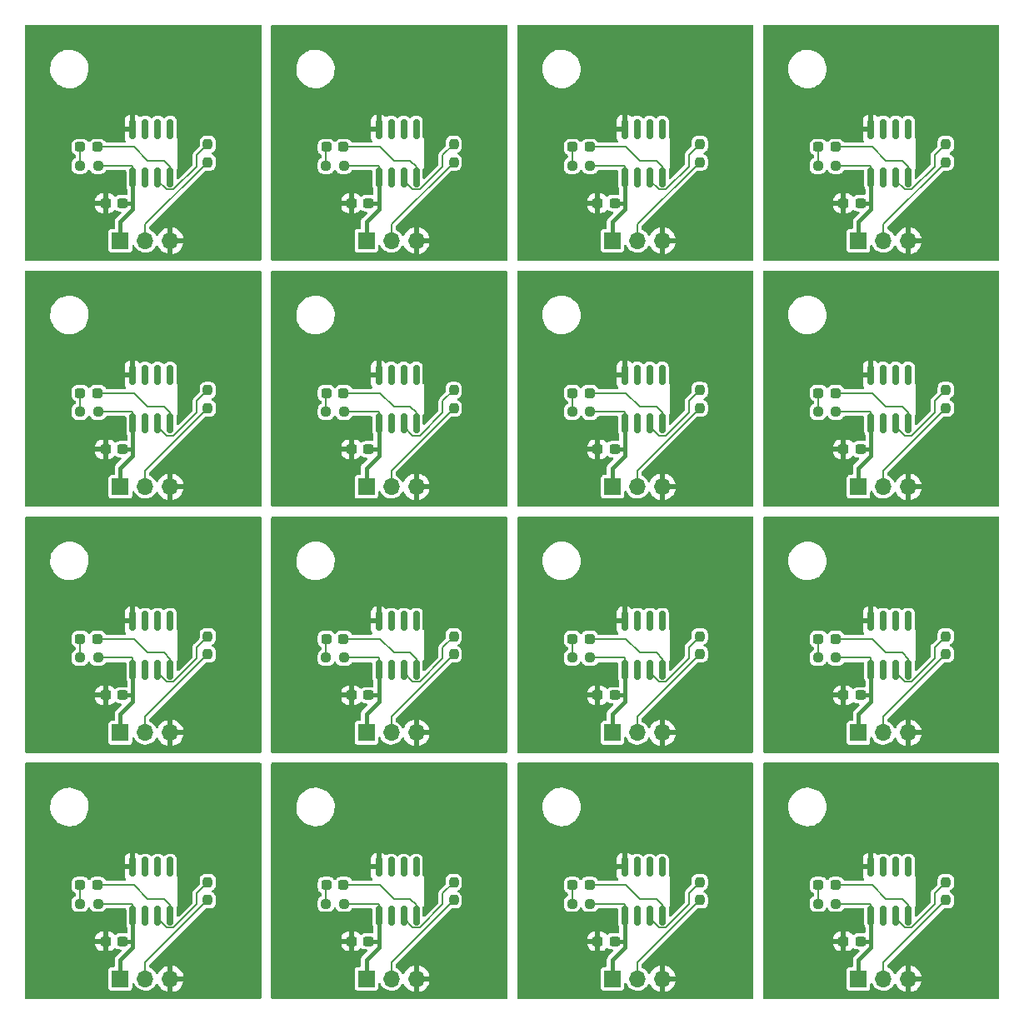
<source format=gbr>
G04 #@! TF.GenerationSoftware,KiCad,Pcbnew,(6.0.6)*
G04 #@! TF.CreationDate,2022-08-12T14:57:56+09:00*
G04 #@! TF.ProjectId,tutorial1-PNLZ,7475746f-7269-4616-9c31-2d504e4c5a2e,1*
G04 #@! TF.SameCoordinates,PX7bfa480PY7bfa480*
G04 #@! TF.FileFunction,Copper,L1,Top*
G04 #@! TF.FilePolarity,Positive*
%FSLAX46Y46*%
G04 Gerber Fmt 4.6, Leading zero omitted, Abs format (unit mm)*
G04 Created by KiCad (PCBNEW (6.0.6)) date 2022-08-12 14:57:56*
%MOMM*%
%LPD*%
G01*
G04 APERTURE LIST*
G04 Aperture macros list*
%AMRoundRect*
0 Rectangle with rounded corners*
0 $1 Rounding radius*
0 $2 $3 $4 $5 $6 $7 $8 $9 X,Y pos of 4 corners*
0 Add a 4 corners polygon primitive as box body*
4,1,4,$2,$3,$4,$5,$6,$7,$8,$9,$2,$3,0*
0 Add four circle primitives for the rounded corners*
1,1,$1+$1,$2,$3*
1,1,$1+$1,$4,$5*
1,1,$1+$1,$6,$7*
1,1,$1+$1,$8,$9*
0 Add four rect primitives between the rounded corners*
20,1,$1+$1,$2,$3,$4,$5,0*
20,1,$1+$1,$4,$5,$6,$7,0*
20,1,$1+$1,$6,$7,$8,$9,0*
20,1,$1+$1,$8,$9,$2,$3,0*%
G04 Aperture macros list end*
G04 #@! TA.AperFunction,SMDPad,CuDef*
%ADD10RoundRect,0.237500X0.300000X0.237500X-0.300000X0.237500X-0.300000X-0.237500X0.300000X-0.237500X0*%
G04 #@! TD*
G04 #@! TA.AperFunction,SMDPad,CuDef*
%ADD11RoundRect,0.237500X0.250000X0.237500X-0.250000X0.237500X-0.250000X-0.237500X0.250000X-0.237500X0*%
G04 #@! TD*
G04 #@! TA.AperFunction,SMDPad,CuDef*
%ADD12RoundRect,0.237500X0.287500X0.237500X-0.287500X0.237500X-0.287500X-0.237500X0.287500X-0.237500X0*%
G04 #@! TD*
G04 #@! TA.AperFunction,SMDPad,CuDef*
%ADD13RoundRect,0.150000X0.150000X-0.825000X0.150000X0.825000X-0.150000X0.825000X-0.150000X-0.825000X0*%
G04 #@! TD*
G04 #@! TA.AperFunction,SMDPad,CuDef*
%ADD14RoundRect,0.237500X-0.237500X0.250000X-0.237500X-0.250000X0.237500X-0.250000X0.237500X0.250000X0*%
G04 #@! TD*
G04 #@! TA.AperFunction,ComponentPad*
%ADD15O,1.700000X1.700000*%
G04 #@! TD*
G04 #@! TA.AperFunction,ComponentPad*
%ADD16R,1.700000X1.700000*%
G04 #@! TD*
G04 #@! TA.AperFunction,ViaPad*
%ADD17C,0.605000*%
G04 #@! TD*
G04 #@! TA.AperFunction,Conductor*
%ADD18C,0.200000*%
G04 #@! TD*
G04 #@! TA.AperFunction,Conductor*
%ADD19C,0.152400*%
G04 #@! TD*
G04 #@! TA.AperFunction,Conductor*
%ADD20C,0.400000*%
G04 #@! TD*
G04 APERTURE END LIST*
D10*
X33662500Y-18650000D03*
X35387500Y-18650000D03*
D11*
X31072500Y-14840000D03*
X32897500Y-14840000D03*
D12*
X31110000Y-12935000D03*
X32860000Y-12935000D03*
D13*
X36430000Y-11095000D03*
X37700000Y-11095000D03*
X38970000Y-11095000D03*
X40240000Y-11095000D03*
X40240000Y-16045000D03*
X38970000Y-16045000D03*
X37700000Y-16045000D03*
X36430000Y-16045000D03*
D14*
X44050000Y-14482500D03*
X44050000Y-12657500D03*
D15*
X40255000Y-22460000D03*
X37715000Y-22460000D03*
D16*
X35175000Y-22460000D03*
D10*
X8662500Y-18650000D03*
X10387500Y-18650000D03*
D11*
X6072500Y-14840000D03*
X7897500Y-14840000D03*
D12*
X6110000Y-12935000D03*
X7860000Y-12935000D03*
D13*
X11430000Y-11095000D03*
X12700000Y-11095000D03*
X13970000Y-11095000D03*
X15240000Y-11095000D03*
X15240000Y-16045000D03*
X13970000Y-16045000D03*
X12700000Y-16045000D03*
X11430000Y-16045000D03*
D14*
X19050000Y-14482500D03*
X19050000Y-12657500D03*
D15*
X15255000Y-22460000D03*
X12715000Y-22460000D03*
D16*
X10175000Y-22460000D03*
D10*
X-16337500Y-18650000D03*
X-14612500Y-18650000D03*
D11*
X-18927500Y-14840000D03*
X-17102500Y-14840000D03*
D12*
X-18890000Y-12935000D03*
X-17140000Y-12935000D03*
D13*
X-13570000Y-11095000D03*
X-12300000Y-11095000D03*
X-11030000Y-11095000D03*
X-9760000Y-11095000D03*
X-9760000Y-16045000D03*
X-11030000Y-16045000D03*
X-12300000Y-16045000D03*
X-13570000Y-16045000D03*
D14*
X-5950000Y-14482500D03*
X-5950000Y-12657500D03*
D15*
X-9745000Y-22460000D03*
X-12285000Y-22460000D03*
D16*
X-14825000Y-22460000D03*
D10*
X-41337500Y-18650000D03*
X-39612500Y-18650000D03*
D11*
X-43927500Y-14840000D03*
X-42102500Y-14840000D03*
D12*
X-43890000Y-12935000D03*
X-42140000Y-12935000D03*
D13*
X-38570000Y-11095000D03*
X-37300000Y-11095000D03*
X-36030000Y-11095000D03*
X-34760000Y-11095000D03*
X-34760000Y-16045000D03*
X-36030000Y-16045000D03*
X-37300000Y-16045000D03*
X-38570000Y-16045000D03*
D14*
X-30950000Y-14482500D03*
X-30950000Y-12657500D03*
D15*
X-34745000Y-22460000D03*
X-37285000Y-22460000D03*
D16*
X-39825000Y-22460000D03*
D10*
X33662500Y6350000D03*
X35387500Y6350000D03*
D11*
X31072500Y10160000D03*
X32897500Y10160000D03*
D12*
X31110000Y12065000D03*
X32860000Y12065000D03*
D13*
X36430000Y13905000D03*
X37700000Y13905000D03*
X38970000Y13905000D03*
X40240000Y13905000D03*
X40240000Y8955000D03*
X38970000Y8955000D03*
X37700000Y8955000D03*
X36430000Y8955000D03*
D14*
X44050000Y10517500D03*
X44050000Y12342500D03*
D15*
X40255000Y2540000D03*
X37715000Y2540000D03*
D16*
X35175000Y2540000D03*
D10*
X8662500Y6350000D03*
X10387500Y6350000D03*
D11*
X6072500Y10160000D03*
X7897500Y10160000D03*
D12*
X6110000Y12065000D03*
X7860000Y12065000D03*
D13*
X11430000Y13905000D03*
X12700000Y13905000D03*
X13970000Y13905000D03*
X15240000Y13905000D03*
X15240000Y8955000D03*
X13970000Y8955000D03*
X12700000Y8955000D03*
X11430000Y8955000D03*
D14*
X19050000Y10517500D03*
X19050000Y12342500D03*
D15*
X15255000Y2540000D03*
X12715000Y2540000D03*
D16*
X10175000Y2540000D03*
D10*
X-16337500Y6350000D03*
X-14612500Y6350000D03*
D11*
X-18927500Y10160000D03*
X-17102500Y10160000D03*
D12*
X-18890000Y12065000D03*
X-17140000Y12065000D03*
D13*
X-13570000Y13905000D03*
X-12300000Y13905000D03*
X-11030000Y13905000D03*
X-9760000Y13905000D03*
X-9760000Y8955000D03*
X-11030000Y8955000D03*
X-12300000Y8955000D03*
X-13570000Y8955000D03*
D14*
X-5950000Y10517500D03*
X-5950000Y12342500D03*
D15*
X-9745000Y2540000D03*
X-12285000Y2540000D03*
D16*
X-14825000Y2540000D03*
D10*
X-41337500Y6350000D03*
X-39612500Y6350000D03*
D11*
X-43927500Y10160000D03*
X-42102500Y10160000D03*
D12*
X-43890000Y12065000D03*
X-42140000Y12065000D03*
D13*
X-38570000Y13905000D03*
X-37300000Y13905000D03*
X-36030000Y13905000D03*
X-34760000Y13905000D03*
X-34760000Y8955000D03*
X-36030000Y8955000D03*
X-37300000Y8955000D03*
X-38570000Y8955000D03*
D14*
X-30950000Y10517500D03*
X-30950000Y12342500D03*
D15*
X-34745000Y2540000D03*
X-37285000Y2540000D03*
D16*
X-39825000Y2540000D03*
D10*
X33662500Y31350000D03*
X35387500Y31350000D03*
D11*
X31072500Y35160000D03*
X32897500Y35160000D03*
D12*
X31110000Y37065000D03*
X32860000Y37065000D03*
D13*
X36430000Y38905000D03*
X37700000Y38905000D03*
X38970000Y38905000D03*
X40240000Y38905000D03*
X40240000Y33955000D03*
X38970000Y33955000D03*
X37700000Y33955000D03*
X36430000Y33955000D03*
D14*
X44050000Y35517500D03*
X44050000Y37342500D03*
D15*
X40255000Y27540000D03*
X37715000Y27540000D03*
D16*
X35175000Y27540000D03*
D10*
X8662500Y31350000D03*
X10387500Y31350000D03*
D11*
X6072500Y35160000D03*
X7897500Y35160000D03*
D12*
X6110000Y37065000D03*
X7860000Y37065000D03*
D13*
X11430000Y38905000D03*
X12700000Y38905000D03*
X13970000Y38905000D03*
X15240000Y38905000D03*
X15240000Y33955000D03*
X13970000Y33955000D03*
X12700000Y33955000D03*
X11430000Y33955000D03*
D14*
X19050000Y35517500D03*
X19050000Y37342500D03*
D15*
X15255000Y27540000D03*
X12715000Y27540000D03*
D16*
X10175000Y27540000D03*
D10*
X-16337500Y31350000D03*
X-14612500Y31350000D03*
D11*
X-18927500Y35160000D03*
X-17102500Y35160000D03*
D12*
X-18890000Y37065000D03*
X-17140000Y37065000D03*
D13*
X-13570000Y38905000D03*
X-12300000Y38905000D03*
X-11030000Y38905000D03*
X-9760000Y38905000D03*
X-9760000Y33955000D03*
X-11030000Y33955000D03*
X-12300000Y33955000D03*
X-13570000Y33955000D03*
D14*
X-5950000Y35517500D03*
X-5950000Y37342500D03*
D15*
X-9745000Y27540000D03*
X-12285000Y27540000D03*
D16*
X-14825000Y27540000D03*
D10*
X-41337500Y31350000D03*
X-39612500Y31350000D03*
D11*
X-43927500Y35160000D03*
X-42102500Y35160000D03*
D12*
X-43890000Y37065000D03*
X-42140000Y37065000D03*
D13*
X-38570000Y38905000D03*
X-37300000Y38905000D03*
X-36030000Y38905000D03*
X-34760000Y38905000D03*
X-34760000Y33955000D03*
X-36030000Y33955000D03*
X-37300000Y33955000D03*
X-38570000Y33955000D03*
D14*
X-30950000Y35517500D03*
X-30950000Y37342500D03*
D15*
X-34745000Y27540000D03*
X-37285000Y27540000D03*
D16*
X-39825000Y27540000D03*
D10*
X33662500Y56350000D03*
X35387500Y56350000D03*
D11*
X31072500Y60160000D03*
X32897500Y60160000D03*
D12*
X31110000Y62065000D03*
X32860000Y62065000D03*
D13*
X36430000Y63905000D03*
X37700000Y63905000D03*
X38970000Y63905000D03*
X40240000Y63905000D03*
X40240000Y58955000D03*
X38970000Y58955000D03*
X37700000Y58955000D03*
X36430000Y58955000D03*
D14*
X44050000Y60517500D03*
X44050000Y62342500D03*
D15*
X40255000Y52540000D03*
X37715000Y52540000D03*
D16*
X35175000Y52540000D03*
D10*
X8662500Y56350000D03*
X10387500Y56350000D03*
D11*
X6072500Y60160000D03*
X7897500Y60160000D03*
D12*
X6110000Y62065000D03*
X7860000Y62065000D03*
D13*
X11430000Y63905000D03*
X12700000Y63905000D03*
X13970000Y63905000D03*
X15240000Y63905000D03*
X15240000Y58955000D03*
X13970000Y58955000D03*
X12700000Y58955000D03*
X11430000Y58955000D03*
D14*
X19050000Y60517500D03*
X19050000Y62342500D03*
D15*
X15255000Y52540000D03*
X12715000Y52540000D03*
D16*
X10175000Y52540000D03*
D10*
X-16337500Y56350000D03*
X-14612500Y56350000D03*
D11*
X-18927500Y60160000D03*
X-17102500Y60160000D03*
D12*
X-18890000Y62065000D03*
X-17140000Y62065000D03*
D13*
X-13570000Y63905000D03*
X-12300000Y63905000D03*
X-11030000Y63905000D03*
X-9760000Y63905000D03*
X-9760000Y58955000D03*
X-11030000Y58955000D03*
X-12300000Y58955000D03*
X-13570000Y58955000D03*
D14*
X-5950000Y60517500D03*
X-5950000Y62342500D03*
D15*
X-9745000Y52540000D03*
X-12285000Y52540000D03*
D16*
X-14825000Y52540000D03*
D11*
X-43927500Y60160000D03*
X-42102500Y60160000D03*
D10*
X-41337500Y56350000D03*
X-39612500Y56350000D03*
D12*
X-43890000Y62065000D03*
X-42140000Y62065000D03*
D15*
X-34745000Y52540000D03*
X-37285000Y52540000D03*
D16*
X-39825000Y52540000D03*
D14*
X-30950000Y60517500D03*
X-30950000Y62342500D03*
D13*
X-38570000Y63905000D03*
X-37300000Y63905000D03*
X-36030000Y63905000D03*
X-34760000Y63905000D03*
X-34760000Y58955000D03*
X-36030000Y58955000D03*
X-37300000Y58955000D03*
X-38570000Y58955000D03*
D17*
X46590000Y-4680000D03*
X28175000Y-21190000D03*
X28175000Y-14205000D03*
X37065000Y-4680000D03*
X46590000Y-11030000D03*
X46590000Y-21190000D03*
X21590000Y-4680000D03*
X3175000Y-21190000D03*
X3175000Y-14205000D03*
X12065000Y-4680000D03*
X21590000Y-11030000D03*
X21590000Y-21190000D03*
X-3410000Y-4680000D03*
X-21825000Y-21190000D03*
X-21825000Y-14205000D03*
X-12935000Y-4680000D03*
X-3410000Y-11030000D03*
X-3410000Y-21190000D03*
X-28410000Y-4680000D03*
X-46825000Y-21190000D03*
X-46825000Y-14205000D03*
X-37935000Y-4680000D03*
X-28410000Y-11030000D03*
X-28410000Y-21190000D03*
X46590000Y20320000D03*
X28175000Y3810000D03*
X28175000Y10795000D03*
X37065000Y20320000D03*
X46590000Y13970000D03*
X46590000Y3810000D03*
X21590000Y20320000D03*
X3175000Y3810000D03*
X3175000Y10795000D03*
X12065000Y20320000D03*
X21590000Y13970000D03*
X21590000Y3810000D03*
X-3410000Y20320000D03*
X-21825000Y3810000D03*
X-21825000Y10795000D03*
X-12935000Y20320000D03*
X-3410000Y13970000D03*
X-3410000Y3810000D03*
X-28410000Y20320000D03*
X-46825000Y3810000D03*
X-46825000Y10795000D03*
X-37935000Y20320000D03*
X-28410000Y13970000D03*
X-28410000Y3810000D03*
X46590000Y45320000D03*
X28175000Y28810000D03*
X28175000Y35795000D03*
X37065000Y45320000D03*
X46590000Y38970000D03*
X46590000Y28810000D03*
X21590000Y45320000D03*
X3175000Y28810000D03*
X3175000Y35795000D03*
X12065000Y45320000D03*
X21590000Y38970000D03*
X21590000Y28810000D03*
X-3410000Y45320000D03*
X-21825000Y28810000D03*
X-21825000Y35795000D03*
X-12935000Y45320000D03*
X-3410000Y38970000D03*
X-3410000Y28810000D03*
X-28410000Y45320000D03*
X-46825000Y28810000D03*
X-46825000Y35795000D03*
X-37935000Y45320000D03*
X-28410000Y38970000D03*
X-28410000Y28810000D03*
X46590000Y70320000D03*
X28175000Y53810000D03*
X28175000Y60795000D03*
X37065000Y70320000D03*
X46590000Y63970000D03*
X46590000Y53810000D03*
X21590000Y70320000D03*
X3175000Y53810000D03*
X3175000Y60795000D03*
X12065000Y70320000D03*
X21590000Y63970000D03*
X21590000Y53810000D03*
X-3410000Y70320000D03*
X-21825000Y53810000D03*
X-21825000Y60795000D03*
X-12935000Y70320000D03*
X-3410000Y63970000D03*
X-3410000Y53810000D03*
X-46825000Y60795000D03*
X-28410000Y70320000D03*
X-28410000Y53810000D03*
X-28410000Y63970000D03*
X-46825000Y53810000D03*
X-37935000Y70320000D03*
D18*
X32898000Y-14840000D02*
X36430000Y-14840000D01*
D19*
X40240000Y-14941290D02*
X39630710Y-14332000D01*
X42942400Y-13765100D02*
X44050000Y-12657500D01*
D20*
X36430000Y-19285000D02*
X36430000Y-18650000D01*
D18*
X36430000Y-14840000D02*
X36430000Y-16045000D01*
D19*
X37715000Y-20817500D02*
X37715000Y-22460000D01*
X38970000Y-16045000D02*
X38970000Y-16340300D01*
X39630710Y-14332000D02*
X37954000Y-14332000D01*
D20*
X35175000Y-22460000D02*
X35175000Y-21205000D01*
X35160000Y-20555000D02*
X36430000Y-19285000D01*
X35175000Y-21205000D02*
X35160000Y-21190000D01*
D19*
X37954000Y-14332000D02*
X36557000Y-12935000D01*
X35388000Y-18650000D02*
X35387500Y-18650000D01*
X36557000Y-12935000D02*
X32860000Y-12935000D01*
X40240000Y-16045000D02*
X40240000Y-14941290D01*
X44050000Y-14482500D02*
X37715000Y-20817500D01*
X31072500Y-12972500D02*
X31072500Y-14840000D01*
D20*
X36430000Y-18650000D02*
X36430000Y-16045000D01*
X35388000Y-18650000D02*
X36430000Y-18650000D01*
D19*
X32898000Y-14840000D02*
X32897500Y-14840000D01*
X39885700Y-17256000D02*
X40592300Y-17256000D01*
X31110000Y-12935000D02*
X31072500Y-12972500D01*
D20*
X35160000Y-21190000D02*
X35160000Y-20555000D01*
D19*
X42942400Y-14905900D02*
X42942400Y-13765100D01*
X38970000Y-16340300D02*
X39885700Y-17256000D01*
X40592300Y-17256000D02*
X42942400Y-14905900D01*
D18*
X7898000Y-14840000D02*
X11430000Y-14840000D01*
D19*
X15240000Y-14941290D02*
X14630710Y-14332000D01*
X17942400Y-13765100D02*
X19050000Y-12657500D01*
D20*
X11430000Y-19285000D02*
X11430000Y-18650000D01*
D18*
X11430000Y-14840000D02*
X11430000Y-16045000D01*
D19*
X12715000Y-20817500D02*
X12715000Y-22460000D01*
X13970000Y-16045000D02*
X13970000Y-16340300D01*
X14630710Y-14332000D02*
X12954000Y-14332000D01*
D20*
X10175000Y-22460000D02*
X10175000Y-21205000D01*
X10160000Y-20555000D02*
X11430000Y-19285000D01*
X10175000Y-21205000D02*
X10160000Y-21190000D01*
D19*
X12954000Y-14332000D02*
X11557000Y-12935000D01*
X10388000Y-18650000D02*
X10387500Y-18650000D01*
X11557000Y-12935000D02*
X7860000Y-12935000D01*
X15240000Y-16045000D02*
X15240000Y-14941290D01*
X19050000Y-14482500D02*
X12715000Y-20817500D01*
X6072500Y-12972500D02*
X6072500Y-14840000D01*
D20*
X11430000Y-18650000D02*
X11430000Y-16045000D01*
X10388000Y-18650000D02*
X11430000Y-18650000D01*
D19*
X7898000Y-14840000D02*
X7897500Y-14840000D01*
X14885700Y-17256000D02*
X15592300Y-17256000D01*
X6110000Y-12935000D02*
X6072500Y-12972500D01*
D20*
X10160000Y-21190000D02*
X10160000Y-20555000D01*
D19*
X17942400Y-14905900D02*
X17942400Y-13765100D01*
X13970000Y-16340300D02*
X14885700Y-17256000D01*
X15592300Y-17256000D02*
X17942400Y-14905900D01*
D18*
X-17102000Y-14840000D02*
X-13570000Y-14840000D01*
D19*
X-9760000Y-14941290D02*
X-10369290Y-14332000D01*
X-7057600Y-13765100D02*
X-5950000Y-12657500D01*
D20*
X-13570000Y-19285000D02*
X-13570000Y-18650000D01*
D18*
X-13570000Y-14840000D02*
X-13570000Y-16045000D01*
D19*
X-12285000Y-20817500D02*
X-12285000Y-22460000D01*
X-11030000Y-16045000D02*
X-11030000Y-16340300D01*
X-10369290Y-14332000D02*
X-12046000Y-14332000D01*
D20*
X-14825000Y-22460000D02*
X-14825000Y-21205000D01*
X-14840000Y-20555000D02*
X-13570000Y-19285000D01*
X-14825000Y-21205000D02*
X-14840000Y-21190000D01*
D19*
X-12046000Y-14332000D02*
X-13443000Y-12935000D01*
X-14612000Y-18650000D02*
X-14612500Y-18650000D01*
X-13443000Y-12935000D02*
X-17140000Y-12935000D01*
X-9760000Y-16045000D02*
X-9760000Y-14941290D01*
X-5950000Y-14482500D02*
X-12285000Y-20817500D01*
X-18927500Y-12972500D02*
X-18927500Y-14840000D01*
D20*
X-13570000Y-18650000D02*
X-13570000Y-16045000D01*
X-14612000Y-18650000D02*
X-13570000Y-18650000D01*
D19*
X-17102000Y-14840000D02*
X-17102500Y-14840000D01*
X-10114300Y-17256000D02*
X-9407700Y-17256000D01*
X-18890000Y-12935000D02*
X-18927500Y-12972500D01*
D20*
X-14840000Y-21190000D02*
X-14840000Y-20555000D01*
D19*
X-7057600Y-14905900D02*
X-7057600Y-13765100D01*
X-11030000Y-16340300D02*
X-10114300Y-17256000D01*
X-9407700Y-17256000D02*
X-7057600Y-14905900D01*
D18*
X-42102000Y-14840000D02*
X-38570000Y-14840000D01*
D19*
X-34760000Y-14941290D02*
X-35369290Y-14332000D01*
X-32057600Y-13765100D02*
X-30950000Y-12657500D01*
D20*
X-38570000Y-19285000D02*
X-38570000Y-18650000D01*
D18*
X-38570000Y-14840000D02*
X-38570000Y-16045000D01*
D19*
X-37285000Y-20817500D02*
X-37285000Y-22460000D01*
X-36030000Y-16045000D02*
X-36030000Y-16340300D01*
X-35369290Y-14332000D02*
X-37046000Y-14332000D01*
D20*
X-39825000Y-22460000D02*
X-39825000Y-21205000D01*
X-39840000Y-20555000D02*
X-38570000Y-19285000D01*
X-39825000Y-21205000D02*
X-39840000Y-21190000D01*
D19*
X-37046000Y-14332000D02*
X-38443000Y-12935000D01*
X-39612000Y-18650000D02*
X-39612500Y-18650000D01*
X-38443000Y-12935000D02*
X-42140000Y-12935000D01*
X-34760000Y-16045000D02*
X-34760000Y-14941290D01*
X-30950000Y-14482500D02*
X-37285000Y-20817500D01*
X-43927500Y-12972500D02*
X-43927500Y-14840000D01*
D20*
X-38570000Y-18650000D02*
X-38570000Y-16045000D01*
X-39612000Y-18650000D02*
X-38570000Y-18650000D01*
D19*
X-42102000Y-14840000D02*
X-42102500Y-14840000D01*
X-35114300Y-17256000D02*
X-34407700Y-17256000D01*
X-43890000Y-12935000D02*
X-43927500Y-12972500D01*
D20*
X-39840000Y-21190000D02*
X-39840000Y-20555000D01*
D19*
X-32057600Y-14905900D02*
X-32057600Y-13765100D01*
X-36030000Y-16340300D02*
X-35114300Y-17256000D01*
X-34407700Y-17256000D02*
X-32057600Y-14905900D01*
D18*
X32898000Y10160000D02*
X36430000Y10160000D01*
D19*
X40240000Y10058710D02*
X39630710Y10668000D01*
X42942400Y11234900D02*
X44050000Y12342500D01*
D20*
X36430000Y5715000D02*
X36430000Y6350000D01*
D18*
X36430000Y10160000D02*
X36430000Y8955000D01*
D19*
X37715000Y4182500D02*
X37715000Y2540000D01*
X38970000Y8955000D02*
X38970000Y8659700D01*
X39630710Y10668000D02*
X37954000Y10668000D01*
D20*
X35175000Y2540000D02*
X35175000Y3795000D01*
X35160000Y4445000D02*
X36430000Y5715000D01*
X35175000Y3795000D02*
X35160000Y3810000D01*
D19*
X37954000Y10668000D02*
X36557000Y12065000D01*
X35388000Y6350000D02*
X35387500Y6350000D01*
X36557000Y12065000D02*
X32860000Y12065000D01*
X40240000Y8955000D02*
X40240000Y10058710D01*
X44050000Y10517500D02*
X37715000Y4182500D01*
X31072500Y12027500D02*
X31072500Y10160000D01*
D20*
X36430000Y6350000D02*
X36430000Y8955000D01*
X35388000Y6350000D02*
X36430000Y6350000D01*
D19*
X32898000Y10160000D02*
X32897500Y10160000D01*
X39885700Y7744000D02*
X40592300Y7744000D01*
X31110000Y12065000D02*
X31072500Y12027500D01*
D20*
X35160000Y3810000D02*
X35160000Y4445000D01*
D19*
X42942400Y10094100D02*
X42942400Y11234900D01*
X38970000Y8659700D02*
X39885700Y7744000D01*
X40592300Y7744000D02*
X42942400Y10094100D01*
D18*
X7898000Y10160000D02*
X11430000Y10160000D01*
D19*
X15240000Y10058710D02*
X14630710Y10668000D01*
X17942400Y11234900D02*
X19050000Y12342500D01*
D20*
X11430000Y5715000D02*
X11430000Y6350000D01*
D18*
X11430000Y10160000D02*
X11430000Y8955000D01*
D19*
X12715000Y4182500D02*
X12715000Y2540000D01*
X13970000Y8955000D02*
X13970000Y8659700D01*
X14630710Y10668000D02*
X12954000Y10668000D01*
D20*
X10175000Y2540000D02*
X10175000Y3795000D01*
X10160000Y4445000D02*
X11430000Y5715000D01*
X10175000Y3795000D02*
X10160000Y3810000D01*
D19*
X12954000Y10668000D02*
X11557000Y12065000D01*
X10388000Y6350000D02*
X10387500Y6350000D01*
X11557000Y12065000D02*
X7860000Y12065000D01*
X15240000Y8955000D02*
X15240000Y10058710D01*
X19050000Y10517500D02*
X12715000Y4182500D01*
X6072500Y12027500D02*
X6072500Y10160000D01*
D20*
X11430000Y6350000D02*
X11430000Y8955000D01*
X10388000Y6350000D02*
X11430000Y6350000D01*
D19*
X7898000Y10160000D02*
X7897500Y10160000D01*
X14885700Y7744000D02*
X15592300Y7744000D01*
X6110000Y12065000D02*
X6072500Y12027500D01*
D20*
X10160000Y3810000D02*
X10160000Y4445000D01*
D19*
X17942400Y10094100D02*
X17942400Y11234900D01*
X13970000Y8659700D02*
X14885700Y7744000D01*
X15592300Y7744000D02*
X17942400Y10094100D01*
D18*
X-17102000Y10160000D02*
X-13570000Y10160000D01*
D19*
X-9760000Y10058710D02*
X-10369290Y10668000D01*
X-7057600Y11234900D02*
X-5950000Y12342500D01*
D20*
X-13570000Y5715000D02*
X-13570000Y6350000D01*
D18*
X-13570000Y10160000D02*
X-13570000Y8955000D01*
D19*
X-12285000Y4182500D02*
X-12285000Y2540000D01*
X-11030000Y8955000D02*
X-11030000Y8659700D01*
X-10369290Y10668000D02*
X-12046000Y10668000D01*
D20*
X-14825000Y2540000D02*
X-14825000Y3795000D01*
X-14840000Y4445000D02*
X-13570000Y5715000D01*
X-14825000Y3795000D02*
X-14840000Y3810000D01*
D19*
X-12046000Y10668000D02*
X-13443000Y12065000D01*
X-14612000Y6350000D02*
X-14612500Y6350000D01*
X-13443000Y12065000D02*
X-17140000Y12065000D01*
X-9760000Y8955000D02*
X-9760000Y10058710D01*
X-5950000Y10517500D02*
X-12285000Y4182500D01*
X-18927500Y12027500D02*
X-18927500Y10160000D01*
D20*
X-13570000Y6350000D02*
X-13570000Y8955000D01*
X-14612000Y6350000D02*
X-13570000Y6350000D01*
D19*
X-17102000Y10160000D02*
X-17102500Y10160000D01*
X-10114300Y7744000D02*
X-9407700Y7744000D01*
X-18890000Y12065000D02*
X-18927500Y12027500D01*
D20*
X-14840000Y3810000D02*
X-14840000Y4445000D01*
D19*
X-7057600Y10094100D02*
X-7057600Y11234900D01*
X-11030000Y8659700D02*
X-10114300Y7744000D01*
X-9407700Y7744000D02*
X-7057600Y10094100D01*
D18*
X-42102000Y10160000D02*
X-38570000Y10160000D01*
D19*
X-34760000Y10058710D02*
X-35369290Y10668000D01*
X-32057600Y11234900D02*
X-30950000Y12342500D01*
D20*
X-38570000Y5715000D02*
X-38570000Y6350000D01*
D18*
X-38570000Y10160000D02*
X-38570000Y8955000D01*
D19*
X-37285000Y4182500D02*
X-37285000Y2540000D01*
X-36030000Y8955000D02*
X-36030000Y8659700D01*
X-35369290Y10668000D02*
X-37046000Y10668000D01*
D20*
X-39825000Y2540000D02*
X-39825000Y3795000D01*
X-39840000Y4445000D02*
X-38570000Y5715000D01*
X-39825000Y3795000D02*
X-39840000Y3810000D01*
D19*
X-37046000Y10668000D02*
X-38443000Y12065000D01*
X-39612000Y6350000D02*
X-39612500Y6350000D01*
X-38443000Y12065000D02*
X-42140000Y12065000D01*
X-34760000Y8955000D02*
X-34760000Y10058710D01*
X-30950000Y10517500D02*
X-37285000Y4182500D01*
X-43927500Y12027500D02*
X-43927500Y10160000D01*
D20*
X-38570000Y6350000D02*
X-38570000Y8955000D01*
X-39612000Y6350000D02*
X-38570000Y6350000D01*
D19*
X-42102000Y10160000D02*
X-42102500Y10160000D01*
X-35114300Y7744000D02*
X-34407700Y7744000D01*
X-43890000Y12065000D02*
X-43927500Y12027500D01*
D20*
X-39840000Y3810000D02*
X-39840000Y4445000D01*
D19*
X-32057600Y10094100D02*
X-32057600Y11234900D01*
X-36030000Y8659700D02*
X-35114300Y7744000D01*
X-34407700Y7744000D02*
X-32057600Y10094100D01*
D18*
X32898000Y35160000D02*
X36430000Y35160000D01*
D19*
X40240000Y35058710D02*
X39630710Y35668000D01*
X42942400Y36234900D02*
X44050000Y37342500D01*
D20*
X36430000Y30715000D02*
X36430000Y31350000D01*
D18*
X36430000Y35160000D02*
X36430000Y33955000D01*
D19*
X37715000Y29182500D02*
X37715000Y27540000D01*
X38970000Y33955000D02*
X38970000Y33659700D01*
X39630710Y35668000D02*
X37954000Y35668000D01*
D20*
X35175000Y27540000D02*
X35175000Y28795000D01*
X35160000Y29445000D02*
X36430000Y30715000D01*
X35175000Y28795000D02*
X35160000Y28810000D01*
D19*
X37954000Y35668000D02*
X36557000Y37065000D01*
X35388000Y31350000D02*
X35387500Y31350000D01*
X36557000Y37065000D02*
X32860000Y37065000D01*
X40240000Y33955000D02*
X40240000Y35058710D01*
X44050000Y35517500D02*
X37715000Y29182500D01*
X31072500Y37027500D02*
X31072500Y35160000D01*
D20*
X36430000Y31350000D02*
X36430000Y33955000D01*
X35388000Y31350000D02*
X36430000Y31350000D01*
D19*
X32898000Y35160000D02*
X32897500Y35160000D01*
X39885700Y32744000D02*
X40592300Y32744000D01*
X31110000Y37065000D02*
X31072500Y37027500D01*
D20*
X35160000Y28810000D02*
X35160000Y29445000D01*
D19*
X42942400Y35094100D02*
X42942400Y36234900D01*
X38970000Y33659700D02*
X39885700Y32744000D01*
X40592300Y32744000D02*
X42942400Y35094100D01*
D18*
X7898000Y35160000D02*
X11430000Y35160000D01*
D19*
X15240000Y35058710D02*
X14630710Y35668000D01*
X17942400Y36234900D02*
X19050000Y37342500D01*
D20*
X11430000Y30715000D02*
X11430000Y31350000D01*
D18*
X11430000Y35160000D02*
X11430000Y33955000D01*
D19*
X12715000Y29182500D02*
X12715000Y27540000D01*
X13970000Y33955000D02*
X13970000Y33659700D01*
X14630710Y35668000D02*
X12954000Y35668000D01*
D20*
X10175000Y27540000D02*
X10175000Y28795000D01*
X10160000Y29445000D02*
X11430000Y30715000D01*
X10175000Y28795000D02*
X10160000Y28810000D01*
D19*
X12954000Y35668000D02*
X11557000Y37065000D01*
X10388000Y31350000D02*
X10387500Y31350000D01*
X11557000Y37065000D02*
X7860000Y37065000D01*
X15240000Y33955000D02*
X15240000Y35058710D01*
X19050000Y35517500D02*
X12715000Y29182500D01*
X6072500Y37027500D02*
X6072500Y35160000D01*
D20*
X11430000Y31350000D02*
X11430000Y33955000D01*
X10388000Y31350000D02*
X11430000Y31350000D01*
D19*
X7898000Y35160000D02*
X7897500Y35160000D01*
X14885700Y32744000D02*
X15592300Y32744000D01*
X6110000Y37065000D02*
X6072500Y37027500D01*
D20*
X10160000Y28810000D02*
X10160000Y29445000D01*
D19*
X17942400Y35094100D02*
X17942400Y36234900D01*
X13970000Y33659700D02*
X14885700Y32744000D01*
X15592300Y32744000D02*
X17942400Y35094100D01*
D18*
X-17102000Y35160000D02*
X-13570000Y35160000D01*
D19*
X-9760000Y35058710D02*
X-10369290Y35668000D01*
X-7057600Y36234900D02*
X-5950000Y37342500D01*
D20*
X-13570000Y30715000D02*
X-13570000Y31350000D01*
D18*
X-13570000Y35160000D02*
X-13570000Y33955000D01*
D19*
X-12285000Y29182500D02*
X-12285000Y27540000D01*
X-11030000Y33955000D02*
X-11030000Y33659700D01*
X-10369290Y35668000D02*
X-12046000Y35668000D01*
D20*
X-14825000Y27540000D02*
X-14825000Y28795000D01*
X-14840000Y29445000D02*
X-13570000Y30715000D01*
X-14825000Y28795000D02*
X-14840000Y28810000D01*
D19*
X-12046000Y35668000D02*
X-13443000Y37065000D01*
X-14612000Y31350000D02*
X-14612500Y31350000D01*
X-13443000Y37065000D02*
X-17140000Y37065000D01*
X-9760000Y33955000D02*
X-9760000Y35058710D01*
X-5950000Y35517500D02*
X-12285000Y29182500D01*
X-18927500Y37027500D02*
X-18927500Y35160000D01*
D20*
X-13570000Y31350000D02*
X-13570000Y33955000D01*
X-14612000Y31350000D02*
X-13570000Y31350000D01*
D19*
X-17102000Y35160000D02*
X-17102500Y35160000D01*
X-10114300Y32744000D02*
X-9407700Y32744000D01*
X-18890000Y37065000D02*
X-18927500Y37027500D01*
D20*
X-14840000Y28810000D02*
X-14840000Y29445000D01*
D19*
X-7057600Y35094100D02*
X-7057600Y36234900D01*
X-11030000Y33659700D02*
X-10114300Y32744000D01*
X-9407700Y32744000D02*
X-7057600Y35094100D01*
D18*
X-42102000Y35160000D02*
X-38570000Y35160000D01*
D19*
X-34760000Y35058710D02*
X-35369290Y35668000D01*
X-32057600Y36234900D02*
X-30950000Y37342500D01*
D20*
X-38570000Y30715000D02*
X-38570000Y31350000D01*
D18*
X-38570000Y35160000D02*
X-38570000Y33955000D01*
D19*
X-37285000Y29182500D02*
X-37285000Y27540000D01*
X-36030000Y33955000D02*
X-36030000Y33659700D01*
X-35369290Y35668000D02*
X-37046000Y35668000D01*
D20*
X-39825000Y27540000D02*
X-39825000Y28795000D01*
X-39840000Y29445000D02*
X-38570000Y30715000D01*
X-39825000Y28795000D02*
X-39840000Y28810000D01*
D19*
X-37046000Y35668000D02*
X-38443000Y37065000D01*
X-39612000Y31350000D02*
X-39612500Y31350000D01*
X-38443000Y37065000D02*
X-42140000Y37065000D01*
X-34760000Y33955000D02*
X-34760000Y35058710D01*
X-30950000Y35517500D02*
X-37285000Y29182500D01*
X-43927500Y37027500D02*
X-43927500Y35160000D01*
D20*
X-38570000Y31350000D02*
X-38570000Y33955000D01*
X-39612000Y31350000D02*
X-38570000Y31350000D01*
D19*
X-42102000Y35160000D02*
X-42102500Y35160000D01*
X-35114300Y32744000D02*
X-34407700Y32744000D01*
X-43890000Y37065000D02*
X-43927500Y37027500D01*
D20*
X-39840000Y28810000D02*
X-39840000Y29445000D01*
D19*
X-32057600Y35094100D02*
X-32057600Y36234900D01*
X-36030000Y33659700D02*
X-35114300Y32744000D01*
X-34407700Y32744000D02*
X-32057600Y35094100D01*
D18*
X32898000Y60160000D02*
X36430000Y60160000D01*
D19*
X40240000Y60058710D02*
X39630710Y60668000D01*
X42942400Y61234900D02*
X44050000Y62342500D01*
D20*
X36430000Y55715000D02*
X36430000Y56350000D01*
D18*
X36430000Y60160000D02*
X36430000Y58955000D01*
D19*
X37715000Y54182500D02*
X37715000Y52540000D01*
X38970000Y58955000D02*
X38970000Y58659700D01*
X39630710Y60668000D02*
X37954000Y60668000D01*
D20*
X35175000Y52540000D02*
X35175000Y53795000D01*
X35160000Y54445000D02*
X36430000Y55715000D01*
X35175000Y53795000D02*
X35160000Y53810000D01*
D19*
X37954000Y60668000D02*
X36557000Y62065000D01*
X35388000Y56350000D02*
X35387500Y56350000D01*
X36557000Y62065000D02*
X32860000Y62065000D01*
X40240000Y58955000D02*
X40240000Y60058710D01*
X44050000Y60517500D02*
X37715000Y54182500D01*
X31072500Y62027500D02*
X31072500Y60160000D01*
D20*
X36430000Y56350000D02*
X36430000Y58955000D01*
X35388000Y56350000D02*
X36430000Y56350000D01*
D19*
X32898000Y60160000D02*
X32897500Y60160000D01*
X39885700Y57744000D02*
X40592300Y57744000D01*
X31110000Y62065000D02*
X31072500Y62027500D01*
D20*
X35160000Y53810000D02*
X35160000Y54445000D01*
D19*
X42942400Y60094100D02*
X42942400Y61234900D01*
X38970000Y58659700D02*
X39885700Y57744000D01*
X40592300Y57744000D02*
X42942400Y60094100D01*
D18*
X7898000Y60160000D02*
X11430000Y60160000D01*
D19*
X15240000Y60058710D02*
X14630710Y60668000D01*
X17942400Y61234900D02*
X19050000Y62342500D01*
D20*
X11430000Y55715000D02*
X11430000Y56350000D01*
D18*
X11430000Y60160000D02*
X11430000Y58955000D01*
D19*
X12715000Y54182500D02*
X12715000Y52540000D01*
X13970000Y58955000D02*
X13970000Y58659700D01*
X14630710Y60668000D02*
X12954000Y60668000D01*
D20*
X10175000Y52540000D02*
X10175000Y53795000D01*
X10160000Y54445000D02*
X11430000Y55715000D01*
X10175000Y53795000D02*
X10160000Y53810000D01*
D19*
X12954000Y60668000D02*
X11557000Y62065000D01*
X10388000Y56350000D02*
X10387500Y56350000D01*
X11557000Y62065000D02*
X7860000Y62065000D01*
X15240000Y58955000D02*
X15240000Y60058710D01*
X19050000Y60517500D02*
X12715000Y54182500D01*
X6072500Y62027500D02*
X6072500Y60160000D01*
D20*
X11430000Y56350000D02*
X11430000Y58955000D01*
X10388000Y56350000D02*
X11430000Y56350000D01*
D19*
X7898000Y60160000D02*
X7897500Y60160000D01*
X14885700Y57744000D02*
X15592300Y57744000D01*
X6110000Y62065000D02*
X6072500Y62027500D01*
D20*
X10160000Y53810000D02*
X10160000Y54445000D01*
D19*
X17942400Y60094100D02*
X17942400Y61234900D01*
X13970000Y58659700D02*
X14885700Y57744000D01*
X15592300Y57744000D02*
X17942400Y60094100D01*
D18*
X-17102000Y60160000D02*
X-13570000Y60160000D01*
D19*
X-9760000Y60058710D02*
X-10369290Y60668000D01*
X-7057600Y61234900D02*
X-5950000Y62342500D01*
D20*
X-13570000Y55715000D02*
X-13570000Y56350000D01*
D18*
X-13570000Y60160000D02*
X-13570000Y58955000D01*
D19*
X-12285000Y54182500D02*
X-12285000Y52540000D01*
X-11030000Y58955000D02*
X-11030000Y58659700D01*
X-10369290Y60668000D02*
X-12046000Y60668000D01*
D20*
X-14825000Y52540000D02*
X-14825000Y53795000D01*
X-14840000Y54445000D02*
X-13570000Y55715000D01*
X-14825000Y53795000D02*
X-14840000Y53810000D01*
D19*
X-12046000Y60668000D02*
X-13443000Y62065000D01*
X-14612000Y56350000D02*
X-14612500Y56350000D01*
X-13443000Y62065000D02*
X-17140000Y62065000D01*
X-9760000Y58955000D02*
X-9760000Y60058710D01*
X-5950000Y60517500D02*
X-12285000Y54182500D01*
X-18927500Y62027500D02*
X-18927500Y60160000D01*
D20*
X-13570000Y56350000D02*
X-13570000Y58955000D01*
X-14612000Y56350000D02*
X-13570000Y56350000D01*
D19*
X-17102000Y60160000D02*
X-17102500Y60160000D01*
X-10114300Y57744000D02*
X-9407700Y57744000D01*
X-18890000Y62065000D02*
X-18927500Y62027500D01*
D20*
X-14840000Y53810000D02*
X-14840000Y54445000D01*
D19*
X-7057600Y60094100D02*
X-7057600Y61234900D01*
X-11030000Y58659700D02*
X-10114300Y57744000D01*
X-9407700Y57744000D02*
X-7057600Y60094100D01*
X-36030000Y58659700D02*
X-35114300Y57744000D01*
X-34407700Y57744000D02*
X-32057600Y60094100D01*
X-32057600Y60094100D02*
X-32057600Y61234900D01*
X-35114300Y57744000D02*
X-34407700Y57744000D01*
X-36030000Y58955000D02*
X-36030000Y58659700D01*
X-32057600Y61234900D02*
X-30950000Y62342500D01*
X-30950000Y60517500D02*
X-37285000Y54182500D01*
X-37285000Y54182500D02*
X-37285000Y52540000D01*
D18*
X-42102000Y60160000D02*
X-38570000Y60160000D01*
D20*
X-39825000Y52540000D02*
X-39825000Y53795000D01*
X-39825000Y53795000D02*
X-39840000Y53810000D01*
X-39840000Y53810000D02*
X-39840000Y54445000D01*
D19*
X-39612000Y56350000D02*
X-39612500Y56350000D01*
D18*
X-38570000Y60160000D02*
X-38570000Y58955000D01*
D19*
X-42102000Y60160000D02*
X-42102500Y60160000D01*
D20*
X-38570000Y55715000D02*
X-38570000Y56350000D01*
X-39840000Y54445000D02*
X-38570000Y55715000D01*
X-38570000Y56350000D02*
X-38570000Y58955000D01*
X-39612000Y56350000D02*
X-38570000Y56350000D01*
D19*
X-43890000Y62065000D02*
X-43927500Y62027500D01*
X-43927500Y62027500D02*
X-43927500Y60160000D01*
X-38443000Y62065000D02*
X-42140000Y62065000D01*
X-34760000Y60058710D02*
X-35369290Y60668000D01*
X-35369290Y60668000D02*
X-37046000Y60668000D01*
X-37046000Y60668000D02*
X-38443000Y62065000D01*
X-34760000Y58955000D02*
X-34760000Y60058710D01*
G04 #@! TA.AperFunction,Conductor*
G36*
X-25557879Y74479998D02*
G01*
X-25511386Y74426342D01*
X-25500000Y74374000D01*
X-25500000Y50626000D01*
X-25520002Y50557879D01*
X-25573658Y50511386D01*
X-25626000Y50500000D01*
X-49374000Y50500000D01*
X-49442121Y50520002D01*
X-49488614Y50573658D01*
X-49500000Y50626000D01*
X-49500000Y56066234D01*
X-42383000Y56066234D01*
X-42382663Y56059718D01*
X-42372925Y55965868D01*
X-42370032Y55952472D01*
X-42319512Y55801047D01*
X-42313347Y55787885D01*
X-42229574Y55652508D01*
X-42220540Y55641110D01*
X-42107871Y55528637D01*
X-42096460Y55519625D01*
X-41960937Y55436088D01*
X-41947759Y55429944D01*
X-41796234Y55379685D01*
X-41782868Y55376819D01*
X-41690230Y55367328D01*
X-41683815Y55367000D01*
X-41609615Y55367000D01*
X-41594376Y55371475D01*
X-41593171Y55372865D01*
X-41591500Y55380548D01*
X-41591500Y56077885D01*
X-41595975Y56093124D01*
X-41597365Y56094329D01*
X-41605048Y56096000D01*
X-42364885Y56096000D01*
X-42380124Y56091525D01*
X-42381329Y56090135D01*
X-42383000Y56082452D01*
X-42383000Y56066234D01*
X-49500000Y56066234D01*
X-49500000Y56622115D01*
X-42383000Y56622115D01*
X-42378525Y56606876D01*
X-42377135Y56605671D01*
X-42369452Y56604000D01*
X-41609615Y56604000D01*
X-41594376Y56608475D01*
X-41593171Y56609865D01*
X-41591500Y56617548D01*
X-41591500Y57314885D01*
X-41595975Y57330124D01*
X-41597365Y57331329D01*
X-41605048Y57333000D01*
X-41683766Y57333000D01*
X-41690282Y57332663D01*
X-41784132Y57322925D01*
X-41797528Y57320032D01*
X-41948953Y57269512D01*
X-41962115Y57263347D01*
X-42097492Y57179574D01*
X-42108890Y57170540D01*
X-42221363Y57057871D01*
X-42230375Y57046460D01*
X-42313912Y56910937D01*
X-42320056Y56897759D01*
X-42370315Y56746234D01*
X-42373181Y56732868D01*
X-42382672Y56640230D01*
X-42383000Y56633815D01*
X-42383000Y56622115D01*
X-49500000Y56622115D01*
X-49500000Y59883960D01*
X-44765500Y59883960D01*
X-44750365Y59769001D01*
X-44691117Y59625963D01*
X-44596867Y59503133D01*
X-44474037Y59408883D01*
X-44330999Y59349635D01*
X-44216040Y59334500D01*
X-43638960Y59334500D01*
X-43524001Y59349635D01*
X-43380963Y59408883D01*
X-43258133Y59503133D01*
X-43163883Y59625963D01*
X-43131409Y59704363D01*
X-43086861Y59759644D01*
X-43019498Y59782065D01*
X-42950706Y59764507D01*
X-42902328Y59712545D01*
X-42898593Y59704367D01*
X-42866117Y59625963D01*
X-42771867Y59503133D01*
X-42649037Y59408883D01*
X-42505999Y59349635D01*
X-42391040Y59334500D01*
X-41813960Y59334500D01*
X-41699001Y59349635D01*
X-41555963Y59408883D01*
X-41433133Y59503133D01*
X-41338883Y59625963D01*
X-41335722Y59633593D01*
X-41331594Y59640744D01*
X-41329978Y59639811D01*
X-41291948Y59687001D01*
X-41220090Y59709500D01*
X-39346500Y59709500D01*
X-39278379Y59689498D01*
X-39231886Y59635842D01*
X-39220500Y59583500D01*
X-39220499Y58831779D01*
X-39220499Y58082624D01*
X-39213851Y58021420D01*
X-39163526Y57887176D01*
X-39158146Y57879997D01*
X-39158144Y57879994D01*
X-39145674Y57863356D01*
X-39120826Y57796849D01*
X-39120500Y57787791D01*
X-39120500Y57298972D01*
X-39140502Y57230851D01*
X-39194158Y57184358D01*
X-39262947Y57174050D01*
X-39273960Y57175500D01*
X-39951040Y57175500D01*
X-40065999Y57160365D01*
X-40209037Y57101117D01*
X-40215588Y57096090D01*
X-40284128Y57043498D01*
X-40350349Y57017898D01*
X-40419897Y57032163D01*
X-40449850Y57054288D01*
X-40567129Y57171363D01*
X-40578540Y57180375D01*
X-40714063Y57263912D01*
X-40727241Y57270056D01*
X-40878766Y57320315D01*
X-40892132Y57323181D01*
X-40984770Y57332672D01*
X-40991185Y57333000D01*
X-41065385Y57333000D01*
X-41080624Y57328525D01*
X-41081829Y57327135D01*
X-41083500Y57319452D01*
X-41083500Y55385115D01*
X-41079025Y55369876D01*
X-41077635Y55368671D01*
X-41069952Y55367000D01*
X-40991234Y55367000D01*
X-40984718Y55367337D01*
X-40890868Y55377075D01*
X-40877472Y55379968D01*
X-40726047Y55430488D01*
X-40712885Y55436653D01*
X-40577508Y55520426D01*
X-40566110Y55529460D01*
X-40450124Y55645648D01*
X-40387841Y55679727D01*
X-40317021Y55674724D01*
X-40284248Y55656593D01*
X-40215592Y55603912D01*
X-40215588Y55603910D01*
X-40209037Y55598883D01*
X-40065999Y55539635D01*
X-39951040Y55524500D01*
X-39843216Y55524500D01*
X-39775095Y55504498D01*
X-39728602Y55450842D01*
X-39718498Y55380568D01*
X-39747992Y55315988D01*
X-39754120Y55309405D01*
X-40218654Y54844870D01*
X-40222463Y54841218D01*
X-40268156Y54799201D01*
X-40291099Y54762198D01*
X-40297800Y54752448D01*
X-40324112Y54717783D01*
X-40329646Y54703805D01*
X-40339707Y54683801D01*
X-40347635Y54671014D01*
X-40350032Y54662763D01*
X-40350033Y54662761D01*
X-40359775Y54629228D01*
X-40363620Y54617998D01*
X-40379636Y54577547D01*
X-40380534Y54569006D01*
X-40380534Y54569005D01*
X-40381208Y54562592D01*
X-40385520Y54540617D01*
X-40389715Y54526175D01*
X-40390500Y54515485D01*
X-40390500Y54480783D01*
X-40391190Y54467613D01*
X-40395401Y54427546D01*
X-40393969Y54419081D01*
X-40393969Y54419072D01*
X-40392265Y54409000D01*
X-40390500Y54387987D01*
X-40390500Y53866500D01*
X-40410502Y53798379D01*
X-40464158Y53751886D01*
X-40516500Y53740500D01*
X-40708218Y53740500D01*
X-40712768Y53739830D01*
X-40712771Y53739830D01*
X-40767426Y53731784D01*
X-40767427Y53731784D01*
X-40777112Y53730358D01*
X-40827008Y53705860D01*
X-40872507Y53683522D01*
X-40872509Y53683521D01*
X-40881855Y53678932D01*
X-40964293Y53596350D01*
X-41015536Y53491518D01*
X-41025500Y53423218D01*
X-41025500Y51656782D01*
X-41024830Y51652232D01*
X-41024830Y51652229D01*
X-41016784Y51597574D01*
X-41015358Y51587888D01*
X-40963932Y51483145D01*
X-40881350Y51400707D01*
X-40871994Y51396134D01*
X-40871993Y51396133D01*
X-40839540Y51380270D01*
X-40776518Y51349464D01*
X-40752403Y51345946D01*
X-40712744Y51340160D01*
X-40712740Y51340160D01*
X-40708218Y51339500D01*
X-38941782Y51339500D01*
X-38937232Y51340170D01*
X-38937229Y51340170D01*
X-38882574Y51348216D01*
X-38882573Y51348216D01*
X-38872888Y51349642D01*
X-38778196Y51396133D01*
X-38777493Y51396478D01*
X-38777491Y51396479D01*
X-38768145Y51401068D01*
X-38685707Y51483650D01*
X-38679568Y51496208D01*
X-38655035Y51546398D01*
X-38634464Y51588482D01*
X-38624500Y51656782D01*
X-38624500Y52003638D01*
X-38604498Y52071759D01*
X-38550842Y52118252D01*
X-38480568Y52128356D01*
X-38415988Y52098862D01*
X-38384074Y52056389D01*
X-38329117Y51937179D01*
X-38201778Y51756998D01*
X-38043736Y51603039D01*
X-38038940Y51599834D01*
X-38038937Y51599832D01*
X-37954739Y51543573D01*
X-37860283Y51480460D01*
X-37854980Y51478182D01*
X-37854977Y51478180D01*
X-37691779Y51408065D01*
X-37657564Y51393365D01*
X-37577912Y51375342D01*
X-37448005Y51345946D01*
X-37447999Y51345945D01*
X-37442368Y51344671D01*
X-37436597Y51344444D01*
X-37436595Y51344444D01*
X-37368789Y51341780D01*
X-37221902Y51336009D01*
X-37099476Y51353760D01*
X-37009262Y51366840D01*
X-37009257Y51366841D01*
X-37003548Y51367669D01*
X-36998084Y51369524D01*
X-36998079Y51369525D01*
X-36800093Y51436732D01*
X-36800088Y51436734D01*
X-36794621Y51438590D01*
X-36602116Y51546398D01*
X-36582013Y51563117D01*
X-36436914Y51683796D01*
X-36432482Y51687482D01*
X-36291398Y51857116D01*
X-36211980Y51998927D01*
X-36161246Y52048586D01*
X-36091714Y52062934D01*
X-36025463Y52037412D01*
X-35985305Y51984762D01*
X-35963230Y51930397D01*
X-35958587Y51921206D01*
X-35847306Y51739612D01*
X-35841223Y51731301D01*
X-35701787Y51570333D01*
X-35694420Y51563117D01*
X-35530566Y51427084D01*
X-35522119Y51421169D01*
X-35338244Y51313721D01*
X-35328958Y51309271D01*
X-35129999Y51233297D01*
X-35120101Y51230421D01*
X-35016750Y51209394D01*
X-35002701Y51210590D01*
X-34999000Y51220935D01*
X-34999000Y51221483D01*
X-34491000Y51221483D01*
X-34486936Y51207641D01*
X-34473522Y51205607D01*
X-34466816Y51206466D01*
X-34456738Y51208608D01*
X-34252745Y51269809D01*
X-34243158Y51273567D01*
X-34051905Y51367261D01*
X-34043055Y51372536D01*
X-33869672Y51496208D01*
X-33861800Y51502861D01*
X-33710948Y51653188D01*
X-33704270Y51661035D01*
X-33579997Y51833980D01*
X-33574687Y51842817D01*
X-33480330Y52033733D01*
X-33476531Y52043328D01*
X-33414623Y52247090D01*
X-33412445Y52257163D01*
X-33411014Y52268038D01*
X-33413225Y52282222D01*
X-33426383Y52286000D01*
X-34472885Y52286000D01*
X-34488124Y52281525D01*
X-34489329Y52280135D01*
X-34491000Y52272452D01*
X-34491000Y51221483D01*
X-34999000Y51221483D01*
X-34999000Y52812115D01*
X-34491000Y52812115D01*
X-34486525Y52796876D01*
X-34485135Y52795671D01*
X-34477452Y52794000D01*
X-33426656Y52794000D01*
X-33413125Y52797973D01*
X-33411820Y52807053D01*
X-33453786Y52974125D01*
X-33457106Y52983876D01*
X-33542028Y53179186D01*
X-33546895Y53188261D01*
X-33662574Y53367074D01*
X-33668864Y53375243D01*
X-33812194Y53532760D01*
X-33819727Y53539785D01*
X-33986861Y53671778D01*
X-33995448Y53677483D01*
X-34181883Y53780401D01*
X-34191295Y53784631D01*
X-34392041Y53855720D01*
X-34402012Y53858354D01*
X-34473163Y53871028D01*
X-34486460Y53869568D01*
X-34491000Y53855011D01*
X-34491000Y52812115D01*
X-34999000Y52812115D01*
X-34999000Y53856898D01*
X-35002918Y53870242D01*
X-35017194Y53872229D01*
X-35055676Y53866340D01*
X-35065712Y53863949D01*
X-35268132Y53797788D01*
X-35277641Y53793791D01*
X-35466537Y53695458D01*
X-35475262Y53689964D01*
X-35645567Y53562095D01*
X-35653274Y53555252D01*
X-35800410Y53401283D01*
X-35806896Y53393273D01*
X-35926902Y53217351D01*
X-35932000Y53208377D01*
X-35987934Y53087878D01*
X-36034758Y53034511D01*
X-36103002Y53014930D01*
X-36170997Y53035354D01*
X-36215227Y53085199D01*
X-36235676Y53126665D01*
X-36254465Y53164767D01*
X-36254468Y53164771D01*
X-36257020Y53169947D01*
X-36389033Y53346733D01*
X-36486414Y53436751D01*
X-36546811Y53492582D01*
X-36546814Y53492584D01*
X-36551051Y53496501D01*
X-36737650Y53614236D01*
X-36778990Y53630729D01*
X-36834850Y53674550D01*
X-36858300Y53747759D01*
X-36858300Y53953565D01*
X-36838298Y54021686D01*
X-36821395Y54042660D01*
X-31221460Y59642595D01*
X-31159148Y59676621D01*
X-31132365Y59679500D01*
X-30673960Y59679500D01*
X-30559001Y59694635D01*
X-30415963Y59753883D01*
X-30293133Y59848133D01*
X-30198883Y59970963D01*
X-30139635Y60114001D01*
X-30124500Y60228960D01*
X-30124500Y60806040D01*
X-30139635Y60920999D01*
X-30198883Y61064037D01*
X-30293133Y61186867D01*
X-30415963Y61281117D01*
X-30494363Y61313591D01*
X-30549644Y61358139D01*
X-30572065Y61425502D01*
X-30554507Y61494294D01*
X-30502545Y61542672D01*
X-30494363Y61546409D01*
X-30415963Y61578883D01*
X-30293133Y61673133D01*
X-30198883Y61795963D01*
X-30139635Y61939001D01*
X-30124500Y62053960D01*
X-30124500Y62631040D01*
X-30139635Y62745999D01*
X-30198883Y62889037D01*
X-30293133Y63011867D01*
X-30415963Y63106117D01*
X-30559001Y63165365D01*
X-30673960Y63180500D01*
X-31226040Y63180500D01*
X-31340999Y63165365D01*
X-31484037Y63106117D01*
X-31606867Y63011867D01*
X-31701117Y62889037D01*
X-31760365Y62745999D01*
X-31775500Y62631040D01*
X-31775500Y62172635D01*
X-31795502Y62104514D01*
X-31812405Y62083539D01*
X-32336127Y61559818D01*
X-32347217Y61549964D01*
X-32364766Y61536130D01*
X-32364770Y61536126D01*
X-32372165Y61530296D01*
X-32403757Y61484585D01*
X-32405990Y61481462D01*
X-32438962Y61436821D01*
X-32441227Y61430371D01*
X-32445117Y61424743D01*
X-32447955Y61415768D01*
X-32447958Y61415763D01*
X-32461844Y61371854D01*
X-32463097Y61368097D01*
X-32478357Y61324645D01*
X-32478358Y61324642D01*
X-32481477Y61315759D01*
X-32481746Y61308923D01*
X-32483807Y61302405D01*
X-32484300Y61296141D01*
X-32484300Y61246380D01*
X-32484397Y61241434D01*
X-32486514Y61187548D01*
X-32484708Y61180737D01*
X-32484300Y61173322D01*
X-32484300Y60323035D01*
X-32504302Y60254914D01*
X-32521205Y60233940D01*
X-33894405Y58860740D01*
X-33956717Y58826714D01*
X-34027532Y58831779D01*
X-34084368Y58874326D01*
X-34109179Y58940846D01*
X-34109500Y58949835D01*
X-34109501Y59784257D01*
X-34089499Y59852378D01*
X-34035843Y59898871D01*
X-34019000Y59905153D01*
X-34016116Y59906000D01*
X-33998000Y59906000D01*
X-33998000Y62954000D01*
X-34010787Y62954000D01*
X-34072595Y62987750D01*
X-34106620Y63050063D01*
X-34109500Y63076846D01*
X-34109501Y64773958D01*
X-34109501Y64777376D01*
X-34111305Y64793986D01*
X-34115295Y64830722D01*
X-34115296Y64830726D01*
X-34116149Y64838580D01*
X-34166474Y64972824D01*
X-34171854Y64980003D01*
X-34171856Y64980006D01*
X-34247072Y65080365D01*
X-34252454Y65087546D01*
X-34284166Y65111313D01*
X-34359994Y65168144D01*
X-34359997Y65168146D01*
X-34367176Y65173526D01*
X-34456561Y65207034D01*
X-34494025Y65221079D01*
X-34494027Y65221079D01*
X-34501420Y65223851D01*
X-34509270Y65224704D01*
X-34509271Y65224704D01*
X-34559226Y65230131D01*
X-34559227Y65230131D01*
X-34562623Y65230500D01*
X-34759942Y65230500D01*
X-34957376Y65230499D01*
X-34960770Y65230130D01*
X-34960776Y65230130D01*
X-35010722Y65224705D01*
X-35010726Y65224704D01*
X-35018580Y65223851D01*
X-35152824Y65173526D01*
X-35160003Y65168146D01*
X-35160006Y65168144D01*
X-35235834Y65111313D01*
X-35267546Y65087546D01*
X-35294174Y65052016D01*
X-35351034Y65009501D01*
X-35421853Y65004477D01*
X-35484146Y65038537D01*
X-35495826Y65052016D01*
X-35522454Y65087546D01*
X-35554166Y65111313D01*
X-35629994Y65168144D01*
X-35629997Y65168146D01*
X-35637176Y65173526D01*
X-35726561Y65207034D01*
X-35764025Y65221079D01*
X-35764027Y65221079D01*
X-35771420Y65223851D01*
X-35779270Y65224704D01*
X-35779271Y65224704D01*
X-35829226Y65230131D01*
X-35829227Y65230131D01*
X-35832623Y65230500D01*
X-36029942Y65230500D01*
X-36227376Y65230499D01*
X-36230770Y65230130D01*
X-36230776Y65230130D01*
X-36280722Y65224705D01*
X-36280726Y65224704D01*
X-36288580Y65223851D01*
X-36422824Y65173526D01*
X-36430003Y65168146D01*
X-36430006Y65168144D01*
X-36505834Y65111313D01*
X-36537546Y65087546D01*
X-36564174Y65052016D01*
X-36621034Y65009501D01*
X-36691853Y65004477D01*
X-36754146Y65038537D01*
X-36765826Y65052016D01*
X-36792454Y65087546D01*
X-36824166Y65111313D01*
X-36899994Y65168144D01*
X-36899997Y65168146D01*
X-36907176Y65173526D01*
X-36996561Y65207034D01*
X-37034025Y65221079D01*
X-37034027Y65221079D01*
X-37041420Y65223851D01*
X-37049270Y65224704D01*
X-37049271Y65224704D01*
X-37099226Y65230131D01*
X-37099227Y65230131D01*
X-37102623Y65230500D01*
X-37299942Y65230500D01*
X-37497376Y65230499D01*
X-37500770Y65230130D01*
X-37500776Y65230130D01*
X-37550722Y65224705D01*
X-37550726Y65224704D01*
X-37558580Y65223851D01*
X-37692824Y65173526D01*
X-37700006Y65168143D01*
X-37742678Y65136162D01*
X-37809184Y65111313D01*
X-37878567Y65126365D01*
X-37907339Y65147892D01*
X-38007896Y65248449D01*
X-38020322Y65258089D01*
X-38149779Y65334648D01*
X-38164210Y65340893D01*
X-38298605Y65379939D01*
X-38312706Y65379899D01*
X-38316000Y65372630D01*
X-38316000Y63777000D01*
X-38336002Y63708879D01*
X-38389658Y63662386D01*
X-38442000Y63651000D01*
X-39359884Y63651000D01*
X-39375123Y63646525D01*
X-39376328Y63645135D01*
X-39377999Y63637452D01*
X-39377999Y63016016D01*
X-39377805Y63011080D01*
X-39375570Y62982664D01*
X-39373270Y62970069D01*
X-39330893Y62824210D01*
X-39324648Y62809779D01*
X-39248985Y62681839D01*
X-39231526Y62613023D01*
X-39254043Y62545691D01*
X-39309387Y62501222D01*
X-39357439Y62491700D01*
X-41210232Y62491700D01*
X-41278353Y62511702D01*
X-41326641Y62569482D01*
X-41327868Y62572445D01*
X-41338883Y62599037D01*
X-41433133Y62721867D01*
X-41555963Y62816117D01*
X-41699001Y62875365D01*
X-41813960Y62890500D01*
X-42466040Y62890500D01*
X-42580999Y62875365D01*
X-42724037Y62816117D01*
X-42846867Y62721867D01*
X-42851889Y62715322D01*
X-42851893Y62715318D01*
X-42915037Y62633026D01*
X-42972375Y62591158D01*
X-43043246Y62586936D01*
X-43105149Y62621700D01*
X-43114963Y62633026D01*
X-43178107Y62715318D01*
X-43178111Y62715322D01*
X-43183133Y62721867D01*
X-43305963Y62816117D01*
X-43449001Y62875365D01*
X-43563960Y62890500D01*
X-44216040Y62890500D01*
X-44330999Y62875365D01*
X-44474037Y62816117D01*
X-44596867Y62721867D01*
X-44691117Y62599037D01*
X-44750365Y62455999D01*
X-44765500Y62341040D01*
X-44765500Y61788960D01*
X-44750365Y61674001D01*
X-44691117Y61530963D01*
X-44596867Y61408133D01*
X-44474037Y61313883D01*
X-44431981Y61296463D01*
X-44376701Y61251914D01*
X-44354200Y61180054D01*
X-44354200Y61044946D01*
X-44374202Y60976825D01*
X-44431981Y60928537D01*
X-44474037Y60911117D01*
X-44596867Y60816867D01*
X-44691117Y60694037D01*
X-44750365Y60550999D01*
X-44765500Y60436040D01*
X-44765500Y59883960D01*
X-49500000Y59883960D01*
X-49500000Y64177115D01*
X-39378000Y64177115D01*
X-39373525Y64161876D01*
X-39372135Y64160671D01*
X-39364452Y64159000D01*
X-38842115Y64159000D01*
X-38826876Y64163475D01*
X-38825671Y64164865D01*
X-38824000Y64172548D01*
X-38824000Y65366878D01*
X-38827973Y65380409D01*
X-38835871Y65381544D01*
X-38975790Y65340893D01*
X-38990221Y65334648D01*
X-39119678Y65258089D01*
X-39132104Y65248449D01*
X-39238449Y65142104D01*
X-39248089Y65129678D01*
X-39324648Y65000221D01*
X-39330893Y64985790D01*
X-39373269Y64839935D01*
X-39375570Y64827333D01*
X-39377807Y64798916D01*
X-39378000Y64793986D01*
X-39378000Y64177115D01*
X-49500000Y64177115D01*
X-49500000Y70030715D01*
X-46955241Y70030715D01*
X-46954997Y70026280D01*
X-46954997Y70026276D01*
X-46951616Y69964853D01*
X-46940062Y69754913D01*
X-46886175Y69484001D01*
X-46794653Y69223384D01*
X-46667322Y68978263D01*
X-46664739Y68974648D01*
X-46664735Y68974642D01*
X-46627728Y68922856D01*
X-46506725Y68753529D01*
X-46316064Y68553665D01*
X-46312569Y68550909D01*
X-46312567Y68550908D01*
X-46264531Y68513040D01*
X-46099144Y68382659D01*
X-46037441Y68346819D01*
X-45864147Y68246161D01*
X-45864141Y68246158D01*
X-45860293Y68243923D01*
X-45604277Y68140226D01*
X-45599964Y68139155D01*
X-45599959Y68139153D01*
X-45340525Y68074709D01*
X-45340520Y68074708D01*
X-45336204Y68073636D01*
X-45331776Y68073182D01*
X-45331774Y68073182D01*
X-45256661Y68065486D01*
X-45100630Y68049500D01*
X-44929638Y68049500D01*
X-44724470Y68064027D01*
X-44720115Y68064965D01*
X-44720112Y68064965D01*
X-44458785Y68121227D01*
X-44458783Y68121227D01*
X-44454438Y68122163D01*
X-44195291Y68217767D01*
X-44146815Y68243923D01*
X-43956116Y68346819D01*
X-43952200Y68348932D01*
X-43730016Y68513040D01*
X-43533171Y68706817D01*
X-43365594Y68926396D01*
X-43230627Y69167396D01*
X-43130964Y69425009D01*
X-43068593Y69694095D01*
X-43044759Y69969285D01*
X-43045003Y69973724D01*
X-43059693Y70240644D01*
X-43059694Y70240651D01*
X-43059938Y70245087D01*
X-43113825Y70515999D01*
X-43205347Y70776616D01*
X-43332678Y71021737D01*
X-43335261Y71025352D01*
X-43335265Y71025358D01*
X-43490687Y71242850D01*
X-43490690Y71242854D01*
X-43493275Y71246471D01*
X-43683936Y71446335D01*
X-43687433Y71449092D01*
X-43897361Y71614586D01*
X-43897363Y71614587D01*
X-43900856Y71617341D01*
X-44013391Y71682706D01*
X-44135853Y71753839D01*
X-44135859Y71753842D01*
X-44139707Y71756077D01*
X-44395723Y71859774D01*
X-44400036Y71860845D01*
X-44400041Y71860847D01*
X-44659475Y71925291D01*
X-44659480Y71925292D01*
X-44663796Y71926364D01*
X-44668224Y71926818D01*
X-44668226Y71926818D01*
X-44748427Y71935035D01*
X-44899370Y71950500D01*
X-45070362Y71950500D01*
X-45275530Y71935973D01*
X-45279885Y71935035D01*
X-45279888Y71935035D01*
X-45541215Y71878773D01*
X-45541217Y71878773D01*
X-45545562Y71877837D01*
X-45804709Y71782233D01*
X-45808627Y71780119D01*
X-45857332Y71753839D01*
X-46047800Y71651068D01*
X-46269984Y71486960D01*
X-46466829Y71293183D01*
X-46634406Y71073604D01*
X-46769373Y70832604D01*
X-46869036Y70574991D01*
X-46931407Y70305905D01*
X-46955241Y70030715D01*
X-49500000Y70030715D01*
X-49500000Y74374000D01*
X-49479998Y74442121D01*
X-49426342Y74488614D01*
X-49374000Y74500000D01*
X-25626000Y74500000D01*
X-25557879Y74479998D01*
G37*
G04 #@! TD.AperFunction*
G04 #@! TA.AperFunction,Conductor*
G36*
X-557879Y74479998D02*
G01*
X-511386Y74426342D01*
X-500000Y74374000D01*
X-500000Y50626000D01*
X-520002Y50557879D01*
X-573658Y50511386D01*
X-626000Y50500000D01*
X-24374000Y50500000D01*
X-24442121Y50520002D01*
X-24488614Y50573658D01*
X-24500000Y50626000D01*
X-24500000Y56066234D01*
X-17383000Y56066234D01*
X-17382663Y56059718D01*
X-17372925Y55965868D01*
X-17370032Y55952472D01*
X-17319512Y55801047D01*
X-17313347Y55787885D01*
X-17229574Y55652508D01*
X-17220540Y55641110D01*
X-17107871Y55528637D01*
X-17096460Y55519625D01*
X-16960937Y55436088D01*
X-16947759Y55429944D01*
X-16796234Y55379685D01*
X-16782868Y55376819D01*
X-16690230Y55367328D01*
X-16683815Y55367000D01*
X-16609615Y55367000D01*
X-16594376Y55371475D01*
X-16593171Y55372865D01*
X-16591500Y55380548D01*
X-16591500Y56077885D01*
X-16595975Y56093124D01*
X-16597365Y56094329D01*
X-16605048Y56096000D01*
X-17364885Y56096000D01*
X-17380124Y56091525D01*
X-17381329Y56090135D01*
X-17383000Y56082452D01*
X-17383000Y56066234D01*
X-24500000Y56066234D01*
X-24500000Y56622115D01*
X-17383000Y56622115D01*
X-17378525Y56606876D01*
X-17377135Y56605671D01*
X-17369452Y56604000D01*
X-16609615Y56604000D01*
X-16594376Y56608475D01*
X-16593171Y56609865D01*
X-16591500Y56617548D01*
X-16591500Y57314885D01*
X-16595975Y57330124D01*
X-16597365Y57331329D01*
X-16605048Y57333000D01*
X-16683766Y57333000D01*
X-16690282Y57332663D01*
X-16784132Y57322925D01*
X-16797528Y57320032D01*
X-16948953Y57269512D01*
X-16962115Y57263347D01*
X-17097492Y57179574D01*
X-17108890Y57170540D01*
X-17221363Y57057871D01*
X-17230375Y57046460D01*
X-17313912Y56910937D01*
X-17320056Y56897759D01*
X-17370315Y56746234D01*
X-17373181Y56732868D01*
X-17382672Y56640230D01*
X-17383000Y56633815D01*
X-17383000Y56622115D01*
X-24500000Y56622115D01*
X-24500000Y59883960D01*
X-19765500Y59883960D01*
X-19750365Y59769001D01*
X-19691117Y59625963D01*
X-19596867Y59503133D01*
X-19474037Y59408883D01*
X-19330999Y59349635D01*
X-19216040Y59334500D01*
X-18638960Y59334500D01*
X-18524001Y59349635D01*
X-18380963Y59408883D01*
X-18258133Y59503133D01*
X-18163883Y59625963D01*
X-18131409Y59704363D01*
X-18086861Y59759644D01*
X-18019498Y59782065D01*
X-17950706Y59764507D01*
X-17902328Y59712545D01*
X-17898593Y59704367D01*
X-17866117Y59625963D01*
X-17771867Y59503133D01*
X-17649037Y59408883D01*
X-17505999Y59349635D01*
X-17391040Y59334500D01*
X-16813960Y59334500D01*
X-16699001Y59349635D01*
X-16555963Y59408883D01*
X-16433133Y59503133D01*
X-16338883Y59625963D01*
X-16335722Y59633593D01*
X-16331594Y59640744D01*
X-16329978Y59639811D01*
X-16291948Y59687001D01*
X-16220090Y59709500D01*
X-14346500Y59709500D01*
X-14278379Y59689498D01*
X-14231886Y59635842D01*
X-14220500Y59583500D01*
X-14220499Y58831779D01*
X-14220499Y58082624D01*
X-14213851Y58021420D01*
X-14163526Y57887176D01*
X-14158146Y57879997D01*
X-14158144Y57879994D01*
X-14145674Y57863356D01*
X-14120826Y57796849D01*
X-14120500Y57787791D01*
X-14120500Y57298972D01*
X-14140502Y57230851D01*
X-14194158Y57184358D01*
X-14262947Y57174050D01*
X-14273960Y57175500D01*
X-14951040Y57175500D01*
X-15065999Y57160365D01*
X-15209037Y57101117D01*
X-15215588Y57096090D01*
X-15284128Y57043498D01*
X-15350349Y57017898D01*
X-15419897Y57032163D01*
X-15449850Y57054288D01*
X-15567129Y57171363D01*
X-15578540Y57180375D01*
X-15714063Y57263912D01*
X-15727241Y57270056D01*
X-15878766Y57320315D01*
X-15892132Y57323181D01*
X-15984770Y57332672D01*
X-15991185Y57333000D01*
X-16065385Y57333000D01*
X-16080624Y57328525D01*
X-16081829Y57327135D01*
X-16083500Y57319452D01*
X-16083500Y55385115D01*
X-16079025Y55369876D01*
X-16077635Y55368671D01*
X-16069952Y55367000D01*
X-15991234Y55367000D01*
X-15984718Y55367337D01*
X-15890868Y55377075D01*
X-15877472Y55379968D01*
X-15726047Y55430488D01*
X-15712885Y55436653D01*
X-15577508Y55520426D01*
X-15566110Y55529460D01*
X-15450124Y55645648D01*
X-15387841Y55679727D01*
X-15317021Y55674724D01*
X-15284248Y55656593D01*
X-15215592Y55603912D01*
X-15215588Y55603910D01*
X-15209037Y55598883D01*
X-15065999Y55539635D01*
X-14951040Y55524500D01*
X-14843216Y55524500D01*
X-14775095Y55504498D01*
X-14728602Y55450842D01*
X-14718498Y55380568D01*
X-14747992Y55315988D01*
X-14754120Y55309405D01*
X-15218654Y54844870D01*
X-15222463Y54841218D01*
X-15268156Y54799201D01*
X-15291099Y54762198D01*
X-15297800Y54752448D01*
X-15324112Y54717783D01*
X-15329646Y54703805D01*
X-15339707Y54683801D01*
X-15347635Y54671014D01*
X-15350032Y54662763D01*
X-15350033Y54662761D01*
X-15359775Y54629228D01*
X-15363620Y54617998D01*
X-15379636Y54577547D01*
X-15380534Y54569006D01*
X-15380534Y54569005D01*
X-15381208Y54562592D01*
X-15385520Y54540617D01*
X-15389715Y54526175D01*
X-15390500Y54515485D01*
X-15390500Y54480783D01*
X-15391190Y54467613D01*
X-15395401Y54427546D01*
X-15393969Y54419081D01*
X-15393969Y54419072D01*
X-15392265Y54409000D01*
X-15390500Y54387987D01*
X-15390500Y53866500D01*
X-15410502Y53798379D01*
X-15464158Y53751886D01*
X-15516500Y53740500D01*
X-15708218Y53740500D01*
X-15712768Y53739830D01*
X-15712771Y53739830D01*
X-15767426Y53731784D01*
X-15767427Y53731784D01*
X-15777112Y53730358D01*
X-15827008Y53705860D01*
X-15872507Y53683522D01*
X-15872509Y53683521D01*
X-15881855Y53678932D01*
X-15964293Y53596350D01*
X-16015536Y53491518D01*
X-16025500Y53423218D01*
X-16025500Y51656782D01*
X-16024830Y51652232D01*
X-16024830Y51652229D01*
X-16016784Y51597574D01*
X-16015358Y51587888D01*
X-15963932Y51483145D01*
X-15881350Y51400707D01*
X-15871994Y51396134D01*
X-15871993Y51396133D01*
X-15839540Y51380270D01*
X-15776518Y51349464D01*
X-15752403Y51345946D01*
X-15712744Y51340160D01*
X-15712740Y51340160D01*
X-15708218Y51339500D01*
X-13941782Y51339500D01*
X-13937232Y51340170D01*
X-13937229Y51340170D01*
X-13882574Y51348216D01*
X-13882573Y51348216D01*
X-13872888Y51349642D01*
X-13778196Y51396133D01*
X-13777493Y51396478D01*
X-13777491Y51396479D01*
X-13768145Y51401068D01*
X-13685707Y51483650D01*
X-13679568Y51496208D01*
X-13655035Y51546398D01*
X-13634464Y51588482D01*
X-13624500Y51656782D01*
X-13624500Y52003638D01*
X-13604498Y52071759D01*
X-13550842Y52118252D01*
X-13480568Y52128356D01*
X-13415988Y52098862D01*
X-13384074Y52056389D01*
X-13329117Y51937179D01*
X-13201778Y51756998D01*
X-13043736Y51603039D01*
X-13038940Y51599834D01*
X-13038937Y51599832D01*
X-12954739Y51543573D01*
X-12860283Y51480460D01*
X-12854980Y51478182D01*
X-12854977Y51478180D01*
X-12691779Y51408065D01*
X-12657564Y51393365D01*
X-12577912Y51375342D01*
X-12448005Y51345946D01*
X-12447999Y51345945D01*
X-12442368Y51344671D01*
X-12436597Y51344444D01*
X-12436595Y51344444D01*
X-12368789Y51341780D01*
X-12221902Y51336009D01*
X-12099476Y51353760D01*
X-12009262Y51366840D01*
X-12009257Y51366841D01*
X-12003548Y51367669D01*
X-11998084Y51369524D01*
X-11998079Y51369525D01*
X-11800093Y51436732D01*
X-11800088Y51436734D01*
X-11794621Y51438590D01*
X-11602116Y51546398D01*
X-11582013Y51563117D01*
X-11436914Y51683796D01*
X-11432482Y51687482D01*
X-11291398Y51857116D01*
X-11211980Y51998927D01*
X-11161246Y52048586D01*
X-11091714Y52062934D01*
X-11025463Y52037412D01*
X-10985305Y51984762D01*
X-10963230Y51930397D01*
X-10958587Y51921206D01*
X-10847306Y51739612D01*
X-10841223Y51731301D01*
X-10701787Y51570333D01*
X-10694420Y51563117D01*
X-10530566Y51427084D01*
X-10522119Y51421169D01*
X-10338244Y51313721D01*
X-10328958Y51309271D01*
X-10129999Y51233297D01*
X-10120101Y51230421D01*
X-10016750Y51209394D01*
X-10002701Y51210590D01*
X-9999000Y51220935D01*
X-9999000Y51221483D01*
X-9491000Y51221483D01*
X-9486936Y51207641D01*
X-9473522Y51205607D01*
X-9466816Y51206466D01*
X-9456738Y51208608D01*
X-9252745Y51269809D01*
X-9243158Y51273567D01*
X-9051905Y51367261D01*
X-9043055Y51372536D01*
X-8869672Y51496208D01*
X-8861800Y51502861D01*
X-8710948Y51653188D01*
X-8704270Y51661035D01*
X-8579997Y51833980D01*
X-8574687Y51842817D01*
X-8480330Y52033733D01*
X-8476531Y52043328D01*
X-8414623Y52247090D01*
X-8412445Y52257163D01*
X-8411014Y52268038D01*
X-8413225Y52282222D01*
X-8426383Y52286000D01*
X-9472885Y52286000D01*
X-9488124Y52281525D01*
X-9489329Y52280135D01*
X-9491000Y52272452D01*
X-9491000Y51221483D01*
X-9999000Y51221483D01*
X-9999000Y52812115D01*
X-9491000Y52812115D01*
X-9486525Y52796876D01*
X-9485135Y52795671D01*
X-9477452Y52794000D01*
X-8426656Y52794000D01*
X-8413125Y52797973D01*
X-8411820Y52807053D01*
X-8453786Y52974125D01*
X-8457106Y52983876D01*
X-8542028Y53179186D01*
X-8546895Y53188261D01*
X-8662574Y53367074D01*
X-8668864Y53375243D01*
X-8812194Y53532760D01*
X-8819727Y53539785D01*
X-8986861Y53671778D01*
X-8995448Y53677483D01*
X-9181883Y53780401D01*
X-9191295Y53784631D01*
X-9392041Y53855720D01*
X-9402012Y53858354D01*
X-9473163Y53871028D01*
X-9486460Y53869568D01*
X-9491000Y53855011D01*
X-9491000Y52812115D01*
X-9999000Y52812115D01*
X-9999000Y53856898D01*
X-10002918Y53870242D01*
X-10017194Y53872229D01*
X-10055676Y53866340D01*
X-10065712Y53863949D01*
X-10268132Y53797788D01*
X-10277641Y53793791D01*
X-10466537Y53695458D01*
X-10475262Y53689964D01*
X-10645567Y53562095D01*
X-10653274Y53555252D01*
X-10800410Y53401283D01*
X-10806896Y53393273D01*
X-10926902Y53217351D01*
X-10932000Y53208377D01*
X-10987934Y53087878D01*
X-11034758Y53034511D01*
X-11103002Y53014930D01*
X-11170997Y53035354D01*
X-11215227Y53085199D01*
X-11235676Y53126665D01*
X-11254465Y53164767D01*
X-11254468Y53164771D01*
X-11257020Y53169947D01*
X-11389033Y53346733D01*
X-11486414Y53436751D01*
X-11546811Y53492582D01*
X-11546814Y53492584D01*
X-11551051Y53496501D01*
X-11737650Y53614236D01*
X-11778990Y53630729D01*
X-11834850Y53674550D01*
X-11858300Y53747759D01*
X-11858300Y53953565D01*
X-11838298Y54021686D01*
X-11821395Y54042660D01*
X-6221460Y59642595D01*
X-6159148Y59676621D01*
X-6132365Y59679500D01*
X-5673960Y59679500D01*
X-5559001Y59694635D01*
X-5415963Y59753883D01*
X-5293133Y59848133D01*
X-5198883Y59970963D01*
X-5139635Y60114001D01*
X-5124500Y60228960D01*
X-5124500Y60806040D01*
X-5139635Y60920999D01*
X-5198883Y61064037D01*
X-5293133Y61186867D01*
X-5415963Y61281117D01*
X-5494363Y61313591D01*
X-5549644Y61358139D01*
X-5572065Y61425502D01*
X-5554507Y61494294D01*
X-5502545Y61542672D01*
X-5494363Y61546409D01*
X-5415963Y61578883D01*
X-5293133Y61673133D01*
X-5198883Y61795963D01*
X-5139635Y61939001D01*
X-5124500Y62053960D01*
X-5124500Y62631040D01*
X-5139635Y62745999D01*
X-5198883Y62889037D01*
X-5293133Y63011867D01*
X-5415963Y63106117D01*
X-5559001Y63165365D01*
X-5673960Y63180500D01*
X-6226040Y63180500D01*
X-6340999Y63165365D01*
X-6484037Y63106117D01*
X-6606867Y63011867D01*
X-6701117Y62889037D01*
X-6760365Y62745999D01*
X-6775500Y62631040D01*
X-6775500Y62172635D01*
X-6795502Y62104514D01*
X-6812405Y62083539D01*
X-7336127Y61559818D01*
X-7347217Y61549964D01*
X-7364766Y61536130D01*
X-7364770Y61536126D01*
X-7372165Y61530296D01*
X-7403757Y61484585D01*
X-7405990Y61481462D01*
X-7438962Y61436821D01*
X-7441227Y61430371D01*
X-7445117Y61424743D01*
X-7447955Y61415768D01*
X-7447958Y61415763D01*
X-7461844Y61371854D01*
X-7463097Y61368097D01*
X-7478357Y61324645D01*
X-7478358Y61324642D01*
X-7481477Y61315759D01*
X-7481746Y61308923D01*
X-7483807Y61302405D01*
X-7484300Y61296141D01*
X-7484300Y61246380D01*
X-7484397Y61241434D01*
X-7486514Y61187548D01*
X-7484708Y61180737D01*
X-7484300Y61173322D01*
X-7484300Y60323035D01*
X-7504302Y60254914D01*
X-7521205Y60233940D01*
X-8894405Y58860740D01*
X-8956717Y58826714D01*
X-9027532Y58831779D01*
X-9084368Y58874326D01*
X-9109179Y58940846D01*
X-9109500Y58949835D01*
X-9109501Y59784257D01*
X-9089499Y59852378D01*
X-9035843Y59898871D01*
X-9019000Y59905153D01*
X-9016116Y59906000D01*
X-8998000Y59906000D01*
X-8998000Y62954000D01*
X-9010787Y62954000D01*
X-9072595Y62987750D01*
X-9106620Y63050063D01*
X-9109500Y63076846D01*
X-9109501Y64773958D01*
X-9109501Y64777376D01*
X-9111305Y64793986D01*
X-9115295Y64830722D01*
X-9115296Y64830726D01*
X-9116149Y64838580D01*
X-9166474Y64972824D01*
X-9171854Y64980003D01*
X-9171856Y64980006D01*
X-9247072Y65080365D01*
X-9252454Y65087546D01*
X-9284166Y65111313D01*
X-9359994Y65168144D01*
X-9359997Y65168146D01*
X-9367176Y65173526D01*
X-9456561Y65207034D01*
X-9494025Y65221079D01*
X-9494027Y65221079D01*
X-9501420Y65223851D01*
X-9509270Y65224704D01*
X-9509271Y65224704D01*
X-9559226Y65230131D01*
X-9559227Y65230131D01*
X-9562623Y65230500D01*
X-9759942Y65230500D01*
X-9957376Y65230499D01*
X-9960770Y65230130D01*
X-9960776Y65230130D01*
X-10010722Y65224705D01*
X-10010726Y65224704D01*
X-10018580Y65223851D01*
X-10152824Y65173526D01*
X-10160003Y65168146D01*
X-10160006Y65168144D01*
X-10235834Y65111313D01*
X-10267546Y65087546D01*
X-10294174Y65052016D01*
X-10351034Y65009501D01*
X-10421853Y65004477D01*
X-10484146Y65038537D01*
X-10495826Y65052016D01*
X-10522454Y65087546D01*
X-10554166Y65111313D01*
X-10629994Y65168144D01*
X-10629997Y65168146D01*
X-10637176Y65173526D01*
X-10726561Y65207034D01*
X-10764025Y65221079D01*
X-10764027Y65221079D01*
X-10771420Y65223851D01*
X-10779270Y65224704D01*
X-10779271Y65224704D01*
X-10829226Y65230131D01*
X-10829227Y65230131D01*
X-10832623Y65230500D01*
X-11029942Y65230500D01*
X-11227376Y65230499D01*
X-11230770Y65230130D01*
X-11230776Y65230130D01*
X-11280722Y65224705D01*
X-11280726Y65224704D01*
X-11288580Y65223851D01*
X-11422824Y65173526D01*
X-11430003Y65168146D01*
X-11430006Y65168144D01*
X-11505834Y65111313D01*
X-11537546Y65087546D01*
X-11564174Y65052016D01*
X-11621034Y65009501D01*
X-11691853Y65004477D01*
X-11754146Y65038537D01*
X-11765826Y65052016D01*
X-11792454Y65087546D01*
X-11824166Y65111313D01*
X-11899994Y65168144D01*
X-11899997Y65168146D01*
X-11907176Y65173526D01*
X-11996561Y65207034D01*
X-12034025Y65221079D01*
X-12034027Y65221079D01*
X-12041420Y65223851D01*
X-12049270Y65224704D01*
X-12049271Y65224704D01*
X-12099226Y65230131D01*
X-12099227Y65230131D01*
X-12102623Y65230500D01*
X-12299942Y65230500D01*
X-12497376Y65230499D01*
X-12500770Y65230130D01*
X-12500776Y65230130D01*
X-12550722Y65224705D01*
X-12550726Y65224704D01*
X-12558580Y65223851D01*
X-12692824Y65173526D01*
X-12700006Y65168143D01*
X-12742678Y65136162D01*
X-12809184Y65111313D01*
X-12878567Y65126365D01*
X-12907339Y65147892D01*
X-13007896Y65248449D01*
X-13020322Y65258089D01*
X-13149779Y65334648D01*
X-13164210Y65340893D01*
X-13298605Y65379939D01*
X-13312706Y65379899D01*
X-13316000Y65372630D01*
X-13316000Y63777000D01*
X-13336002Y63708879D01*
X-13389658Y63662386D01*
X-13442000Y63651000D01*
X-14359884Y63651000D01*
X-14375123Y63646525D01*
X-14376328Y63645135D01*
X-14377999Y63637452D01*
X-14377999Y63016016D01*
X-14377805Y63011080D01*
X-14375570Y62982664D01*
X-14373270Y62970069D01*
X-14330893Y62824210D01*
X-14324648Y62809779D01*
X-14248985Y62681839D01*
X-14231526Y62613023D01*
X-14254043Y62545691D01*
X-14309387Y62501222D01*
X-14357439Y62491700D01*
X-16210232Y62491700D01*
X-16278353Y62511702D01*
X-16326641Y62569482D01*
X-16327868Y62572445D01*
X-16338883Y62599037D01*
X-16433133Y62721867D01*
X-16555963Y62816117D01*
X-16699001Y62875365D01*
X-16813960Y62890500D01*
X-17466040Y62890500D01*
X-17580999Y62875365D01*
X-17724037Y62816117D01*
X-17846867Y62721867D01*
X-17851889Y62715322D01*
X-17851893Y62715318D01*
X-17915037Y62633026D01*
X-17972375Y62591158D01*
X-18043246Y62586936D01*
X-18105149Y62621700D01*
X-18114963Y62633026D01*
X-18178107Y62715318D01*
X-18178111Y62715322D01*
X-18183133Y62721867D01*
X-18305963Y62816117D01*
X-18449001Y62875365D01*
X-18563960Y62890500D01*
X-19216040Y62890500D01*
X-19330999Y62875365D01*
X-19474037Y62816117D01*
X-19596867Y62721867D01*
X-19691117Y62599037D01*
X-19750365Y62455999D01*
X-19765500Y62341040D01*
X-19765500Y61788960D01*
X-19750365Y61674001D01*
X-19691117Y61530963D01*
X-19596867Y61408133D01*
X-19474037Y61313883D01*
X-19431981Y61296463D01*
X-19376701Y61251914D01*
X-19354200Y61180054D01*
X-19354200Y61044946D01*
X-19374202Y60976825D01*
X-19431981Y60928537D01*
X-19474037Y60911117D01*
X-19596867Y60816867D01*
X-19691117Y60694037D01*
X-19750365Y60550999D01*
X-19765500Y60436040D01*
X-19765500Y59883960D01*
X-24500000Y59883960D01*
X-24500000Y64177115D01*
X-14378000Y64177115D01*
X-14373525Y64161876D01*
X-14372135Y64160671D01*
X-14364452Y64159000D01*
X-13842115Y64159000D01*
X-13826876Y64163475D01*
X-13825671Y64164865D01*
X-13824000Y64172548D01*
X-13824000Y65366878D01*
X-13827973Y65380409D01*
X-13835871Y65381544D01*
X-13975790Y65340893D01*
X-13990221Y65334648D01*
X-14119678Y65258089D01*
X-14132104Y65248449D01*
X-14238449Y65142104D01*
X-14248089Y65129678D01*
X-14324648Y65000221D01*
X-14330893Y64985790D01*
X-14373269Y64839935D01*
X-14375570Y64827333D01*
X-14377807Y64798916D01*
X-14378000Y64793986D01*
X-14378000Y64177115D01*
X-24500000Y64177115D01*
X-24500000Y70030715D01*
X-21955241Y70030715D01*
X-21954997Y70026280D01*
X-21954997Y70026276D01*
X-21951616Y69964853D01*
X-21940062Y69754913D01*
X-21886175Y69484001D01*
X-21794653Y69223384D01*
X-21667322Y68978263D01*
X-21664739Y68974648D01*
X-21664735Y68974642D01*
X-21627728Y68922856D01*
X-21506725Y68753529D01*
X-21316064Y68553665D01*
X-21312569Y68550909D01*
X-21312567Y68550908D01*
X-21264531Y68513040D01*
X-21099144Y68382659D01*
X-21037441Y68346819D01*
X-20864147Y68246161D01*
X-20864141Y68246158D01*
X-20860293Y68243923D01*
X-20604277Y68140226D01*
X-20599964Y68139155D01*
X-20599959Y68139153D01*
X-20340525Y68074709D01*
X-20340520Y68074708D01*
X-20336204Y68073636D01*
X-20331776Y68073182D01*
X-20331774Y68073182D01*
X-20256661Y68065486D01*
X-20100630Y68049500D01*
X-19929638Y68049500D01*
X-19724470Y68064027D01*
X-19720115Y68064965D01*
X-19720112Y68064965D01*
X-19458785Y68121227D01*
X-19458783Y68121227D01*
X-19454438Y68122163D01*
X-19195291Y68217767D01*
X-19146815Y68243923D01*
X-18956116Y68346819D01*
X-18952200Y68348932D01*
X-18730016Y68513040D01*
X-18533171Y68706817D01*
X-18365594Y68926396D01*
X-18230627Y69167396D01*
X-18130964Y69425009D01*
X-18068593Y69694095D01*
X-18044759Y69969285D01*
X-18045003Y69973724D01*
X-18059693Y70240644D01*
X-18059694Y70240651D01*
X-18059938Y70245087D01*
X-18113825Y70515999D01*
X-18205347Y70776616D01*
X-18332678Y71021737D01*
X-18335261Y71025352D01*
X-18335265Y71025358D01*
X-18490687Y71242850D01*
X-18490690Y71242854D01*
X-18493275Y71246471D01*
X-18683936Y71446335D01*
X-18687433Y71449092D01*
X-18897361Y71614586D01*
X-18897363Y71614587D01*
X-18900856Y71617341D01*
X-19013391Y71682706D01*
X-19135853Y71753839D01*
X-19135859Y71753842D01*
X-19139707Y71756077D01*
X-19395723Y71859774D01*
X-19400036Y71860845D01*
X-19400041Y71860847D01*
X-19659475Y71925291D01*
X-19659480Y71925292D01*
X-19663796Y71926364D01*
X-19668224Y71926818D01*
X-19668226Y71926818D01*
X-19748427Y71935035D01*
X-19899370Y71950500D01*
X-20070362Y71950500D01*
X-20275530Y71935973D01*
X-20279885Y71935035D01*
X-20279888Y71935035D01*
X-20541215Y71878773D01*
X-20541217Y71878773D01*
X-20545562Y71877837D01*
X-20804709Y71782233D01*
X-20808627Y71780119D01*
X-20857332Y71753839D01*
X-21047800Y71651068D01*
X-21269984Y71486960D01*
X-21466829Y71293183D01*
X-21634406Y71073604D01*
X-21769373Y70832604D01*
X-21869036Y70574991D01*
X-21931407Y70305905D01*
X-21955241Y70030715D01*
X-24500000Y70030715D01*
X-24500000Y74374000D01*
X-24479998Y74442121D01*
X-24426342Y74488614D01*
X-24374000Y74500000D01*
X-626000Y74500000D01*
X-557879Y74479998D01*
G37*
G04 #@! TD.AperFunction*
G04 #@! TA.AperFunction,Conductor*
G36*
X24442121Y74479998D02*
G01*
X24488614Y74426342D01*
X24500000Y74374000D01*
X24500000Y50626000D01*
X24479998Y50557879D01*
X24426342Y50511386D01*
X24374000Y50500000D01*
X626000Y50500000D01*
X557879Y50520002D01*
X511386Y50573658D01*
X500000Y50626000D01*
X500000Y56066234D01*
X7617000Y56066234D01*
X7617337Y56059718D01*
X7627075Y55965868D01*
X7629968Y55952472D01*
X7680488Y55801047D01*
X7686653Y55787885D01*
X7770426Y55652508D01*
X7779460Y55641110D01*
X7892129Y55528637D01*
X7903540Y55519625D01*
X8039063Y55436088D01*
X8052241Y55429944D01*
X8203766Y55379685D01*
X8217132Y55376819D01*
X8309770Y55367328D01*
X8316185Y55367000D01*
X8390385Y55367000D01*
X8405624Y55371475D01*
X8406829Y55372865D01*
X8408500Y55380548D01*
X8408500Y56077885D01*
X8404025Y56093124D01*
X8402635Y56094329D01*
X8394952Y56096000D01*
X7635115Y56096000D01*
X7619876Y56091525D01*
X7618671Y56090135D01*
X7617000Y56082452D01*
X7617000Y56066234D01*
X500000Y56066234D01*
X500000Y56622115D01*
X7617000Y56622115D01*
X7621475Y56606876D01*
X7622865Y56605671D01*
X7630548Y56604000D01*
X8390385Y56604000D01*
X8405624Y56608475D01*
X8406829Y56609865D01*
X8408500Y56617548D01*
X8408500Y57314885D01*
X8404025Y57330124D01*
X8402635Y57331329D01*
X8394952Y57333000D01*
X8316234Y57333000D01*
X8309718Y57332663D01*
X8215868Y57322925D01*
X8202472Y57320032D01*
X8051047Y57269512D01*
X8037885Y57263347D01*
X7902508Y57179574D01*
X7891110Y57170540D01*
X7778637Y57057871D01*
X7769625Y57046460D01*
X7686088Y56910937D01*
X7679944Y56897759D01*
X7629685Y56746234D01*
X7626819Y56732868D01*
X7617328Y56640230D01*
X7617000Y56633815D01*
X7617000Y56622115D01*
X500000Y56622115D01*
X500000Y59883960D01*
X5234500Y59883960D01*
X5249635Y59769001D01*
X5308883Y59625963D01*
X5403133Y59503133D01*
X5525963Y59408883D01*
X5669001Y59349635D01*
X5783960Y59334500D01*
X6361040Y59334500D01*
X6475999Y59349635D01*
X6619037Y59408883D01*
X6741867Y59503133D01*
X6836117Y59625963D01*
X6868591Y59704363D01*
X6913139Y59759644D01*
X6980502Y59782065D01*
X7049294Y59764507D01*
X7097672Y59712545D01*
X7101407Y59704367D01*
X7133883Y59625963D01*
X7228133Y59503133D01*
X7350963Y59408883D01*
X7494001Y59349635D01*
X7608960Y59334500D01*
X8186040Y59334500D01*
X8300999Y59349635D01*
X8444037Y59408883D01*
X8566867Y59503133D01*
X8661117Y59625963D01*
X8664278Y59633593D01*
X8668406Y59640744D01*
X8670022Y59639811D01*
X8708052Y59687001D01*
X8779910Y59709500D01*
X10653500Y59709500D01*
X10721621Y59689498D01*
X10768114Y59635842D01*
X10779500Y59583500D01*
X10779501Y58831779D01*
X10779501Y58082624D01*
X10786149Y58021420D01*
X10836474Y57887176D01*
X10841854Y57879997D01*
X10841856Y57879994D01*
X10854326Y57863356D01*
X10879174Y57796849D01*
X10879500Y57787791D01*
X10879500Y57298972D01*
X10859498Y57230851D01*
X10805842Y57184358D01*
X10737053Y57174050D01*
X10726040Y57175500D01*
X10048960Y57175500D01*
X9934001Y57160365D01*
X9790963Y57101117D01*
X9784412Y57096090D01*
X9715872Y57043498D01*
X9649651Y57017898D01*
X9580103Y57032163D01*
X9550150Y57054288D01*
X9432871Y57171363D01*
X9421460Y57180375D01*
X9285937Y57263912D01*
X9272759Y57270056D01*
X9121234Y57320315D01*
X9107868Y57323181D01*
X9015230Y57332672D01*
X9008815Y57333000D01*
X8934615Y57333000D01*
X8919376Y57328525D01*
X8918171Y57327135D01*
X8916500Y57319452D01*
X8916500Y55385115D01*
X8920975Y55369876D01*
X8922365Y55368671D01*
X8930048Y55367000D01*
X9008766Y55367000D01*
X9015282Y55367337D01*
X9109132Y55377075D01*
X9122528Y55379968D01*
X9273953Y55430488D01*
X9287115Y55436653D01*
X9422492Y55520426D01*
X9433890Y55529460D01*
X9549876Y55645648D01*
X9612159Y55679727D01*
X9682979Y55674724D01*
X9715752Y55656593D01*
X9784408Y55603912D01*
X9784412Y55603910D01*
X9790963Y55598883D01*
X9934001Y55539635D01*
X10048960Y55524500D01*
X10156784Y55524500D01*
X10224905Y55504498D01*
X10271398Y55450842D01*
X10281502Y55380568D01*
X10252008Y55315988D01*
X10245880Y55309405D01*
X9781346Y54844870D01*
X9777537Y54841218D01*
X9731844Y54799201D01*
X9708901Y54762198D01*
X9702200Y54752448D01*
X9675888Y54717783D01*
X9670354Y54703805D01*
X9660293Y54683801D01*
X9652365Y54671014D01*
X9649968Y54662763D01*
X9649967Y54662761D01*
X9640225Y54629228D01*
X9636380Y54617998D01*
X9620364Y54577547D01*
X9619466Y54569006D01*
X9619466Y54569005D01*
X9618792Y54562592D01*
X9614480Y54540617D01*
X9610285Y54526175D01*
X9609500Y54515485D01*
X9609500Y54480783D01*
X9608810Y54467613D01*
X9604599Y54427546D01*
X9606031Y54419081D01*
X9606031Y54419072D01*
X9607735Y54409000D01*
X9609500Y54387987D01*
X9609500Y53866500D01*
X9589498Y53798379D01*
X9535842Y53751886D01*
X9483500Y53740500D01*
X9291782Y53740500D01*
X9287232Y53739830D01*
X9287229Y53739830D01*
X9232574Y53731784D01*
X9232573Y53731784D01*
X9222888Y53730358D01*
X9172992Y53705860D01*
X9127493Y53683522D01*
X9127491Y53683521D01*
X9118145Y53678932D01*
X9035707Y53596350D01*
X8984464Y53491518D01*
X8974500Y53423218D01*
X8974500Y51656782D01*
X8975170Y51652232D01*
X8975170Y51652229D01*
X8983216Y51597574D01*
X8984642Y51587888D01*
X9036068Y51483145D01*
X9118650Y51400707D01*
X9128006Y51396134D01*
X9128007Y51396133D01*
X9160460Y51380270D01*
X9223482Y51349464D01*
X9247597Y51345946D01*
X9287256Y51340160D01*
X9287260Y51340160D01*
X9291782Y51339500D01*
X11058218Y51339500D01*
X11062768Y51340170D01*
X11062771Y51340170D01*
X11117426Y51348216D01*
X11117427Y51348216D01*
X11127112Y51349642D01*
X11221804Y51396133D01*
X11222507Y51396478D01*
X11222509Y51396479D01*
X11231855Y51401068D01*
X11314293Y51483650D01*
X11320432Y51496208D01*
X11344965Y51546398D01*
X11365536Y51588482D01*
X11375500Y51656782D01*
X11375500Y52003638D01*
X11395502Y52071759D01*
X11449158Y52118252D01*
X11519432Y52128356D01*
X11584012Y52098862D01*
X11615926Y52056389D01*
X11670883Y51937179D01*
X11798222Y51756998D01*
X11956264Y51603039D01*
X11961060Y51599834D01*
X11961063Y51599832D01*
X12045261Y51543573D01*
X12139717Y51480460D01*
X12145020Y51478182D01*
X12145023Y51478180D01*
X12308221Y51408065D01*
X12342436Y51393365D01*
X12422088Y51375342D01*
X12551995Y51345946D01*
X12552001Y51345945D01*
X12557632Y51344671D01*
X12563403Y51344444D01*
X12563405Y51344444D01*
X12631211Y51341780D01*
X12778098Y51336009D01*
X12900524Y51353760D01*
X12990738Y51366840D01*
X12990743Y51366841D01*
X12996452Y51367669D01*
X13001916Y51369524D01*
X13001921Y51369525D01*
X13199907Y51436732D01*
X13199912Y51436734D01*
X13205379Y51438590D01*
X13397884Y51546398D01*
X13417987Y51563117D01*
X13563086Y51683796D01*
X13567518Y51687482D01*
X13708602Y51857116D01*
X13788020Y51998927D01*
X13838754Y52048586D01*
X13908286Y52062934D01*
X13974537Y52037412D01*
X14014695Y51984762D01*
X14036770Y51930397D01*
X14041413Y51921206D01*
X14152694Y51739612D01*
X14158777Y51731301D01*
X14298213Y51570333D01*
X14305580Y51563117D01*
X14469434Y51427084D01*
X14477881Y51421169D01*
X14661756Y51313721D01*
X14671042Y51309271D01*
X14870001Y51233297D01*
X14879899Y51230421D01*
X14983250Y51209394D01*
X14997299Y51210590D01*
X15001000Y51220935D01*
X15001000Y51221483D01*
X15509000Y51221483D01*
X15513064Y51207641D01*
X15526478Y51205607D01*
X15533184Y51206466D01*
X15543262Y51208608D01*
X15747255Y51269809D01*
X15756842Y51273567D01*
X15948095Y51367261D01*
X15956945Y51372536D01*
X16130328Y51496208D01*
X16138200Y51502861D01*
X16289052Y51653188D01*
X16295730Y51661035D01*
X16420003Y51833980D01*
X16425313Y51842817D01*
X16519670Y52033733D01*
X16523469Y52043328D01*
X16585377Y52247090D01*
X16587555Y52257163D01*
X16588986Y52268038D01*
X16586775Y52282222D01*
X16573617Y52286000D01*
X15527115Y52286000D01*
X15511876Y52281525D01*
X15510671Y52280135D01*
X15509000Y52272452D01*
X15509000Y51221483D01*
X15001000Y51221483D01*
X15001000Y52812115D01*
X15509000Y52812115D01*
X15513475Y52796876D01*
X15514865Y52795671D01*
X15522548Y52794000D01*
X16573344Y52794000D01*
X16586875Y52797973D01*
X16588180Y52807053D01*
X16546214Y52974125D01*
X16542894Y52983876D01*
X16457972Y53179186D01*
X16453105Y53188261D01*
X16337426Y53367074D01*
X16331136Y53375243D01*
X16187806Y53532760D01*
X16180273Y53539785D01*
X16013139Y53671778D01*
X16004552Y53677483D01*
X15818117Y53780401D01*
X15808705Y53784631D01*
X15607959Y53855720D01*
X15597988Y53858354D01*
X15526837Y53871028D01*
X15513540Y53869568D01*
X15509000Y53855011D01*
X15509000Y52812115D01*
X15001000Y52812115D01*
X15001000Y53856898D01*
X14997082Y53870242D01*
X14982806Y53872229D01*
X14944324Y53866340D01*
X14934288Y53863949D01*
X14731868Y53797788D01*
X14722359Y53793791D01*
X14533463Y53695458D01*
X14524738Y53689964D01*
X14354433Y53562095D01*
X14346726Y53555252D01*
X14199590Y53401283D01*
X14193104Y53393273D01*
X14073098Y53217351D01*
X14068000Y53208377D01*
X14012066Y53087878D01*
X13965242Y53034511D01*
X13896998Y53014930D01*
X13829003Y53035354D01*
X13784773Y53085199D01*
X13764324Y53126665D01*
X13745535Y53164767D01*
X13745532Y53164771D01*
X13742980Y53169947D01*
X13610967Y53346733D01*
X13513586Y53436751D01*
X13453189Y53492582D01*
X13453186Y53492584D01*
X13448949Y53496501D01*
X13262350Y53614236D01*
X13221010Y53630729D01*
X13165150Y53674550D01*
X13141700Y53747759D01*
X13141700Y53953565D01*
X13161702Y54021686D01*
X13178605Y54042660D01*
X18778540Y59642595D01*
X18840852Y59676621D01*
X18867635Y59679500D01*
X19326040Y59679500D01*
X19440999Y59694635D01*
X19584037Y59753883D01*
X19706867Y59848133D01*
X19801117Y59970963D01*
X19860365Y60114001D01*
X19875500Y60228960D01*
X19875500Y60806040D01*
X19860365Y60920999D01*
X19801117Y61064037D01*
X19706867Y61186867D01*
X19584037Y61281117D01*
X19505637Y61313591D01*
X19450356Y61358139D01*
X19427935Y61425502D01*
X19445493Y61494294D01*
X19497455Y61542672D01*
X19505637Y61546409D01*
X19584037Y61578883D01*
X19706867Y61673133D01*
X19801117Y61795963D01*
X19860365Y61939001D01*
X19875500Y62053960D01*
X19875500Y62631040D01*
X19860365Y62745999D01*
X19801117Y62889037D01*
X19706867Y63011867D01*
X19584037Y63106117D01*
X19440999Y63165365D01*
X19326040Y63180500D01*
X18773960Y63180500D01*
X18659001Y63165365D01*
X18515963Y63106117D01*
X18393133Y63011867D01*
X18298883Y62889037D01*
X18239635Y62745999D01*
X18224500Y62631040D01*
X18224500Y62172635D01*
X18204498Y62104514D01*
X18187595Y62083539D01*
X17663873Y61559818D01*
X17652783Y61549964D01*
X17635234Y61536130D01*
X17635230Y61536126D01*
X17627835Y61530296D01*
X17596243Y61484585D01*
X17594010Y61481462D01*
X17561038Y61436821D01*
X17558773Y61430371D01*
X17554883Y61424743D01*
X17552045Y61415768D01*
X17552042Y61415763D01*
X17538156Y61371854D01*
X17536903Y61368097D01*
X17521643Y61324645D01*
X17521642Y61324642D01*
X17518523Y61315759D01*
X17518254Y61308923D01*
X17516193Y61302405D01*
X17515700Y61296141D01*
X17515700Y61246380D01*
X17515603Y61241434D01*
X17513486Y61187548D01*
X17515292Y61180737D01*
X17515700Y61173322D01*
X17515700Y60323035D01*
X17495698Y60254914D01*
X17478795Y60233940D01*
X16105595Y58860740D01*
X16043283Y58826714D01*
X15972468Y58831779D01*
X15915632Y58874326D01*
X15890821Y58940846D01*
X15890500Y58949835D01*
X15890499Y59784257D01*
X15910501Y59852378D01*
X15964157Y59898871D01*
X15981000Y59905153D01*
X15983884Y59906000D01*
X16002000Y59906000D01*
X16002000Y62954000D01*
X15989213Y62954000D01*
X15927405Y62987750D01*
X15893380Y63050063D01*
X15890500Y63076846D01*
X15890499Y64773958D01*
X15890499Y64777376D01*
X15888695Y64793986D01*
X15884705Y64830722D01*
X15884704Y64830726D01*
X15883851Y64838580D01*
X15833526Y64972824D01*
X15828146Y64980003D01*
X15828144Y64980006D01*
X15752928Y65080365D01*
X15747546Y65087546D01*
X15715834Y65111313D01*
X15640006Y65168144D01*
X15640003Y65168146D01*
X15632824Y65173526D01*
X15543439Y65207034D01*
X15505975Y65221079D01*
X15505973Y65221079D01*
X15498580Y65223851D01*
X15490730Y65224704D01*
X15490729Y65224704D01*
X15440774Y65230131D01*
X15440773Y65230131D01*
X15437377Y65230500D01*
X15240058Y65230500D01*
X15042624Y65230499D01*
X15039230Y65230130D01*
X15039224Y65230130D01*
X14989278Y65224705D01*
X14989274Y65224704D01*
X14981420Y65223851D01*
X14847176Y65173526D01*
X14839997Y65168146D01*
X14839994Y65168144D01*
X14764166Y65111313D01*
X14732454Y65087546D01*
X14705826Y65052016D01*
X14648966Y65009501D01*
X14578147Y65004477D01*
X14515854Y65038537D01*
X14504174Y65052016D01*
X14477546Y65087546D01*
X14445834Y65111313D01*
X14370006Y65168144D01*
X14370003Y65168146D01*
X14362824Y65173526D01*
X14273439Y65207034D01*
X14235975Y65221079D01*
X14235973Y65221079D01*
X14228580Y65223851D01*
X14220730Y65224704D01*
X14220729Y65224704D01*
X14170774Y65230131D01*
X14170773Y65230131D01*
X14167377Y65230500D01*
X13970058Y65230500D01*
X13772624Y65230499D01*
X13769230Y65230130D01*
X13769224Y65230130D01*
X13719278Y65224705D01*
X13719274Y65224704D01*
X13711420Y65223851D01*
X13577176Y65173526D01*
X13569997Y65168146D01*
X13569994Y65168144D01*
X13494166Y65111313D01*
X13462454Y65087546D01*
X13435826Y65052016D01*
X13378966Y65009501D01*
X13308147Y65004477D01*
X13245854Y65038537D01*
X13234174Y65052016D01*
X13207546Y65087546D01*
X13175834Y65111313D01*
X13100006Y65168144D01*
X13100003Y65168146D01*
X13092824Y65173526D01*
X13003439Y65207034D01*
X12965975Y65221079D01*
X12965973Y65221079D01*
X12958580Y65223851D01*
X12950730Y65224704D01*
X12950729Y65224704D01*
X12900774Y65230131D01*
X12900773Y65230131D01*
X12897377Y65230500D01*
X12700058Y65230500D01*
X12502624Y65230499D01*
X12499230Y65230130D01*
X12499224Y65230130D01*
X12449278Y65224705D01*
X12449274Y65224704D01*
X12441420Y65223851D01*
X12307176Y65173526D01*
X12299994Y65168143D01*
X12257322Y65136162D01*
X12190816Y65111313D01*
X12121433Y65126365D01*
X12092661Y65147892D01*
X11992104Y65248449D01*
X11979678Y65258089D01*
X11850221Y65334648D01*
X11835790Y65340893D01*
X11701395Y65379939D01*
X11687294Y65379899D01*
X11684000Y65372630D01*
X11684000Y63777000D01*
X11663998Y63708879D01*
X11610342Y63662386D01*
X11558000Y63651000D01*
X10640116Y63651000D01*
X10624877Y63646525D01*
X10623672Y63645135D01*
X10622001Y63637452D01*
X10622001Y63016016D01*
X10622195Y63011080D01*
X10624430Y62982664D01*
X10626730Y62970069D01*
X10669107Y62824210D01*
X10675352Y62809779D01*
X10751015Y62681839D01*
X10768474Y62613023D01*
X10745957Y62545691D01*
X10690613Y62501222D01*
X10642561Y62491700D01*
X8789768Y62491700D01*
X8721647Y62511702D01*
X8673359Y62569482D01*
X8672132Y62572445D01*
X8661117Y62599037D01*
X8566867Y62721867D01*
X8444037Y62816117D01*
X8300999Y62875365D01*
X8186040Y62890500D01*
X7533960Y62890500D01*
X7419001Y62875365D01*
X7275963Y62816117D01*
X7153133Y62721867D01*
X7148111Y62715322D01*
X7148107Y62715318D01*
X7084963Y62633026D01*
X7027625Y62591158D01*
X6956754Y62586936D01*
X6894851Y62621700D01*
X6885037Y62633026D01*
X6821893Y62715318D01*
X6821889Y62715322D01*
X6816867Y62721867D01*
X6694037Y62816117D01*
X6550999Y62875365D01*
X6436040Y62890500D01*
X5783960Y62890500D01*
X5669001Y62875365D01*
X5525963Y62816117D01*
X5403133Y62721867D01*
X5308883Y62599037D01*
X5249635Y62455999D01*
X5234500Y62341040D01*
X5234500Y61788960D01*
X5249635Y61674001D01*
X5308883Y61530963D01*
X5403133Y61408133D01*
X5525963Y61313883D01*
X5568019Y61296463D01*
X5623299Y61251914D01*
X5645800Y61180054D01*
X5645800Y61044946D01*
X5625798Y60976825D01*
X5568019Y60928537D01*
X5525963Y60911117D01*
X5403133Y60816867D01*
X5308883Y60694037D01*
X5249635Y60550999D01*
X5234500Y60436040D01*
X5234500Y59883960D01*
X500000Y59883960D01*
X500000Y64177115D01*
X10622000Y64177115D01*
X10626475Y64161876D01*
X10627865Y64160671D01*
X10635548Y64159000D01*
X11157885Y64159000D01*
X11173124Y64163475D01*
X11174329Y64164865D01*
X11176000Y64172548D01*
X11176000Y65366878D01*
X11172027Y65380409D01*
X11164129Y65381544D01*
X11024210Y65340893D01*
X11009779Y65334648D01*
X10880322Y65258089D01*
X10867896Y65248449D01*
X10761551Y65142104D01*
X10751911Y65129678D01*
X10675352Y65000221D01*
X10669107Y64985790D01*
X10626731Y64839935D01*
X10624430Y64827333D01*
X10622193Y64798916D01*
X10622000Y64793986D01*
X10622000Y64177115D01*
X500000Y64177115D01*
X500000Y70030715D01*
X3044759Y70030715D01*
X3045003Y70026280D01*
X3045003Y70026276D01*
X3048384Y69964853D01*
X3059938Y69754913D01*
X3113825Y69484001D01*
X3205347Y69223384D01*
X3332678Y68978263D01*
X3335261Y68974648D01*
X3335265Y68974642D01*
X3372272Y68922856D01*
X3493275Y68753529D01*
X3683936Y68553665D01*
X3687431Y68550909D01*
X3687433Y68550908D01*
X3735469Y68513040D01*
X3900856Y68382659D01*
X3962559Y68346819D01*
X4135853Y68246161D01*
X4135859Y68246158D01*
X4139707Y68243923D01*
X4395723Y68140226D01*
X4400036Y68139155D01*
X4400041Y68139153D01*
X4659475Y68074709D01*
X4659480Y68074708D01*
X4663796Y68073636D01*
X4668224Y68073182D01*
X4668226Y68073182D01*
X4743339Y68065486D01*
X4899370Y68049500D01*
X5070362Y68049500D01*
X5275530Y68064027D01*
X5279885Y68064965D01*
X5279888Y68064965D01*
X5541215Y68121227D01*
X5541217Y68121227D01*
X5545562Y68122163D01*
X5804709Y68217767D01*
X5853185Y68243923D01*
X6043884Y68346819D01*
X6047800Y68348932D01*
X6269984Y68513040D01*
X6466829Y68706817D01*
X6634406Y68926396D01*
X6769373Y69167396D01*
X6869036Y69425009D01*
X6931407Y69694095D01*
X6955241Y69969285D01*
X6954997Y69973724D01*
X6940307Y70240644D01*
X6940306Y70240651D01*
X6940062Y70245087D01*
X6886175Y70515999D01*
X6794653Y70776616D01*
X6667322Y71021737D01*
X6664739Y71025352D01*
X6664735Y71025358D01*
X6509313Y71242850D01*
X6509310Y71242854D01*
X6506725Y71246471D01*
X6316064Y71446335D01*
X6312567Y71449092D01*
X6102639Y71614586D01*
X6102637Y71614587D01*
X6099144Y71617341D01*
X5986609Y71682706D01*
X5864147Y71753839D01*
X5864141Y71753842D01*
X5860293Y71756077D01*
X5604277Y71859774D01*
X5599964Y71860845D01*
X5599959Y71860847D01*
X5340525Y71925291D01*
X5340520Y71925292D01*
X5336204Y71926364D01*
X5331776Y71926818D01*
X5331774Y71926818D01*
X5251573Y71935035D01*
X5100630Y71950500D01*
X4929638Y71950500D01*
X4724470Y71935973D01*
X4720115Y71935035D01*
X4720112Y71935035D01*
X4458785Y71878773D01*
X4458783Y71878773D01*
X4454438Y71877837D01*
X4195291Y71782233D01*
X4191373Y71780119D01*
X4142668Y71753839D01*
X3952200Y71651068D01*
X3730016Y71486960D01*
X3533171Y71293183D01*
X3365594Y71073604D01*
X3230627Y70832604D01*
X3130964Y70574991D01*
X3068593Y70305905D01*
X3044759Y70030715D01*
X500000Y70030715D01*
X500000Y74374000D01*
X520002Y74442121D01*
X573658Y74488614D01*
X626000Y74500000D01*
X24374000Y74500000D01*
X24442121Y74479998D01*
G37*
G04 #@! TD.AperFunction*
G04 #@! TA.AperFunction,Conductor*
G36*
X49442121Y74479998D02*
G01*
X49488614Y74426342D01*
X49500000Y74374000D01*
X49500000Y50626000D01*
X49479998Y50557879D01*
X49426342Y50511386D01*
X49374000Y50500000D01*
X25626000Y50500000D01*
X25557879Y50520002D01*
X25511386Y50573658D01*
X25500000Y50626000D01*
X25500000Y56066234D01*
X32617000Y56066234D01*
X32617337Y56059718D01*
X32627075Y55965868D01*
X32629968Y55952472D01*
X32680488Y55801047D01*
X32686653Y55787885D01*
X32770426Y55652508D01*
X32779460Y55641110D01*
X32892129Y55528637D01*
X32903540Y55519625D01*
X33039063Y55436088D01*
X33052241Y55429944D01*
X33203766Y55379685D01*
X33217132Y55376819D01*
X33309770Y55367328D01*
X33316185Y55367000D01*
X33390385Y55367000D01*
X33405624Y55371475D01*
X33406829Y55372865D01*
X33408500Y55380548D01*
X33408500Y56077885D01*
X33404025Y56093124D01*
X33402635Y56094329D01*
X33394952Y56096000D01*
X32635115Y56096000D01*
X32619876Y56091525D01*
X32618671Y56090135D01*
X32617000Y56082452D01*
X32617000Y56066234D01*
X25500000Y56066234D01*
X25500000Y56622115D01*
X32617000Y56622115D01*
X32621475Y56606876D01*
X32622865Y56605671D01*
X32630548Y56604000D01*
X33390385Y56604000D01*
X33405624Y56608475D01*
X33406829Y56609865D01*
X33408500Y56617548D01*
X33408500Y57314885D01*
X33404025Y57330124D01*
X33402635Y57331329D01*
X33394952Y57333000D01*
X33316234Y57333000D01*
X33309718Y57332663D01*
X33215868Y57322925D01*
X33202472Y57320032D01*
X33051047Y57269512D01*
X33037885Y57263347D01*
X32902508Y57179574D01*
X32891110Y57170540D01*
X32778637Y57057871D01*
X32769625Y57046460D01*
X32686088Y56910937D01*
X32679944Y56897759D01*
X32629685Y56746234D01*
X32626819Y56732868D01*
X32617328Y56640230D01*
X32617000Y56633815D01*
X32617000Y56622115D01*
X25500000Y56622115D01*
X25500000Y59883960D01*
X30234500Y59883960D01*
X30249635Y59769001D01*
X30308883Y59625963D01*
X30403133Y59503133D01*
X30525963Y59408883D01*
X30669001Y59349635D01*
X30783960Y59334500D01*
X31361040Y59334500D01*
X31475999Y59349635D01*
X31619037Y59408883D01*
X31741867Y59503133D01*
X31836117Y59625963D01*
X31868591Y59704363D01*
X31913139Y59759644D01*
X31980502Y59782065D01*
X32049294Y59764507D01*
X32097672Y59712545D01*
X32101407Y59704367D01*
X32133883Y59625963D01*
X32228133Y59503133D01*
X32350963Y59408883D01*
X32494001Y59349635D01*
X32608960Y59334500D01*
X33186040Y59334500D01*
X33300999Y59349635D01*
X33444037Y59408883D01*
X33566867Y59503133D01*
X33661117Y59625963D01*
X33664278Y59633593D01*
X33668406Y59640744D01*
X33670022Y59639811D01*
X33708052Y59687001D01*
X33779910Y59709500D01*
X35653500Y59709500D01*
X35721621Y59689498D01*
X35768114Y59635842D01*
X35779500Y59583500D01*
X35779501Y58831779D01*
X35779501Y58082624D01*
X35786149Y58021420D01*
X35836474Y57887176D01*
X35841854Y57879997D01*
X35841856Y57879994D01*
X35854326Y57863356D01*
X35879174Y57796849D01*
X35879500Y57787791D01*
X35879500Y57298972D01*
X35859498Y57230851D01*
X35805842Y57184358D01*
X35737053Y57174050D01*
X35726040Y57175500D01*
X35048960Y57175500D01*
X34934001Y57160365D01*
X34790963Y57101117D01*
X34784412Y57096090D01*
X34715872Y57043498D01*
X34649651Y57017898D01*
X34580103Y57032163D01*
X34550150Y57054288D01*
X34432871Y57171363D01*
X34421460Y57180375D01*
X34285937Y57263912D01*
X34272759Y57270056D01*
X34121234Y57320315D01*
X34107868Y57323181D01*
X34015230Y57332672D01*
X34008815Y57333000D01*
X33934615Y57333000D01*
X33919376Y57328525D01*
X33918171Y57327135D01*
X33916500Y57319452D01*
X33916500Y55385115D01*
X33920975Y55369876D01*
X33922365Y55368671D01*
X33930048Y55367000D01*
X34008766Y55367000D01*
X34015282Y55367337D01*
X34109132Y55377075D01*
X34122528Y55379968D01*
X34273953Y55430488D01*
X34287115Y55436653D01*
X34422492Y55520426D01*
X34433890Y55529460D01*
X34549876Y55645648D01*
X34612159Y55679727D01*
X34682979Y55674724D01*
X34715752Y55656593D01*
X34784408Y55603912D01*
X34784412Y55603910D01*
X34790963Y55598883D01*
X34934001Y55539635D01*
X35048960Y55524500D01*
X35156784Y55524500D01*
X35224905Y55504498D01*
X35271398Y55450842D01*
X35281502Y55380568D01*
X35252008Y55315988D01*
X35245880Y55309405D01*
X34781346Y54844870D01*
X34777537Y54841218D01*
X34731844Y54799201D01*
X34708901Y54762198D01*
X34702200Y54752448D01*
X34675888Y54717783D01*
X34670354Y54703805D01*
X34660293Y54683801D01*
X34652365Y54671014D01*
X34649968Y54662763D01*
X34649967Y54662761D01*
X34640225Y54629228D01*
X34636380Y54617998D01*
X34620364Y54577547D01*
X34619466Y54569006D01*
X34619466Y54569005D01*
X34618792Y54562592D01*
X34614480Y54540617D01*
X34610285Y54526175D01*
X34609500Y54515485D01*
X34609500Y54480783D01*
X34608810Y54467613D01*
X34604599Y54427546D01*
X34606031Y54419081D01*
X34606031Y54419072D01*
X34607735Y54409000D01*
X34609500Y54387987D01*
X34609500Y53866500D01*
X34589498Y53798379D01*
X34535842Y53751886D01*
X34483500Y53740500D01*
X34291782Y53740500D01*
X34287232Y53739830D01*
X34287229Y53739830D01*
X34232574Y53731784D01*
X34232573Y53731784D01*
X34222888Y53730358D01*
X34172992Y53705860D01*
X34127493Y53683522D01*
X34127491Y53683521D01*
X34118145Y53678932D01*
X34035707Y53596350D01*
X33984464Y53491518D01*
X33974500Y53423218D01*
X33974500Y51656782D01*
X33975170Y51652232D01*
X33975170Y51652229D01*
X33983216Y51597574D01*
X33984642Y51587888D01*
X34036068Y51483145D01*
X34118650Y51400707D01*
X34128006Y51396134D01*
X34128007Y51396133D01*
X34160460Y51380270D01*
X34223482Y51349464D01*
X34247597Y51345946D01*
X34287256Y51340160D01*
X34287260Y51340160D01*
X34291782Y51339500D01*
X36058218Y51339500D01*
X36062768Y51340170D01*
X36062771Y51340170D01*
X36117426Y51348216D01*
X36117427Y51348216D01*
X36127112Y51349642D01*
X36221804Y51396133D01*
X36222507Y51396478D01*
X36222509Y51396479D01*
X36231855Y51401068D01*
X36314293Y51483650D01*
X36320432Y51496208D01*
X36344965Y51546398D01*
X36365536Y51588482D01*
X36375500Y51656782D01*
X36375500Y52003638D01*
X36395502Y52071759D01*
X36449158Y52118252D01*
X36519432Y52128356D01*
X36584012Y52098862D01*
X36615926Y52056389D01*
X36670883Y51937179D01*
X36798222Y51756998D01*
X36956264Y51603039D01*
X36961060Y51599834D01*
X36961063Y51599832D01*
X37045261Y51543573D01*
X37139717Y51480460D01*
X37145020Y51478182D01*
X37145023Y51478180D01*
X37308221Y51408065D01*
X37342436Y51393365D01*
X37422088Y51375342D01*
X37551995Y51345946D01*
X37552001Y51345945D01*
X37557632Y51344671D01*
X37563403Y51344444D01*
X37563405Y51344444D01*
X37631211Y51341780D01*
X37778098Y51336009D01*
X37900524Y51353760D01*
X37990738Y51366840D01*
X37990743Y51366841D01*
X37996452Y51367669D01*
X38001916Y51369524D01*
X38001921Y51369525D01*
X38199907Y51436732D01*
X38199912Y51436734D01*
X38205379Y51438590D01*
X38397884Y51546398D01*
X38417987Y51563117D01*
X38563086Y51683796D01*
X38567518Y51687482D01*
X38708602Y51857116D01*
X38788020Y51998927D01*
X38838754Y52048586D01*
X38908286Y52062934D01*
X38974537Y52037412D01*
X39014695Y51984762D01*
X39036770Y51930397D01*
X39041413Y51921206D01*
X39152694Y51739612D01*
X39158777Y51731301D01*
X39298213Y51570333D01*
X39305580Y51563117D01*
X39469434Y51427084D01*
X39477881Y51421169D01*
X39661756Y51313721D01*
X39671042Y51309271D01*
X39870001Y51233297D01*
X39879899Y51230421D01*
X39983250Y51209394D01*
X39997299Y51210590D01*
X40001000Y51220935D01*
X40001000Y51221483D01*
X40509000Y51221483D01*
X40513064Y51207641D01*
X40526478Y51205607D01*
X40533184Y51206466D01*
X40543262Y51208608D01*
X40747255Y51269809D01*
X40756842Y51273567D01*
X40948095Y51367261D01*
X40956945Y51372536D01*
X41130328Y51496208D01*
X41138200Y51502861D01*
X41289052Y51653188D01*
X41295730Y51661035D01*
X41420003Y51833980D01*
X41425313Y51842817D01*
X41519670Y52033733D01*
X41523469Y52043328D01*
X41585377Y52247090D01*
X41587555Y52257163D01*
X41588986Y52268038D01*
X41586775Y52282222D01*
X41573617Y52286000D01*
X40527115Y52286000D01*
X40511876Y52281525D01*
X40510671Y52280135D01*
X40509000Y52272452D01*
X40509000Y51221483D01*
X40001000Y51221483D01*
X40001000Y52812115D01*
X40509000Y52812115D01*
X40513475Y52796876D01*
X40514865Y52795671D01*
X40522548Y52794000D01*
X41573344Y52794000D01*
X41586875Y52797973D01*
X41588180Y52807053D01*
X41546214Y52974125D01*
X41542894Y52983876D01*
X41457972Y53179186D01*
X41453105Y53188261D01*
X41337426Y53367074D01*
X41331136Y53375243D01*
X41187806Y53532760D01*
X41180273Y53539785D01*
X41013139Y53671778D01*
X41004552Y53677483D01*
X40818117Y53780401D01*
X40808705Y53784631D01*
X40607959Y53855720D01*
X40597988Y53858354D01*
X40526837Y53871028D01*
X40513540Y53869568D01*
X40509000Y53855011D01*
X40509000Y52812115D01*
X40001000Y52812115D01*
X40001000Y53856898D01*
X39997082Y53870242D01*
X39982806Y53872229D01*
X39944324Y53866340D01*
X39934288Y53863949D01*
X39731868Y53797788D01*
X39722359Y53793791D01*
X39533463Y53695458D01*
X39524738Y53689964D01*
X39354433Y53562095D01*
X39346726Y53555252D01*
X39199590Y53401283D01*
X39193104Y53393273D01*
X39073098Y53217351D01*
X39068000Y53208377D01*
X39012066Y53087878D01*
X38965242Y53034511D01*
X38896998Y53014930D01*
X38829003Y53035354D01*
X38784773Y53085199D01*
X38764324Y53126665D01*
X38745535Y53164767D01*
X38745532Y53164771D01*
X38742980Y53169947D01*
X38610967Y53346733D01*
X38513586Y53436751D01*
X38453189Y53492582D01*
X38453186Y53492584D01*
X38448949Y53496501D01*
X38262350Y53614236D01*
X38221010Y53630729D01*
X38165150Y53674550D01*
X38141700Y53747759D01*
X38141700Y53953565D01*
X38161702Y54021686D01*
X38178605Y54042660D01*
X43778540Y59642595D01*
X43840852Y59676621D01*
X43867635Y59679500D01*
X44326040Y59679500D01*
X44440999Y59694635D01*
X44584037Y59753883D01*
X44706867Y59848133D01*
X44801117Y59970963D01*
X44860365Y60114001D01*
X44875500Y60228960D01*
X44875500Y60806040D01*
X44860365Y60920999D01*
X44801117Y61064037D01*
X44706867Y61186867D01*
X44584037Y61281117D01*
X44505637Y61313591D01*
X44450356Y61358139D01*
X44427935Y61425502D01*
X44445493Y61494294D01*
X44497455Y61542672D01*
X44505637Y61546409D01*
X44584037Y61578883D01*
X44706867Y61673133D01*
X44801117Y61795963D01*
X44860365Y61939001D01*
X44875500Y62053960D01*
X44875500Y62631040D01*
X44860365Y62745999D01*
X44801117Y62889037D01*
X44706867Y63011867D01*
X44584037Y63106117D01*
X44440999Y63165365D01*
X44326040Y63180500D01*
X43773960Y63180500D01*
X43659001Y63165365D01*
X43515963Y63106117D01*
X43393133Y63011867D01*
X43298883Y62889037D01*
X43239635Y62745999D01*
X43224500Y62631040D01*
X43224500Y62172635D01*
X43204498Y62104514D01*
X43187595Y62083539D01*
X42663873Y61559818D01*
X42652783Y61549964D01*
X42635234Y61536130D01*
X42635230Y61536126D01*
X42627835Y61530296D01*
X42596243Y61484585D01*
X42594010Y61481462D01*
X42561038Y61436821D01*
X42558773Y61430371D01*
X42554883Y61424743D01*
X42552045Y61415768D01*
X42552042Y61415763D01*
X42538156Y61371854D01*
X42536903Y61368097D01*
X42521643Y61324645D01*
X42521642Y61324642D01*
X42518523Y61315759D01*
X42518254Y61308923D01*
X42516193Y61302405D01*
X42515700Y61296141D01*
X42515700Y61246380D01*
X42515603Y61241434D01*
X42513486Y61187548D01*
X42515292Y61180737D01*
X42515700Y61173322D01*
X42515700Y60323035D01*
X42495698Y60254914D01*
X42478795Y60233940D01*
X41105595Y58860740D01*
X41043283Y58826714D01*
X40972468Y58831779D01*
X40915632Y58874326D01*
X40890821Y58940846D01*
X40890500Y58949835D01*
X40890499Y59784257D01*
X40910501Y59852378D01*
X40964157Y59898871D01*
X40981000Y59905153D01*
X40983884Y59906000D01*
X41002000Y59906000D01*
X41002000Y62954000D01*
X40989213Y62954000D01*
X40927405Y62987750D01*
X40893380Y63050063D01*
X40890500Y63076846D01*
X40890499Y64773958D01*
X40890499Y64777376D01*
X40888695Y64793986D01*
X40884705Y64830722D01*
X40884704Y64830726D01*
X40883851Y64838580D01*
X40833526Y64972824D01*
X40828146Y64980003D01*
X40828144Y64980006D01*
X40752928Y65080365D01*
X40747546Y65087546D01*
X40715834Y65111313D01*
X40640006Y65168144D01*
X40640003Y65168146D01*
X40632824Y65173526D01*
X40543439Y65207034D01*
X40505975Y65221079D01*
X40505973Y65221079D01*
X40498580Y65223851D01*
X40490730Y65224704D01*
X40490729Y65224704D01*
X40440774Y65230131D01*
X40440773Y65230131D01*
X40437377Y65230500D01*
X40240058Y65230500D01*
X40042624Y65230499D01*
X40039230Y65230130D01*
X40039224Y65230130D01*
X39989278Y65224705D01*
X39989274Y65224704D01*
X39981420Y65223851D01*
X39847176Y65173526D01*
X39839997Y65168146D01*
X39839994Y65168144D01*
X39764166Y65111313D01*
X39732454Y65087546D01*
X39705826Y65052016D01*
X39648966Y65009501D01*
X39578147Y65004477D01*
X39515854Y65038537D01*
X39504174Y65052016D01*
X39477546Y65087546D01*
X39445834Y65111313D01*
X39370006Y65168144D01*
X39370003Y65168146D01*
X39362824Y65173526D01*
X39273439Y65207034D01*
X39235975Y65221079D01*
X39235973Y65221079D01*
X39228580Y65223851D01*
X39220730Y65224704D01*
X39220729Y65224704D01*
X39170774Y65230131D01*
X39170773Y65230131D01*
X39167377Y65230500D01*
X38970058Y65230500D01*
X38772624Y65230499D01*
X38769230Y65230130D01*
X38769224Y65230130D01*
X38719278Y65224705D01*
X38719274Y65224704D01*
X38711420Y65223851D01*
X38577176Y65173526D01*
X38569997Y65168146D01*
X38569994Y65168144D01*
X38494166Y65111313D01*
X38462454Y65087546D01*
X38435826Y65052016D01*
X38378966Y65009501D01*
X38308147Y65004477D01*
X38245854Y65038537D01*
X38234174Y65052016D01*
X38207546Y65087546D01*
X38175834Y65111313D01*
X38100006Y65168144D01*
X38100003Y65168146D01*
X38092824Y65173526D01*
X38003439Y65207034D01*
X37965975Y65221079D01*
X37965973Y65221079D01*
X37958580Y65223851D01*
X37950730Y65224704D01*
X37950729Y65224704D01*
X37900774Y65230131D01*
X37900773Y65230131D01*
X37897377Y65230500D01*
X37700058Y65230500D01*
X37502624Y65230499D01*
X37499230Y65230130D01*
X37499224Y65230130D01*
X37449278Y65224705D01*
X37449274Y65224704D01*
X37441420Y65223851D01*
X37307176Y65173526D01*
X37299994Y65168143D01*
X37257322Y65136162D01*
X37190816Y65111313D01*
X37121433Y65126365D01*
X37092661Y65147892D01*
X36992104Y65248449D01*
X36979678Y65258089D01*
X36850221Y65334648D01*
X36835790Y65340893D01*
X36701395Y65379939D01*
X36687294Y65379899D01*
X36684000Y65372630D01*
X36684000Y63777000D01*
X36663998Y63708879D01*
X36610342Y63662386D01*
X36558000Y63651000D01*
X35640116Y63651000D01*
X35624877Y63646525D01*
X35623672Y63645135D01*
X35622001Y63637452D01*
X35622001Y63016016D01*
X35622195Y63011080D01*
X35624430Y62982664D01*
X35626730Y62970069D01*
X35669107Y62824210D01*
X35675352Y62809779D01*
X35751015Y62681839D01*
X35768474Y62613023D01*
X35745957Y62545691D01*
X35690613Y62501222D01*
X35642561Y62491700D01*
X33789768Y62491700D01*
X33721647Y62511702D01*
X33673359Y62569482D01*
X33672132Y62572445D01*
X33661117Y62599037D01*
X33566867Y62721867D01*
X33444037Y62816117D01*
X33300999Y62875365D01*
X33186040Y62890500D01*
X32533960Y62890500D01*
X32419001Y62875365D01*
X32275963Y62816117D01*
X32153133Y62721867D01*
X32148111Y62715322D01*
X32148107Y62715318D01*
X32084963Y62633026D01*
X32027625Y62591158D01*
X31956754Y62586936D01*
X31894851Y62621700D01*
X31885037Y62633026D01*
X31821893Y62715318D01*
X31821889Y62715322D01*
X31816867Y62721867D01*
X31694037Y62816117D01*
X31550999Y62875365D01*
X31436040Y62890500D01*
X30783960Y62890500D01*
X30669001Y62875365D01*
X30525963Y62816117D01*
X30403133Y62721867D01*
X30308883Y62599037D01*
X30249635Y62455999D01*
X30234500Y62341040D01*
X30234500Y61788960D01*
X30249635Y61674001D01*
X30308883Y61530963D01*
X30403133Y61408133D01*
X30525963Y61313883D01*
X30568019Y61296463D01*
X30623299Y61251914D01*
X30645800Y61180054D01*
X30645800Y61044946D01*
X30625798Y60976825D01*
X30568019Y60928537D01*
X30525963Y60911117D01*
X30403133Y60816867D01*
X30308883Y60694037D01*
X30249635Y60550999D01*
X30234500Y60436040D01*
X30234500Y59883960D01*
X25500000Y59883960D01*
X25500000Y64177115D01*
X35622000Y64177115D01*
X35626475Y64161876D01*
X35627865Y64160671D01*
X35635548Y64159000D01*
X36157885Y64159000D01*
X36173124Y64163475D01*
X36174329Y64164865D01*
X36176000Y64172548D01*
X36176000Y65366878D01*
X36172027Y65380409D01*
X36164129Y65381544D01*
X36024210Y65340893D01*
X36009779Y65334648D01*
X35880322Y65258089D01*
X35867896Y65248449D01*
X35761551Y65142104D01*
X35751911Y65129678D01*
X35675352Y65000221D01*
X35669107Y64985790D01*
X35626731Y64839935D01*
X35624430Y64827333D01*
X35622193Y64798916D01*
X35622000Y64793986D01*
X35622000Y64177115D01*
X25500000Y64177115D01*
X25500000Y70030715D01*
X28044759Y70030715D01*
X28045003Y70026280D01*
X28045003Y70026276D01*
X28048384Y69964853D01*
X28059938Y69754913D01*
X28113825Y69484001D01*
X28205347Y69223384D01*
X28332678Y68978263D01*
X28335261Y68974648D01*
X28335265Y68974642D01*
X28372272Y68922856D01*
X28493275Y68753529D01*
X28683936Y68553665D01*
X28687431Y68550909D01*
X28687433Y68550908D01*
X28735469Y68513040D01*
X28900856Y68382659D01*
X28962559Y68346819D01*
X29135853Y68246161D01*
X29135859Y68246158D01*
X29139707Y68243923D01*
X29395723Y68140226D01*
X29400036Y68139155D01*
X29400041Y68139153D01*
X29659475Y68074709D01*
X29659480Y68074708D01*
X29663796Y68073636D01*
X29668224Y68073182D01*
X29668226Y68073182D01*
X29743339Y68065486D01*
X29899370Y68049500D01*
X30070362Y68049500D01*
X30275530Y68064027D01*
X30279885Y68064965D01*
X30279888Y68064965D01*
X30541215Y68121227D01*
X30541217Y68121227D01*
X30545562Y68122163D01*
X30804709Y68217767D01*
X30853185Y68243923D01*
X31043884Y68346819D01*
X31047800Y68348932D01*
X31269984Y68513040D01*
X31466829Y68706817D01*
X31634406Y68926396D01*
X31769373Y69167396D01*
X31869036Y69425009D01*
X31931407Y69694095D01*
X31955241Y69969285D01*
X31954997Y69973724D01*
X31940307Y70240644D01*
X31940306Y70240651D01*
X31940062Y70245087D01*
X31886175Y70515999D01*
X31794653Y70776616D01*
X31667322Y71021737D01*
X31664739Y71025352D01*
X31664735Y71025358D01*
X31509313Y71242850D01*
X31509310Y71242854D01*
X31506725Y71246471D01*
X31316064Y71446335D01*
X31312567Y71449092D01*
X31102639Y71614586D01*
X31102637Y71614587D01*
X31099144Y71617341D01*
X30986609Y71682706D01*
X30864147Y71753839D01*
X30864141Y71753842D01*
X30860293Y71756077D01*
X30604277Y71859774D01*
X30599964Y71860845D01*
X30599959Y71860847D01*
X30340525Y71925291D01*
X30340520Y71925292D01*
X30336204Y71926364D01*
X30331776Y71926818D01*
X30331774Y71926818D01*
X30251573Y71935035D01*
X30100630Y71950500D01*
X29929638Y71950500D01*
X29724470Y71935973D01*
X29720115Y71935035D01*
X29720112Y71935035D01*
X29458785Y71878773D01*
X29458783Y71878773D01*
X29454438Y71877837D01*
X29195291Y71782233D01*
X29191373Y71780119D01*
X29142668Y71753839D01*
X28952200Y71651068D01*
X28730016Y71486960D01*
X28533171Y71293183D01*
X28365594Y71073604D01*
X28230627Y70832604D01*
X28130964Y70574991D01*
X28068593Y70305905D01*
X28044759Y70030715D01*
X25500000Y70030715D01*
X25500000Y74374000D01*
X25520002Y74442121D01*
X25573658Y74488614D01*
X25626000Y74500000D01*
X49374000Y74500000D01*
X49442121Y74479998D01*
G37*
G04 #@! TD.AperFunction*
G04 #@! TA.AperFunction,Conductor*
G36*
X-25557879Y49479998D02*
G01*
X-25511386Y49426342D01*
X-25500000Y49374000D01*
X-25500000Y25626000D01*
X-25520002Y25557879D01*
X-25573658Y25511386D01*
X-25626000Y25500000D01*
X-49374000Y25500000D01*
X-49442121Y25520002D01*
X-49488614Y25573658D01*
X-49500000Y25626000D01*
X-49500000Y31066234D01*
X-42383000Y31066234D01*
X-42382663Y31059718D01*
X-42372925Y30965868D01*
X-42370032Y30952472D01*
X-42319512Y30801047D01*
X-42313347Y30787885D01*
X-42229574Y30652508D01*
X-42220540Y30641110D01*
X-42107871Y30528637D01*
X-42096460Y30519625D01*
X-41960937Y30436088D01*
X-41947759Y30429944D01*
X-41796234Y30379685D01*
X-41782868Y30376819D01*
X-41690230Y30367328D01*
X-41683815Y30367000D01*
X-41609615Y30367000D01*
X-41594376Y30371475D01*
X-41593171Y30372865D01*
X-41591500Y30380548D01*
X-41591500Y31077885D01*
X-41595975Y31093124D01*
X-41597365Y31094329D01*
X-41605048Y31096000D01*
X-42364885Y31096000D01*
X-42380124Y31091525D01*
X-42381329Y31090135D01*
X-42383000Y31082452D01*
X-42383000Y31066234D01*
X-49500000Y31066234D01*
X-49500000Y31622115D01*
X-42383000Y31622115D01*
X-42378525Y31606876D01*
X-42377135Y31605671D01*
X-42369452Y31604000D01*
X-41609615Y31604000D01*
X-41594376Y31608475D01*
X-41593171Y31609865D01*
X-41591500Y31617548D01*
X-41591500Y32314885D01*
X-41595975Y32330124D01*
X-41597365Y32331329D01*
X-41605048Y32333000D01*
X-41683766Y32333000D01*
X-41690282Y32332663D01*
X-41784132Y32322925D01*
X-41797528Y32320032D01*
X-41948953Y32269512D01*
X-41962115Y32263347D01*
X-42097492Y32179574D01*
X-42108890Y32170540D01*
X-42221363Y32057871D01*
X-42230375Y32046460D01*
X-42313912Y31910937D01*
X-42320056Y31897759D01*
X-42370315Y31746234D01*
X-42373181Y31732868D01*
X-42382672Y31640230D01*
X-42383000Y31633815D01*
X-42383000Y31622115D01*
X-49500000Y31622115D01*
X-49500000Y34883960D01*
X-44765500Y34883960D01*
X-44750365Y34769001D01*
X-44691117Y34625963D01*
X-44596867Y34503133D01*
X-44474037Y34408883D01*
X-44330999Y34349635D01*
X-44216040Y34334500D01*
X-43638960Y34334500D01*
X-43524001Y34349635D01*
X-43380963Y34408883D01*
X-43258133Y34503133D01*
X-43163883Y34625963D01*
X-43131409Y34704363D01*
X-43086861Y34759644D01*
X-43019498Y34782065D01*
X-42950706Y34764507D01*
X-42902328Y34712545D01*
X-42898593Y34704367D01*
X-42866117Y34625963D01*
X-42771867Y34503133D01*
X-42649037Y34408883D01*
X-42505999Y34349635D01*
X-42391040Y34334500D01*
X-41813960Y34334500D01*
X-41699001Y34349635D01*
X-41555963Y34408883D01*
X-41433133Y34503133D01*
X-41338883Y34625963D01*
X-41335722Y34633593D01*
X-41331594Y34640744D01*
X-41329978Y34639811D01*
X-41291948Y34687001D01*
X-41220090Y34709500D01*
X-39346500Y34709500D01*
X-39278379Y34689498D01*
X-39231886Y34635842D01*
X-39220500Y34583500D01*
X-39220499Y33831779D01*
X-39220499Y33082624D01*
X-39213851Y33021420D01*
X-39163526Y32887176D01*
X-39158146Y32879997D01*
X-39158144Y32879994D01*
X-39145674Y32863356D01*
X-39120826Y32796849D01*
X-39120500Y32787791D01*
X-39120500Y32298972D01*
X-39140502Y32230851D01*
X-39194158Y32184358D01*
X-39262947Y32174050D01*
X-39273960Y32175500D01*
X-39951040Y32175500D01*
X-40065999Y32160365D01*
X-40209037Y32101117D01*
X-40215588Y32096090D01*
X-40284128Y32043498D01*
X-40350349Y32017898D01*
X-40419897Y32032163D01*
X-40449850Y32054288D01*
X-40567129Y32171363D01*
X-40578540Y32180375D01*
X-40714063Y32263912D01*
X-40727241Y32270056D01*
X-40878766Y32320315D01*
X-40892132Y32323181D01*
X-40984770Y32332672D01*
X-40991185Y32333000D01*
X-41065385Y32333000D01*
X-41080624Y32328525D01*
X-41081829Y32327135D01*
X-41083500Y32319452D01*
X-41083500Y30385115D01*
X-41079025Y30369876D01*
X-41077635Y30368671D01*
X-41069952Y30367000D01*
X-40991234Y30367000D01*
X-40984718Y30367337D01*
X-40890868Y30377075D01*
X-40877472Y30379968D01*
X-40726047Y30430488D01*
X-40712885Y30436653D01*
X-40577508Y30520426D01*
X-40566110Y30529460D01*
X-40450124Y30645648D01*
X-40387841Y30679727D01*
X-40317021Y30674724D01*
X-40284248Y30656593D01*
X-40215592Y30603912D01*
X-40215588Y30603910D01*
X-40209037Y30598883D01*
X-40065999Y30539635D01*
X-39951040Y30524500D01*
X-39843216Y30524500D01*
X-39775095Y30504498D01*
X-39728602Y30450842D01*
X-39718498Y30380568D01*
X-39747992Y30315988D01*
X-39754120Y30309405D01*
X-40218654Y29844870D01*
X-40222463Y29841218D01*
X-40268156Y29799201D01*
X-40291099Y29762198D01*
X-40297800Y29752448D01*
X-40324112Y29717783D01*
X-40329646Y29703805D01*
X-40339707Y29683801D01*
X-40347635Y29671014D01*
X-40350032Y29662763D01*
X-40350033Y29662761D01*
X-40359775Y29629228D01*
X-40363620Y29617998D01*
X-40379636Y29577547D01*
X-40380534Y29569006D01*
X-40380534Y29569005D01*
X-40381208Y29562592D01*
X-40385520Y29540617D01*
X-40389715Y29526175D01*
X-40390500Y29515485D01*
X-40390500Y29480783D01*
X-40391190Y29467613D01*
X-40395401Y29427546D01*
X-40393969Y29419081D01*
X-40393969Y29419072D01*
X-40392265Y29409000D01*
X-40390500Y29387987D01*
X-40390500Y28866500D01*
X-40410502Y28798379D01*
X-40464158Y28751886D01*
X-40516500Y28740500D01*
X-40708218Y28740500D01*
X-40712768Y28739830D01*
X-40712771Y28739830D01*
X-40767426Y28731784D01*
X-40767427Y28731784D01*
X-40777112Y28730358D01*
X-40827008Y28705860D01*
X-40872507Y28683522D01*
X-40872509Y28683521D01*
X-40881855Y28678932D01*
X-40964293Y28596350D01*
X-41015536Y28491518D01*
X-41025500Y28423218D01*
X-41025500Y26656782D01*
X-41024830Y26652232D01*
X-41024830Y26652229D01*
X-41016784Y26597574D01*
X-41015358Y26587888D01*
X-40963932Y26483145D01*
X-40881350Y26400707D01*
X-40871994Y26396134D01*
X-40871993Y26396133D01*
X-40839540Y26380270D01*
X-40776518Y26349464D01*
X-40752403Y26345946D01*
X-40712744Y26340160D01*
X-40712740Y26340160D01*
X-40708218Y26339500D01*
X-38941782Y26339500D01*
X-38937232Y26340170D01*
X-38937229Y26340170D01*
X-38882574Y26348216D01*
X-38882573Y26348216D01*
X-38872888Y26349642D01*
X-38778196Y26396133D01*
X-38777493Y26396478D01*
X-38777491Y26396479D01*
X-38768145Y26401068D01*
X-38685707Y26483650D01*
X-38679568Y26496208D01*
X-38655035Y26546398D01*
X-38634464Y26588482D01*
X-38624500Y26656782D01*
X-38624500Y27003638D01*
X-38604498Y27071759D01*
X-38550842Y27118252D01*
X-38480568Y27128356D01*
X-38415988Y27098862D01*
X-38384074Y27056389D01*
X-38329117Y26937179D01*
X-38201778Y26756998D01*
X-38043736Y26603039D01*
X-38038940Y26599834D01*
X-38038937Y26599832D01*
X-37954739Y26543573D01*
X-37860283Y26480460D01*
X-37854980Y26478182D01*
X-37854977Y26478180D01*
X-37691779Y26408065D01*
X-37657564Y26393365D01*
X-37577912Y26375342D01*
X-37448005Y26345946D01*
X-37447999Y26345945D01*
X-37442368Y26344671D01*
X-37436597Y26344444D01*
X-37436595Y26344444D01*
X-37368789Y26341780D01*
X-37221902Y26336009D01*
X-37099476Y26353760D01*
X-37009262Y26366840D01*
X-37009257Y26366841D01*
X-37003548Y26367669D01*
X-36998084Y26369524D01*
X-36998079Y26369525D01*
X-36800093Y26436732D01*
X-36800088Y26436734D01*
X-36794621Y26438590D01*
X-36602116Y26546398D01*
X-36582013Y26563117D01*
X-36436914Y26683796D01*
X-36432482Y26687482D01*
X-36291398Y26857116D01*
X-36211980Y26998927D01*
X-36161246Y27048586D01*
X-36091714Y27062934D01*
X-36025463Y27037412D01*
X-35985305Y26984762D01*
X-35963230Y26930397D01*
X-35958587Y26921206D01*
X-35847306Y26739612D01*
X-35841223Y26731301D01*
X-35701787Y26570333D01*
X-35694420Y26563117D01*
X-35530566Y26427084D01*
X-35522119Y26421169D01*
X-35338244Y26313721D01*
X-35328958Y26309271D01*
X-35129999Y26233297D01*
X-35120101Y26230421D01*
X-35016750Y26209394D01*
X-35002701Y26210590D01*
X-34999000Y26220935D01*
X-34999000Y26221483D01*
X-34491000Y26221483D01*
X-34486936Y26207641D01*
X-34473522Y26205607D01*
X-34466816Y26206466D01*
X-34456738Y26208608D01*
X-34252745Y26269809D01*
X-34243158Y26273567D01*
X-34051905Y26367261D01*
X-34043055Y26372536D01*
X-33869672Y26496208D01*
X-33861800Y26502861D01*
X-33710948Y26653188D01*
X-33704270Y26661035D01*
X-33579997Y26833980D01*
X-33574687Y26842817D01*
X-33480330Y27033733D01*
X-33476531Y27043328D01*
X-33414623Y27247090D01*
X-33412445Y27257163D01*
X-33411014Y27268038D01*
X-33413225Y27282222D01*
X-33426383Y27286000D01*
X-34472885Y27286000D01*
X-34488124Y27281525D01*
X-34489329Y27280135D01*
X-34491000Y27272452D01*
X-34491000Y26221483D01*
X-34999000Y26221483D01*
X-34999000Y27812115D01*
X-34491000Y27812115D01*
X-34486525Y27796876D01*
X-34485135Y27795671D01*
X-34477452Y27794000D01*
X-33426656Y27794000D01*
X-33413125Y27797973D01*
X-33411820Y27807053D01*
X-33453786Y27974125D01*
X-33457106Y27983876D01*
X-33542028Y28179186D01*
X-33546895Y28188261D01*
X-33662574Y28367074D01*
X-33668864Y28375243D01*
X-33812194Y28532760D01*
X-33819727Y28539785D01*
X-33986861Y28671778D01*
X-33995448Y28677483D01*
X-34181883Y28780401D01*
X-34191295Y28784631D01*
X-34392041Y28855720D01*
X-34402012Y28858354D01*
X-34473163Y28871028D01*
X-34486460Y28869568D01*
X-34491000Y28855011D01*
X-34491000Y27812115D01*
X-34999000Y27812115D01*
X-34999000Y28856898D01*
X-35002918Y28870242D01*
X-35017194Y28872229D01*
X-35055676Y28866340D01*
X-35065712Y28863949D01*
X-35268132Y28797788D01*
X-35277641Y28793791D01*
X-35466537Y28695458D01*
X-35475262Y28689964D01*
X-35645567Y28562095D01*
X-35653274Y28555252D01*
X-35800410Y28401283D01*
X-35806896Y28393273D01*
X-35926902Y28217351D01*
X-35932000Y28208377D01*
X-35987934Y28087878D01*
X-36034758Y28034511D01*
X-36103002Y28014930D01*
X-36170997Y28035354D01*
X-36215227Y28085199D01*
X-36235676Y28126665D01*
X-36254465Y28164767D01*
X-36254468Y28164771D01*
X-36257020Y28169947D01*
X-36389033Y28346733D01*
X-36486414Y28436751D01*
X-36546811Y28492582D01*
X-36546814Y28492584D01*
X-36551051Y28496501D01*
X-36737650Y28614236D01*
X-36778990Y28630729D01*
X-36834850Y28674550D01*
X-36858300Y28747759D01*
X-36858300Y28953565D01*
X-36838298Y29021686D01*
X-36821395Y29042660D01*
X-31221460Y34642595D01*
X-31159148Y34676621D01*
X-31132365Y34679500D01*
X-30673960Y34679500D01*
X-30559001Y34694635D01*
X-30415963Y34753883D01*
X-30293133Y34848133D01*
X-30198883Y34970963D01*
X-30139635Y35114001D01*
X-30124500Y35228960D01*
X-30124500Y35806040D01*
X-30139635Y35920999D01*
X-30198883Y36064037D01*
X-30293133Y36186867D01*
X-30415963Y36281117D01*
X-30494363Y36313591D01*
X-30549644Y36358139D01*
X-30572065Y36425502D01*
X-30554507Y36494294D01*
X-30502545Y36542672D01*
X-30494363Y36546409D01*
X-30415963Y36578883D01*
X-30293133Y36673133D01*
X-30198883Y36795963D01*
X-30139635Y36939001D01*
X-30124500Y37053960D01*
X-30124500Y37631040D01*
X-30139635Y37745999D01*
X-30198883Y37889037D01*
X-30293133Y38011867D01*
X-30415963Y38106117D01*
X-30559001Y38165365D01*
X-30673960Y38180500D01*
X-31226040Y38180500D01*
X-31340999Y38165365D01*
X-31484037Y38106117D01*
X-31606867Y38011867D01*
X-31701117Y37889037D01*
X-31760365Y37745999D01*
X-31775500Y37631040D01*
X-31775500Y37172635D01*
X-31795502Y37104514D01*
X-31812405Y37083539D01*
X-32336127Y36559818D01*
X-32347217Y36549964D01*
X-32364766Y36536130D01*
X-32364770Y36536126D01*
X-32372165Y36530296D01*
X-32403757Y36484585D01*
X-32405990Y36481462D01*
X-32438962Y36436821D01*
X-32441227Y36430371D01*
X-32445117Y36424743D01*
X-32447955Y36415768D01*
X-32447958Y36415763D01*
X-32461844Y36371854D01*
X-32463097Y36368097D01*
X-32478357Y36324645D01*
X-32478358Y36324642D01*
X-32481477Y36315759D01*
X-32481746Y36308923D01*
X-32483807Y36302405D01*
X-32484300Y36296141D01*
X-32484300Y36246380D01*
X-32484397Y36241434D01*
X-32486514Y36187548D01*
X-32484708Y36180737D01*
X-32484300Y36173322D01*
X-32484300Y35323035D01*
X-32504302Y35254914D01*
X-32521205Y35233940D01*
X-33894405Y33860740D01*
X-33956717Y33826714D01*
X-34027532Y33831779D01*
X-34084368Y33874326D01*
X-34109179Y33940846D01*
X-34109500Y33949835D01*
X-34109501Y34784257D01*
X-34089499Y34852378D01*
X-34035843Y34898871D01*
X-34019000Y34905153D01*
X-34016116Y34906000D01*
X-33998000Y34906000D01*
X-33998000Y37954000D01*
X-34010787Y37954000D01*
X-34072595Y37987750D01*
X-34106620Y38050063D01*
X-34109500Y38076846D01*
X-34109501Y39773958D01*
X-34109501Y39777376D01*
X-34111305Y39793986D01*
X-34115295Y39830722D01*
X-34115296Y39830726D01*
X-34116149Y39838580D01*
X-34166474Y39972824D01*
X-34171854Y39980003D01*
X-34171856Y39980006D01*
X-34247072Y40080365D01*
X-34252454Y40087546D01*
X-34284166Y40111313D01*
X-34359994Y40168144D01*
X-34359997Y40168146D01*
X-34367176Y40173526D01*
X-34456561Y40207034D01*
X-34494025Y40221079D01*
X-34494027Y40221079D01*
X-34501420Y40223851D01*
X-34509270Y40224704D01*
X-34509271Y40224704D01*
X-34559226Y40230131D01*
X-34559227Y40230131D01*
X-34562623Y40230500D01*
X-34759942Y40230500D01*
X-34957376Y40230499D01*
X-34960770Y40230130D01*
X-34960776Y40230130D01*
X-35010722Y40224705D01*
X-35010726Y40224704D01*
X-35018580Y40223851D01*
X-35152824Y40173526D01*
X-35160003Y40168146D01*
X-35160006Y40168144D01*
X-35235834Y40111313D01*
X-35267546Y40087546D01*
X-35294174Y40052016D01*
X-35351034Y40009501D01*
X-35421853Y40004477D01*
X-35484146Y40038537D01*
X-35495826Y40052016D01*
X-35522454Y40087546D01*
X-35554166Y40111313D01*
X-35629994Y40168144D01*
X-35629997Y40168146D01*
X-35637176Y40173526D01*
X-35726561Y40207034D01*
X-35764025Y40221079D01*
X-35764027Y40221079D01*
X-35771420Y40223851D01*
X-35779270Y40224704D01*
X-35779271Y40224704D01*
X-35829226Y40230131D01*
X-35829227Y40230131D01*
X-35832623Y40230500D01*
X-36029942Y40230500D01*
X-36227376Y40230499D01*
X-36230770Y40230130D01*
X-36230776Y40230130D01*
X-36280722Y40224705D01*
X-36280726Y40224704D01*
X-36288580Y40223851D01*
X-36422824Y40173526D01*
X-36430003Y40168146D01*
X-36430006Y40168144D01*
X-36505834Y40111313D01*
X-36537546Y40087546D01*
X-36564174Y40052016D01*
X-36621034Y40009501D01*
X-36691853Y40004477D01*
X-36754146Y40038537D01*
X-36765826Y40052016D01*
X-36792454Y40087546D01*
X-36824166Y40111313D01*
X-36899994Y40168144D01*
X-36899997Y40168146D01*
X-36907176Y40173526D01*
X-36996561Y40207034D01*
X-37034025Y40221079D01*
X-37034027Y40221079D01*
X-37041420Y40223851D01*
X-37049270Y40224704D01*
X-37049271Y40224704D01*
X-37099226Y40230131D01*
X-37099227Y40230131D01*
X-37102623Y40230500D01*
X-37299942Y40230500D01*
X-37497376Y40230499D01*
X-37500770Y40230130D01*
X-37500776Y40230130D01*
X-37550722Y40224705D01*
X-37550726Y40224704D01*
X-37558580Y40223851D01*
X-37692824Y40173526D01*
X-37700006Y40168143D01*
X-37742678Y40136162D01*
X-37809184Y40111313D01*
X-37878567Y40126365D01*
X-37907339Y40147892D01*
X-38007896Y40248449D01*
X-38020322Y40258089D01*
X-38149779Y40334648D01*
X-38164210Y40340893D01*
X-38298605Y40379939D01*
X-38312706Y40379899D01*
X-38316000Y40372630D01*
X-38316000Y38777000D01*
X-38336002Y38708879D01*
X-38389658Y38662386D01*
X-38442000Y38651000D01*
X-39359884Y38651000D01*
X-39375123Y38646525D01*
X-39376328Y38645135D01*
X-39377999Y38637452D01*
X-39377999Y38016016D01*
X-39377805Y38011080D01*
X-39375570Y37982664D01*
X-39373270Y37970069D01*
X-39330893Y37824210D01*
X-39324648Y37809779D01*
X-39248985Y37681839D01*
X-39231526Y37613023D01*
X-39254043Y37545691D01*
X-39309387Y37501222D01*
X-39357439Y37491700D01*
X-41210232Y37491700D01*
X-41278353Y37511702D01*
X-41326641Y37569482D01*
X-41327868Y37572445D01*
X-41338883Y37599037D01*
X-41433133Y37721867D01*
X-41555963Y37816117D01*
X-41699001Y37875365D01*
X-41813960Y37890500D01*
X-42466040Y37890500D01*
X-42580999Y37875365D01*
X-42724037Y37816117D01*
X-42846867Y37721867D01*
X-42851889Y37715322D01*
X-42851893Y37715318D01*
X-42915037Y37633026D01*
X-42972375Y37591158D01*
X-43043246Y37586936D01*
X-43105149Y37621700D01*
X-43114963Y37633026D01*
X-43178107Y37715318D01*
X-43178111Y37715322D01*
X-43183133Y37721867D01*
X-43305963Y37816117D01*
X-43449001Y37875365D01*
X-43563960Y37890500D01*
X-44216040Y37890500D01*
X-44330999Y37875365D01*
X-44474037Y37816117D01*
X-44596867Y37721867D01*
X-44691117Y37599037D01*
X-44750365Y37455999D01*
X-44765500Y37341040D01*
X-44765500Y36788960D01*
X-44750365Y36674001D01*
X-44691117Y36530963D01*
X-44596867Y36408133D01*
X-44474037Y36313883D01*
X-44431981Y36296463D01*
X-44376701Y36251914D01*
X-44354200Y36180054D01*
X-44354200Y36044946D01*
X-44374202Y35976825D01*
X-44431981Y35928537D01*
X-44474037Y35911117D01*
X-44596867Y35816867D01*
X-44691117Y35694037D01*
X-44750365Y35550999D01*
X-44765500Y35436040D01*
X-44765500Y34883960D01*
X-49500000Y34883960D01*
X-49500000Y39177115D01*
X-39378000Y39177115D01*
X-39373525Y39161876D01*
X-39372135Y39160671D01*
X-39364452Y39159000D01*
X-38842115Y39159000D01*
X-38826876Y39163475D01*
X-38825671Y39164865D01*
X-38824000Y39172548D01*
X-38824000Y40366878D01*
X-38827973Y40380409D01*
X-38835871Y40381544D01*
X-38975790Y40340893D01*
X-38990221Y40334648D01*
X-39119678Y40258089D01*
X-39132104Y40248449D01*
X-39238449Y40142104D01*
X-39248089Y40129678D01*
X-39324648Y40000221D01*
X-39330893Y39985790D01*
X-39373269Y39839935D01*
X-39375570Y39827333D01*
X-39377807Y39798916D01*
X-39378000Y39793986D01*
X-39378000Y39177115D01*
X-49500000Y39177115D01*
X-49500000Y45030715D01*
X-46955241Y45030715D01*
X-46954997Y45026280D01*
X-46954997Y45026276D01*
X-46951616Y44964853D01*
X-46940062Y44754913D01*
X-46886175Y44484001D01*
X-46794653Y44223384D01*
X-46667322Y43978263D01*
X-46664739Y43974648D01*
X-46664735Y43974642D01*
X-46627728Y43922856D01*
X-46506725Y43753529D01*
X-46316064Y43553665D01*
X-46312569Y43550909D01*
X-46312567Y43550908D01*
X-46264531Y43513040D01*
X-46099144Y43382659D01*
X-46037441Y43346819D01*
X-45864147Y43246161D01*
X-45864141Y43246158D01*
X-45860293Y43243923D01*
X-45604277Y43140226D01*
X-45599964Y43139155D01*
X-45599959Y43139153D01*
X-45340525Y43074709D01*
X-45340520Y43074708D01*
X-45336204Y43073636D01*
X-45331776Y43073182D01*
X-45331774Y43073182D01*
X-45256661Y43065486D01*
X-45100630Y43049500D01*
X-44929638Y43049500D01*
X-44724470Y43064027D01*
X-44720115Y43064965D01*
X-44720112Y43064965D01*
X-44458785Y43121227D01*
X-44458783Y43121227D01*
X-44454438Y43122163D01*
X-44195291Y43217767D01*
X-44146815Y43243923D01*
X-43956116Y43346819D01*
X-43952200Y43348932D01*
X-43730016Y43513040D01*
X-43533171Y43706817D01*
X-43365594Y43926396D01*
X-43230627Y44167396D01*
X-43130964Y44425009D01*
X-43068593Y44694095D01*
X-43044759Y44969285D01*
X-43045003Y44973724D01*
X-43059693Y45240644D01*
X-43059694Y45240651D01*
X-43059938Y45245087D01*
X-43113825Y45515999D01*
X-43205347Y45776616D01*
X-43332678Y46021737D01*
X-43335261Y46025352D01*
X-43335265Y46025358D01*
X-43490687Y46242850D01*
X-43490690Y46242854D01*
X-43493275Y46246471D01*
X-43683936Y46446335D01*
X-43687433Y46449092D01*
X-43897361Y46614586D01*
X-43897363Y46614587D01*
X-43900856Y46617341D01*
X-44013391Y46682706D01*
X-44135853Y46753839D01*
X-44135859Y46753842D01*
X-44139707Y46756077D01*
X-44395723Y46859774D01*
X-44400036Y46860845D01*
X-44400041Y46860847D01*
X-44659475Y46925291D01*
X-44659480Y46925292D01*
X-44663796Y46926364D01*
X-44668224Y46926818D01*
X-44668226Y46926818D01*
X-44748427Y46935035D01*
X-44899370Y46950500D01*
X-45070362Y46950500D01*
X-45275530Y46935973D01*
X-45279885Y46935035D01*
X-45279888Y46935035D01*
X-45541215Y46878773D01*
X-45541217Y46878773D01*
X-45545562Y46877837D01*
X-45804709Y46782233D01*
X-45808627Y46780119D01*
X-45857332Y46753839D01*
X-46047800Y46651068D01*
X-46269984Y46486960D01*
X-46466829Y46293183D01*
X-46634406Y46073604D01*
X-46769373Y45832604D01*
X-46869036Y45574991D01*
X-46931407Y45305905D01*
X-46955241Y45030715D01*
X-49500000Y45030715D01*
X-49500000Y49374000D01*
X-49479998Y49442121D01*
X-49426342Y49488614D01*
X-49374000Y49500000D01*
X-25626000Y49500000D01*
X-25557879Y49479998D01*
G37*
G04 #@! TD.AperFunction*
G04 #@! TA.AperFunction,Conductor*
G36*
X-557879Y49479998D02*
G01*
X-511386Y49426342D01*
X-500000Y49374000D01*
X-500000Y25626000D01*
X-520002Y25557879D01*
X-573658Y25511386D01*
X-626000Y25500000D01*
X-24374000Y25500000D01*
X-24442121Y25520002D01*
X-24488614Y25573658D01*
X-24500000Y25626000D01*
X-24500000Y31066234D01*
X-17383000Y31066234D01*
X-17382663Y31059718D01*
X-17372925Y30965868D01*
X-17370032Y30952472D01*
X-17319512Y30801047D01*
X-17313347Y30787885D01*
X-17229574Y30652508D01*
X-17220540Y30641110D01*
X-17107871Y30528637D01*
X-17096460Y30519625D01*
X-16960937Y30436088D01*
X-16947759Y30429944D01*
X-16796234Y30379685D01*
X-16782868Y30376819D01*
X-16690230Y30367328D01*
X-16683815Y30367000D01*
X-16609615Y30367000D01*
X-16594376Y30371475D01*
X-16593171Y30372865D01*
X-16591500Y30380548D01*
X-16591500Y31077885D01*
X-16595975Y31093124D01*
X-16597365Y31094329D01*
X-16605048Y31096000D01*
X-17364885Y31096000D01*
X-17380124Y31091525D01*
X-17381329Y31090135D01*
X-17383000Y31082452D01*
X-17383000Y31066234D01*
X-24500000Y31066234D01*
X-24500000Y31622115D01*
X-17383000Y31622115D01*
X-17378525Y31606876D01*
X-17377135Y31605671D01*
X-17369452Y31604000D01*
X-16609615Y31604000D01*
X-16594376Y31608475D01*
X-16593171Y31609865D01*
X-16591500Y31617548D01*
X-16591500Y32314885D01*
X-16595975Y32330124D01*
X-16597365Y32331329D01*
X-16605048Y32333000D01*
X-16683766Y32333000D01*
X-16690282Y32332663D01*
X-16784132Y32322925D01*
X-16797528Y32320032D01*
X-16948953Y32269512D01*
X-16962115Y32263347D01*
X-17097492Y32179574D01*
X-17108890Y32170540D01*
X-17221363Y32057871D01*
X-17230375Y32046460D01*
X-17313912Y31910937D01*
X-17320056Y31897759D01*
X-17370315Y31746234D01*
X-17373181Y31732868D01*
X-17382672Y31640230D01*
X-17383000Y31633815D01*
X-17383000Y31622115D01*
X-24500000Y31622115D01*
X-24500000Y34883960D01*
X-19765500Y34883960D01*
X-19750365Y34769001D01*
X-19691117Y34625963D01*
X-19596867Y34503133D01*
X-19474037Y34408883D01*
X-19330999Y34349635D01*
X-19216040Y34334500D01*
X-18638960Y34334500D01*
X-18524001Y34349635D01*
X-18380963Y34408883D01*
X-18258133Y34503133D01*
X-18163883Y34625963D01*
X-18131409Y34704363D01*
X-18086861Y34759644D01*
X-18019498Y34782065D01*
X-17950706Y34764507D01*
X-17902328Y34712545D01*
X-17898593Y34704367D01*
X-17866117Y34625963D01*
X-17771867Y34503133D01*
X-17649037Y34408883D01*
X-17505999Y34349635D01*
X-17391040Y34334500D01*
X-16813960Y34334500D01*
X-16699001Y34349635D01*
X-16555963Y34408883D01*
X-16433133Y34503133D01*
X-16338883Y34625963D01*
X-16335722Y34633593D01*
X-16331594Y34640744D01*
X-16329978Y34639811D01*
X-16291948Y34687001D01*
X-16220090Y34709500D01*
X-14346500Y34709500D01*
X-14278379Y34689498D01*
X-14231886Y34635842D01*
X-14220500Y34583500D01*
X-14220499Y33831779D01*
X-14220499Y33082624D01*
X-14213851Y33021420D01*
X-14163526Y32887176D01*
X-14158146Y32879997D01*
X-14158144Y32879994D01*
X-14145674Y32863356D01*
X-14120826Y32796849D01*
X-14120500Y32787791D01*
X-14120500Y32298972D01*
X-14140502Y32230851D01*
X-14194158Y32184358D01*
X-14262947Y32174050D01*
X-14273960Y32175500D01*
X-14951040Y32175500D01*
X-15065999Y32160365D01*
X-15209037Y32101117D01*
X-15215588Y32096090D01*
X-15284128Y32043498D01*
X-15350349Y32017898D01*
X-15419897Y32032163D01*
X-15449850Y32054288D01*
X-15567129Y32171363D01*
X-15578540Y32180375D01*
X-15714063Y32263912D01*
X-15727241Y32270056D01*
X-15878766Y32320315D01*
X-15892132Y32323181D01*
X-15984770Y32332672D01*
X-15991185Y32333000D01*
X-16065385Y32333000D01*
X-16080624Y32328525D01*
X-16081829Y32327135D01*
X-16083500Y32319452D01*
X-16083500Y30385115D01*
X-16079025Y30369876D01*
X-16077635Y30368671D01*
X-16069952Y30367000D01*
X-15991234Y30367000D01*
X-15984718Y30367337D01*
X-15890868Y30377075D01*
X-15877472Y30379968D01*
X-15726047Y30430488D01*
X-15712885Y30436653D01*
X-15577508Y30520426D01*
X-15566110Y30529460D01*
X-15450124Y30645648D01*
X-15387841Y30679727D01*
X-15317021Y30674724D01*
X-15284248Y30656593D01*
X-15215592Y30603912D01*
X-15215588Y30603910D01*
X-15209037Y30598883D01*
X-15065999Y30539635D01*
X-14951040Y30524500D01*
X-14843216Y30524500D01*
X-14775095Y30504498D01*
X-14728602Y30450842D01*
X-14718498Y30380568D01*
X-14747992Y30315988D01*
X-14754120Y30309405D01*
X-15218654Y29844870D01*
X-15222463Y29841218D01*
X-15268156Y29799201D01*
X-15291099Y29762198D01*
X-15297800Y29752448D01*
X-15324112Y29717783D01*
X-15329646Y29703805D01*
X-15339707Y29683801D01*
X-15347635Y29671014D01*
X-15350032Y29662763D01*
X-15350033Y29662761D01*
X-15359775Y29629228D01*
X-15363620Y29617998D01*
X-15379636Y29577547D01*
X-15380534Y29569006D01*
X-15380534Y29569005D01*
X-15381208Y29562592D01*
X-15385520Y29540617D01*
X-15389715Y29526175D01*
X-15390500Y29515485D01*
X-15390500Y29480783D01*
X-15391190Y29467613D01*
X-15395401Y29427546D01*
X-15393969Y29419081D01*
X-15393969Y29419072D01*
X-15392265Y29409000D01*
X-15390500Y29387987D01*
X-15390500Y28866500D01*
X-15410502Y28798379D01*
X-15464158Y28751886D01*
X-15516500Y28740500D01*
X-15708218Y28740500D01*
X-15712768Y28739830D01*
X-15712771Y28739830D01*
X-15767426Y28731784D01*
X-15767427Y28731784D01*
X-15777112Y28730358D01*
X-15827008Y28705860D01*
X-15872507Y28683522D01*
X-15872509Y28683521D01*
X-15881855Y28678932D01*
X-15964293Y28596350D01*
X-16015536Y28491518D01*
X-16025500Y28423218D01*
X-16025500Y26656782D01*
X-16024830Y26652232D01*
X-16024830Y26652229D01*
X-16016784Y26597574D01*
X-16015358Y26587888D01*
X-15963932Y26483145D01*
X-15881350Y26400707D01*
X-15871994Y26396134D01*
X-15871993Y26396133D01*
X-15839540Y26380270D01*
X-15776518Y26349464D01*
X-15752403Y26345946D01*
X-15712744Y26340160D01*
X-15712740Y26340160D01*
X-15708218Y26339500D01*
X-13941782Y26339500D01*
X-13937232Y26340170D01*
X-13937229Y26340170D01*
X-13882574Y26348216D01*
X-13882573Y26348216D01*
X-13872888Y26349642D01*
X-13778196Y26396133D01*
X-13777493Y26396478D01*
X-13777491Y26396479D01*
X-13768145Y26401068D01*
X-13685707Y26483650D01*
X-13679568Y26496208D01*
X-13655035Y26546398D01*
X-13634464Y26588482D01*
X-13624500Y26656782D01*
X-13624500Y27003638D01*
X-13604498Y27071759D01*
X-13550842Y27118252D01*
X-13480568Y27128356D01*
X-13415988Y27098862D01*
X-13384074Y27056389D01*
X-13329117Y26937179D01*
X-13201778Y26756998D01*
X-13043736Y26603039D01*
X-13038940Y26599834D01*
X-13038937Y26599832D01*
X-12954739Y26543573D01*
X-12860283Y26480460D01*
X-12854980Y26478182D01*
X-12854977Y26478180D01*
X-12691779Y26408065D01*
X-12657564Y26393365D01*
X-12577912Y26375342D01*
X-12448005Y26345946D01*
X-12447999Y26345945D01*
X-12442368Y26344671D01*
X-12436597Y26344444D01*
X-12436595Y26344444D01*
X-12368789Y26341780D01*
X-12221902Y26336009D01*
X-12099476Y26353760D01*
X-12009262Y26366840D01*
X-12009257Y26366841D01*
X-12003548Y26367669D01*
X-11998084Y26369524D01*
X-11998079Y26369525D01*
X-11800093Y26436732D01*
X-11800088Y26436734D01*
X-11794621Y26438590D01*
X-11602116Y26546398D01*
X-11582013Y26563117D01*
X-11436914Y26683796D01*
X-11432482Y26687482D01*
X-11291398Y26857116D01*
X-11211980Y26998927D01*
X-11161246Y27048586D01*
X-11091714Y27062934D01*
X-11025463Y27037412D01*
X-10985305Y26984762D01*
X-10963230Y26930397D01*
X-10958587Y26921206D01*
X-10847306Y26739612D01*
X-10841223Y26731301D01*
X-10701787Y26570333D01*
X-10694420Y26563117D01*
X-10530566Y26427084D01*
X-10522119Y26421169D01*
X-10338244Y26313721D01*
X-10328958Y26309271D01*
X-10129999Y26233297D01*
X-10120101Y26230421D01*
X-10016750Y26209394D01*
X-10002701Y26210590D01*
X-9999000Y26220935D01*
X-9999000Y26221483D01*
X-9491000Y26221483D01*
X-9486936Y26207641D01*
X-9473522Y26205607D01*
X-9466816Y26206466D01*
X-9456738Y26208608D01*
X-9252745Y26269809D01*
X-9243158Y26273567D01*
X-9051905Y26367261D01*
X-9043055Y26372536D01*
X-8869672Y26496208D01*
X-8861800Y26502861D01*
X-8710948Y26653188D01*
X-8704270Y26661035D01*
X-8579997Y26833980D01*
X-8574687Y26842817D01*
X-8480330Y27033733D01*
X-8476531Y27043328D01*
X-8414623Y27247090D01*
X-8412445Y27257163D01*
X-8411014Y27268038D01*
X-8413225Y27282222D01*
X-8426383Y27286000D01*
X-9472885Y27286000D01*
X-9488124Y27281525D01*
X-9489329Y27280135D01*
X-9491000Y27272452D01*
X-9491000Y26221483D01*
X-9999000Y26221483D01*
X-9999000Y27812115D01*
X-9491000Y27812115D01*
X-9486525Y27796876D01*
X-9485135Y27795671D01*
X-9477452Y27794000D01*
X-8426656Y27794000D01*
X-8413125Y27797973D01*
X-8411820Y27807053D01*
X-8453786Y27974125D01*
X-8457106Y27983876D01*
X-8542028Y28179186D01*
X-8546895Y28188261D01*
X-8662574Y28367074D01*
X-8668864Y28375243D01*
X-8812194Y28532760D01*
X-8819727Y28539785D01*
X-8986861Y28671778D01*
X-8995448Y28677483D01*
X-9181883Y28780401D01*
X-9191295Y28784631D01*
X-9392041Y28855720D01*
X-9402012Y28858354D01*
X-9473163Y28871028D01*
X-9486460Y28869568D01*
X-9491000Y28855011D01*
X-9491000Y27812115D01*
X-9999000Y27812115D01*
X-9999000Y28856898D01*
X-10002918Y28870242D01*
X-10017194Y28872229D01*
X-10055676Y28866340D01*
X-10065712Y28863949D01*
X-10268132Y28797788D01*
X-10277641Y28793791D01*
X-10466537Y28695458D01*
X-10475262Y28689964D01*
X-10645567Y28562095D01*
X-10653274Y28555252D01*
X-10800410Y28401283D01*
X-10806896Y28393273D01*
X-10926902Y28217351D01*
X-10932000Y28208377D01*
X-10987934Y28087878D01*
X-11034758Y28034511D01*
X-11103002Y28014930D01*
X-11170997Y28035354D01*
X-11215227Y28085199D01*
X-11235676Y28126665D01*
X-11254465Y28164767D01*
X-11254468Y28164771D01*
X-11257020Y28169947D01*
X-11389033Y28346733D01*
X-11486414Y28436751D01*
X-11546811Y28492582D01*
X-11546814Y28492584D01*
X-11551051Y28496501D01*
X-11737650Y28614236D01*
X-11778990Y28630729D01*
X-11834850Y28674550D01*
X-11858300Y28747759D01*
X-11858300Y28953565D01*
X-11838298Y29021686D01*
X-11821395Y29042660D01*
X-6221460Y34642595D01*
X-6159148Y34676621D01*
X-6132365Y34679500D01*
X-5673960Y34679500D01*
X-5559001Y34694635D01*
X-5415963Y34753883D01*
X-5293133Y34848133D01*
X-5198883Y34970963D01*
X-5139635Y35114001D01*
X-5124500Y35228960D01*
X-5124500Y35806040D01*
X-5139635Y35920999D01*
X-5198883Y36064037D01*
X-5293133Y36186867D01*
X-5415963Y36281117D01*
X-5494363Y36313591D01*
X-5549644Y36358139D01*
X-5572065Y36425502D01*
X-5554507Y36494294D01*
X-5502545Y36542672D01*
X-5494363Y36546409D01*
X-5415963Y36578883D01*
X-5293133Y36673133D01*
X-5198883Y36795963D01*
X-5139635Y36939001D01*
X-5124500Y37053960D01*
X-5124500Y37631040D01*
X-5139635Y37745999D01*
X-5198883Y37889037D01*
X-5293133Y38011867D01*
X-5415963Y38106117D01*
X-5559001Y38165365D01*
X-5673960Y38180500D01*
X-6226040Y38180500D01*
X-6340999Y38165365D01*
X-6484037Y38106117D01*
X-6606867Y38011867D01*
X-6701117Y37889037D01*
X-6760365Y37745999D01*
X-6775500Y37631040D01*
X-6775500Y37172635D01*
X-6795502Y37104514D01*
X-6812405Y37083539D01*
X-7336127Y36559818D01*
X-7347217Y36549964D01*
X-7364766Y36536130D01*
X-7364770Y36536126D01*
X-7372165Y36530296D01*
X-7403757Y36484585D01*
X-7405990Y36481462D01*
X-7438962Y36436821D01*
X-7441227Y36430371D01*
X-7445117Y36424743D01*
X-7447955Y36415768D01*
X-7447958Y36415763D01*
X-7461844Y36371854D01*
X-7463097Y36368097D01*
X-7478357Y36324645D01*
X-7478358Y36324642D01*
X-7481477Y36315759D01*
X-7481746Y36308923D01*
X-7483807Y36302405D01*
X-7484300Y36296141D01*
X-7484300Y36246380D01*
X-7484397Y36241434D01*
X-7486514Y36187548D01*
X-7484708Y36180737D01*
X-7484300Y36173322D01*
X-7484300Y35323035D01*
X-7504302Y35254914D01*
X-7521205Y35233940D01*
X-8894405Y33860740D01*
X-8956717Y33826714D01*
X-9027532Y33831779D01*
X-9084368Y33874326D01*
X-9109179Y33940846D01*
X-9109500Y33949835D01*
X-9109501Y34784257D01*
X-9089499Y34852378D01*
X-9035843Y34898871D01*
X-9019000Y34905153D01*
X-9016116Y34906000D01*
X-8998000Y34906000D01*
X-8998000Y37954000D01*
X-9010787Y37954000D01*
X-9072595Y37987750D01*
X-9106620Y38050063D01*
X-9109500Y38076846D01*
X-9109501Y39773958D01*
X-9109501Y39777376D01*
X-9111305Y39793986D01*
X-9115295Y39830722D01*
X-9115296Y39830726D01*
X-9116149Y39838580D01*
X-9166474Y39972824D01*
X-9171854Y39980003D01*
X-9171856Y39980006D01*
X-9247072Y40080365D01*
X-9252454Y40087546D01*
X-9284166Y40111313D01*
X-9359994Y40168144D01*
X-9359997Y40168146D01*
X-9367176Y40173526D01*
X-9456561Y40207034D01*
X-9494025Y40221079D01*
X-9494027Y40221079D01*
X-9501420Y40223851D01*
X-9509270Y40224704D01*
X-9509271Y40224704D01*
X-9559226Y40230131D01*
X-9559227Y40230131D01*
X-9562623Y40230500D01*
X-9759942Y40230500D01*
X-9957376Y40230499D01*
X-9960770Y40230130D01*
X-9960776Y40230130D01*
X-10010722Y40224705D01*
X-10010726Y40224704D01*
X-10018580Y40223851D01*
X-10152824Y40173526D01*
X-10160003Y40168146D01*
X-10160006Y40168144D01*
X-10235834Y40111313D01*
X-10267546Y40087546D01*
X-10294174Y40052016D01*
X-10351034Y40009501D01*
X-10421853Y40004477D01*
X-10484146Y40038537D01*
X-10495826Y40052016D01*
X-10522454Y40087546D01*
X-10554166Y40111313D01*
X-10629994Y40168144D01*
X-10629997Y40168146D01*
X-10637176Y40173526D01*
X-10726561Y40207034D01*
X-10764025Y40221079D01*
X-10764027Y40221079D01*
X-10771420Y40223851D01*
X-10779270Y40224704D01*
X-10779271Y40224704D01*
X-10829226Y40230131D01*
X-10829227Y40230131D01*
X-10832623Y40230500D01*
X-11029942Y40230500D01*
X-11227376Y40230499D01*
X-11230770Y40230130D01*
X-11230776Y40230130D01*
X-11280722Y40224705D01*
X-11280726Y40224704D01*
X-11288580Y40223851D01*
X-11422824Y40173526D01*
X-11430003Y40168146D01*
X-11430006Y40168144D01*
X-11505834Y40111313D01*
X-11537546Y40087546D01*
X-11564174Y40052016D01*
X-11621034Y40009501D01*
X-11691853Y40004477D01*
X-11754146Y40038537D01*
X-11765826Y40052016D01*
X-11792454Y40087546D01*
X-11824166Y40111313D01*
X-11899994Y40168144D01*
X-11899997Y40168146D01*
X-11907176Y40173526D01*
X-11996561Y40207034D01*
X-12034025Y40221079D01*
X-12034027Y40221079D01*
X-12041420Y40223851D01*
X-12049270Y40224704D01*
X-12049271Y40224704D01*
X-12099226Y40230131D01*
X-12099227Y40230131D01*
X-12102623Y40230500D01*
X-12299942Y40230500D01*
X-12497376Y40230499D01*
X-12500770Y40230130D01*
X-12500776Y40230130D01*
X-12550722Y40224705D01*
X-12550726Y40224704D01*
X-12558580Y40223851D01*
X-12692824Y40173526D01*
X-12700006Y40168143D01*
X-12742678Y40136162D01*
X-12809184Y40111313D01*
X-12878567Y40126365D01*
X-12907339Y40147892D01*
X-13007896Y40248449D01*
X-13020322Y40258089D01*
X-13149779Y40334648D01*
X-13164210Y40340893D01*
X-13298605Y40379939D01*
X-13312706Y40379899D01*
X-13316000Y40372630D01*
X-13316000Y38777000D01*
X-13336002Y38708879D01*
X-13389658Y38662386D01*
X-13442000Y38651000D01*
X-14359884Y38651000D01*
X-14375123Y38646525D01*
X-14376328Y38645135D01*
X-14377999Y38637452D01*
X-14377999Y38016016D01*
X-14377805Y38011080D01*
X-14375570Y37982664D01*
X-14373270Y37970069D01*
X-14330893Y37824210D01*
X-14324648Y37809779D01*
X-14248985Y37681839D01*
X-14231526Y37613023D01*
X-14254043Y37545691D01*
X-14309387Y37501222D01*
X-14357439Y37491700D01*
X-16210232Y37491700D01*
X-16278353Y37511702D01*
X-16326641Y37569482D01*
X-16327868Y37572445D01*
X-16338883Y37599037D01*
X-16433133Y37721867D01*
X-16555963Y37816117D01*
X-16699001Y37875365D01*
X-16813960Y37890500D01*
X-17466040Y37890500D01*
X-17580999Y37875365D01*
X-17724037Y37816117D01*
X-17846867Y37721867D01*
X-17851889Y37715322D01*
X-17851893Y37715318D01*
X-17915037Y37633026D01*
X-17972375Y37591158D01*
X-18043246Y37586936D01*
X-18105149Y37621700D01*
X-18114963Y37633026D01*
X-18178107Y37715318D01*
X-18178111Y37715322D01*
X-18183133Y37721867D01*
X-18305963Y37816117D01*
X-18449001Y37875365D01*
X-18563960Y37890500D01*
X-19216040Y37890500D01*
X-19330999Y37875365D01*
X-19474037Y37816117D01*
X-19596867Y37721867D01*
X-19691117Y37599037D01*
X-19750365Y37455999D01*
X-19765500Y37341040D01*
X-19765500Y36788960D01*
X-19750365Y36674001D01*
X-19691117Y36530963D01*
X-19596867Y36408133D01*
X-19474037Y36313883D01*
X-19431981Y36296463D01*
X-19376701Y36251914D01*
X-19354200Y36180054D01*
X-19354200Y36044946D01*
X-19374202Y35976825D01*
X-19431981Y35928537D01*
X-19474037Y35911117D01*
X-19596867Y35816867D01*
X-19691117Y35694037D01*
X-19750365Y35550999D01*
X-19765500Y35436040D01*
X-19765500Y34883960D01*
X-24500000Y34883960D01*
X-24500000Y39177115D01*
X-14378000Y39177115D01*
X-14373525Y39161876D01*
X-14372135Y39160671D01*
X-14364452Y39159000D01*
X-13842115Y39159000D01*
X-13826876Y39163475D01*
X-13825671Y39164865D01*
X-13824000Y39172548D01*
X-13824000Y40366878D01*
X-13827973Y40380409D01*
X-13835871Y40381544D01*
X-13975790Y40340893D01*
X-13990221Y40334648D01*
X-14119678Y40258089D01*
X-14132104Y40248449D01*
X-14238449Y40142104D01*
X-14248089Y40129678D01*
X-14324648Y40000221D01*
X-14330893Y39985790D01*
X-14373269Y39839935D01*
X-14375570Y39827333D01*
X-14377807Y39798916D01*
X-14378000Y39793986D01*
X-14378000Y39177115D01*
X-24500000Y39177115D01*
X-24500000Y45030715D01*
X-21955241Y45030715D01*
X-21954997Y45026280D01*
X-21954997Y45026276D01*
X-21951616Y44964853D01*
X-21940062Y44754913D01*
X-21886175Y44484001D01*
X-21794653Y44223384D01*
X-21667322Y43978263D01*
X-21664739Y43974648D01*
X-21664735Y43974642D01*
X-21627728Y43922856D01*
X-21506725Y43753529D01*
X-21316064Y43553665D01*
X-21312569Y43550909D01*
X-21312567Y43550908D01*
X-21264531Y43513040D01*
X-21099144Y43382659D01*
X-21037441Y43346819D01*
X-20864147Y43246161D01*
X-20864141Y43246158D01*
X-20860293Y43243923D01*
X-20604277Y43140226D01*
X-20599964Y43139155D01*
X-20599959Y43139153D01*
X-20340525Y43074709D01*
X-20340520Y43074708D01*
X-20336204Y43073636D01*
X-20331776Y43073182D01*
X-20331774Y43073182D01*
X-20256661Y43065486D01*
X-20100630Y43049500D01*
X-19929638Y43049500D01*
X-19724470Y43064027D01*
X-19720115Y43064965D01*
X-19720112Y43064965D01*
X-19458785Y43121227D01*
X-19458783Y43121227D01*
X-19454438Y43122163D01*
X-19195291Y43217767D01*
X-19146815Y43243923D01*
X-18956116Y43346819D01*
X-18952200Y43348932D01*
X-18730016Y43513040D01*
X-18533171Y43706817D01*
X-18365594Y43926396D01*
X-18230627Y44167396D01*
X-18130964Y44425009D01*
X-18068593Y44694095D01*
X-18044759Y44969285D01*
X-18045003Y44973724D01*
X-18059693Y45240644D01*
X-18059694Y45240651D01*
X-18059938Y45245087D01*
X-18113825Y45515999D01*
X-18205347Y45776616D01*
X-18332678Y46021737D01*
X-18335261Y46025352D01*
X-18335265Y46025358D01*
X-18490687Y46242850D01*
X-18490690Y46242854D01*
X-18493275Y46246471D01*
X-18683936Y46446335D01*
X-18687433Y46449092D01*
X-18897361Y46614586D01*
X-18897363Y46614587D01*
X-18900856Y46617341D01*
X-19013391Y46682706D01*
X-19135853Y46753839D01*
X-19135859Y46753842D01*
X-19139707Y46756077D01*
X-19395723Y46859774D01*
X-19400036Y46860845D01*
X-19400041Y46860847D01*
X-19659475Y46925291D01*
X-19659480Y46925292D01*
X-19663796Y46926364D01*
X-19668224Y46926818D01*
X-19668226Y46926818D01*
X-19748427Y46935035D01*
X-19899370Y46950500D01*
X-20070362Y46950500D01*
X-20275530Y46935973D01*
X-20279885Y46935035D01*
X-20279888Y46935035D01*
X-20541215Y46878773D01*
X-20541217Y46878773D01*
X-20545562Y46877837D01*
X-20804709Y46782233D01*
X-20808627Y46780119D01*
X-20857332Y46753839D01*
X-21047800Y46651068D01*
X-21269984Y46486960D01*
X-21466829Y46293183D01*
X-21634406Y46073604D01*
X-21769373Y45832604D01*
X-21869036Y45574991D01*
X-21931407Y45305905D01*
X-21955241Y45030715D01*
X-24500000Y45030715D01*
X-24500000Y49374000D01*
X-24479998Y49442121D01*
X-24426342Y49488614D01*
X-24374000Y49500000D01*
X-626000Y49500000D01*
X-557879Y49479998D01*
G37*
G04 #@! TD.AperFunction*
G04 #@! TA.AperFunction,Conductor*
G36*
X24442121Y49479998D02*
G01*
X24488614Y49426342D01*
X24500000Y49374000D01*
X24500000Y25626000D01*
X24479998Y25557879D01*
X24426342Y25511386D01*
X24374000Y25500000D01*
X626000Y25500000D01*
X557879Y25520002D01*
X511386Y25573658D01*
X500000Y25626000D01*
X500000Y31066234D01*
X7617000Y31066234D01*
X7617337Y31059718D01*
X7627075Y30965868D01*
X7629968Y30952472D01*
X7680488Y30801047D01*
X7686653Y30787885D01*
X7770426Y30652508D01*
X7779460Y30641110D01*
X7892129Y30528637D01*
X7903540Y30519625D01*
X8039063Y30436088D01*
X8052241Y30429944D01*
X8203766Y30379685D01*
X8217132Y30376819D01*
X8309770Y30367328D01*
X8316185Y30367000D01*
X8390385Y30367000D01*
X8405624Y30371475D01*
X8406829Y30372865D01*
X8408500Y30380548D01*
X8408500Y31077885D01*
X8404025Y31093124D01*
X8402635Y31094329D01*
X8394952Y31096000D01*
X7635115Y31096000D01*
X7619876Y31091525D01*
X7618671Y31090135D01*
X7617000Y31082452D01*
X7617000Y31066234D01*
X500000Y31066234D01*
X500000Y31622115D01*
X7617000Y31622115D01*
X7621475Y31606876D01*
X7622865Y31605671D01*
X7630548Y31604000D01*
X8390385Y31604000D01*
X8405624Y31608475D01*
X8406829Y31609865D01*
X8408500Y31617548D01*
X8408500Y32314885D01*
X8404025Y32330124D01*
X8402635Y32331329D01*
X8394952Y32333000D01*
X8316234Y32333000D01*
X8309718Y32332663D01*
X8215868Y32322925D01*
X8202472Y32320032D01*
X8051047Y32269512D01*
X8037885Y32263347D01*
X7902508Y32179574D01*
X7891110Y32170540D01*
X7778637Y32057871D01*
X7769625Y32046460D01*
X7686088Y31910937D01*
X7679944Y31897759D01*
X7629685Y31746234D01*
X7626819Y31732868D01*
X7617328Y31640230D01*
X7617000Y31633815D01*
X7617000Y31622115D01*
X500000Y31622115D01*
X500000Y34883960D01*
X5234500Y34883960D01*
X5249635Y34769001D01*
X5308883Y34625963D01*
X5403133Y34503133D01*
X5525963Y34408883D01*
X5669001Y34349635D01*
X5783960Y34334500D01*
X6361040Y34334500D01*
X6475999Y34349635D01*
X6619037Y34408883D01*
X6741867Y34503133D01*
X6836117Y34625963D01*
X6868591Y34704363D01*
X6913139Y34759644D01*
X6980502Y34782065D01*
X7049294Y34764507D01*
X7097672Y34712545D01*
X7101407Y34704367D01*
X7133883Y34625963D01*
X7228133Y34503133D01*
X7350963Y34408883D01*
X7494001Y34349635D01*
X7608960Y34334500D01*
X8186040Y34334500D01*
X8300999Y34349635D01*
X8444037Y34408883D01*
X8566867Y34503133D01*
X8661117Y34625963D01*
X8664278Y34633593D01*
X8668406Y34640744D01*
X8670022Y34639811D01*
X8708052Y34687001D01*
X8779910Y34709500D01*
X10653500Y34709500D01*
X10721621Y34689498D01*
X10768114Y34635842D01*
X10779500Y34583500D01*
X10779501Y33831779D01*
X10779501Y33082624D01*
X10786149Y33021420D01*
X10836474Y32887176D01*
X10841854Y32879997D01*
X10841856Y32879994D01*
X10854326Y32863356D01*
X10879174Y32796849D01*
X10879500Y32787791D01*
X10879500Y32298972D01*
X10859498Y32230851D01*
X10805842Y32184358D01*
X10737053Y32174050D01*
X10726040Y32175500D01*
X10048960Y32175500D01*
X9934001Y32160365D01*
X9790963Y32101117D01*
X9784412Y32096090D01*
X9715872Y32043498D01*
X9649651Y32017898D01*
X9580103Y32032163D01*
X9550150Y32054288D01*
X9432871Y32171363D01*
X9421460Y32180375D01*
X9285937Y32263912D01*
X9272759Y32270056D01*
X9121234Y32320315D01*
X9107868Y32323181D01*
X9015230Y32332672D01*
X9008815Y32333000D01*
X8934615Y32333000D01*
X8919376Y32328525D01*
X8918171Y32327135D01*
X8916500Y32319452D01*
X8916500Y30385115D01*
X8920975Y30369876D01*
X8922365Y30368671D01*
X8930048Y30367000D01*
X9008766Y30367000D01*
X9015282Y30367337D01*
X9109132Y30377075D01*
X9122528Y30379968D01*
X9273953Y30430488D01*
X9287115Y30436653D01*
X9422492Y30520426D01*
X9433890Y30529460D01*
X9549876Y30645648D01*
X9612159Y30679727D01*
X9682979Y30674724D01*
X9715752Y30656593D01*
X9784408Y30603912D01*
X9784412Y30603910D01*
X9790963Y30598883D01*
X9934001Y30539635D01*
X10048960Y30524500D01*
X10156784Y30524500D01*
X10224905Y30504498D01*
X10271398Y30450842D01*
X10281502Y30380568D01*
X10252008Y30315988D01*
X10245880Y30309405D01*
X9781346Y29844870D01*
X9777537Y29841218D01*
X9731844Y29799201D01*
X9708901Y29762198D01*
X9702200Y29752448D01*
X9675888Y29717783D01*
X9670354Y29703805D01*
X9660293Y29683801D01*
X9652365Y29671014D01*
X9649968Y29662763D01*
X9649967Y29662761D01*
X9640225Y29629228D01*
X9636380Y29617998D01*
X9620364Y29577547D01*
X9619466Y29569006D01*
X9619466Y29569005D01*
X9618792Y29562592D01*
X9614480Y29540617D01*
X9610285Y29526175D01*
X9609500Y29515485D01*
X9609500Y29480783D01*
X9608810Y29467613D01*
X9604599Y29427546D01*
X9606031Y29419081D01*
X9606031Y29419072D01*
X9607735Y29409000D01*
X9609500Y29387987D01*
X9609500Y28866500D01*
X9589498Y28798379D01*
X9535842Y28751886D01*
X9483500Y28740500D01*
X9291782Y28740500D01*
X9287232Y28739830D01*
X9287229Y28739830D01*
X9232574Y28731784D01*
X9232573Y28731784D01*
X9222888Y28730358D01*
X9172992Y28705860D01*
X9127493Y28683522D01*
X9127491Y28683521D01*
X9118145Y28678932D01*
X9035707Y28596350D01*
X8984464Y28491518D01*
X8974500Y28423218D01*
X8974500Y26656782D01*
X8975170Y26652232D01*
X8975170Y26652229D01*
X8983216Y26597574D01*
X8984642Y26587888D01*
X9036068Y26483145D01*
X9118650Y26400707D01*
X9128006Y26396134D01*
X9128007Y26396133D01*
X9160460Y26380270D01*
X9223482Y26349464D01*
X9247597Y26345946D01*
X9287256Y26340160D01*
X9287260Y26340160D01*
X9291782Y26339500D01*
X11058218Y26339500D01*
X11062768Y26340170D01*
X11062771Y26340170D01*
X11117426Y26348216D01*
X11117427Y26348216D01*
X11127112Y26349642D01*
X11221804Y26396133D01*
X11222507Y26396478D01*
X11222509Y26396479D01*
X11231855Y26401068D01*
X11314293Y26483650D01*
X11320432Y26496208D01*
X11344965Y26546398D01*
X11365536Y26588482D01*
X11375500Y26656782D01*
X11375500Y27003638D01*
X11395502Y27071759D01*
X11449158Y27118252D01*
X11519432Y27128356D01*
X11584012Y27098862D01*
X11615926Y27056389D01*
X11670883Y26937179D01*
X11798222Y26756998D01*
X11956264Y26603039D01*
X11961060Y26599834D01*
X11961063Y26599832D01*
X12045261Y26543573D01*
X12139717Y26480460D01*
X12145020Y26478182D01*
X12145023Y26478180D01*
X12308221Y26408065D01*
X12342436Y26393365D01*
X12422088Y26375342D01*
X12551995Y26345946D01*
X12552001Y26345945D01*
X12557632Y26344671D01*
X12563403Y26344444D01*
X12563405Y26344444D01*
X12631211Y26341780D01*
X12778098Y26336009D01*
X12900524Y26353760D01*
X12990738Y26366840D01*
X12990743Y26366841D01*
X12996452Y26367669D01*
X13001916Y26369524D01*
X13001921Y26369525D01*
X13199907Y26436732D01*
X13199912Y26436734D01*
X13205379Y26438590D01*
X13397884Y26546398D01*
X13417987Y26563117D01*
X13563086Y26683796D01*
X13567518Y26687482D01*
X13708602Y26857116D01*
X13788020Y26998927D01*
X13838754Y27048586D01*
X13908286Y27062934D01*
X13974537Y27037412D01*
X14014695Y26984762D01*
X14036770Y26930397D01*
X14041413Y26921206D01*
X14152694Y26739612D01*
X14158777Y26731301D01*
X14298213Y26570333D01*
X14305580Y26563117D01*
X14469434Y26427084D01*
X14477881Y26421169D01*
X14661756Y26313721D01*
X14671042Y26309271D01*
X14870001Y26233297D01*
X14879899Y26230421D01*
X14983250Y26209394D01*
X14997299Y26210590D01*
X15001000Y26220935D01*
X15001000Y26221483D01*
X15509000Y26221483D01*
X15513064Y26207641D01*
X15526478Y26205607D01*
X15533184Y26206466D01*
X15543262Y26208608D01*
X15747255Y26269809D01*
X15756842Y26273567D01*
X15948095Y26367261D01*
X15956945Y26372536D01*
X16130328Y26496208D01*
X16138200Y26502861D01*
X16289052Y26653188D01*
X16295730Y26661035D01*
X16420003Y26833980D01*
X16425313Y26842817D01*
X16519670Y27033733D01*
X16523469Y27043328D01*
X16585377Y27247090D01*
X16587555Y27257163D01*
X16588986Y27268038D01*
X16586775Y27282222D01*
X16573617Y27286000D01*
X15527115Y27286000D01*
X15511876Y27281525D01*
X15510671Y27280135D01*
X15509000Y27272452D01*
X15509000Y26221483D01*
X15001000Y26221483D01*
X15001000Y27812115D01*
X15509000Y27812115D01*
X15513475Y27796876D01*
X15514865Y27795671D01*
X15522548Y27794000D01*
X16573344Y27794000D01*
X16586875Y27797973D01*
X16588180Y27807053D01*
X16546214Y27974125D01*
X16542894Y27983876D01*
X16457972Y28179186D01*
X16453105Y28188261D01*
X16337426Y28367074D01*
X16331136Y28375243D01*
X16187806Y28532760D01*
X16180273Y28539785D01*
X16013139Y28671778D01*
X16004552Y28677483D01*
X15818117Y28780401D01*
X15808705Y28784631D01*
X15607959Y28855720D01*
X15597988Y28858354D01*
X15526837Y28871028D01*
X15513540Y28869568D01*
X15509000Y28855011D01*
X15509000Y27812115D01*
X15001000Y27812115D01*
X15001000Y28856898D01*
X14997082Y28870242D01*
X14982806Y28872229D01*
X14944324Y28866340D01*
X14934288Y28863949D01*
X14731868Y28797788D01*
X14722359Y28793791D01*
X14533463Y28695458D01*
X14524738Y28689964D01*
X14354433Y28562095D01*
X14346726Y28555252D01*
X14199590Y28401283D01*
X14193104Y28393273D01*
X14073098Y28217351D01*
X14068000Y28208377D01*
X14012066Y28087878D01*
X13965242Y28034511D01*
X13896998Y28014930D01*
X13829003Y28035354D01*
X13784773Y28085199D01*
X13764324Y28126665D01*
X13745535Y28164767D01*
X13745532Y28164771D01*
X13742980Y28169947D01*
X13610967Y28346733D01*
X13513586Y28436751D01*
X13453189Y28492582D01*
X13453186Y28492584D01*
X13448949Y28496501D01*
X13262350Y28614236D01*
X13221010Y28630729D01*
X13165150Y28674550D01*
X13141700Y28747759D01*
X13141700Y28953565D01*
X13161702Y29021686D01*
X13178605Y29042660D01*
X18778540Y34642595D01*
X18840852Y34676621D01*
X18867635Y34679500D01*
X19326040Y34679500D01*
X19440999Y34694635D01*
X19584037Y34753883D01*
X19706867Y34848133D01*
X19801117Y34970963D01*
X19860365Y35114001D01*
X19875500Y35228960D01*
X19875500Y35806040D01*
X19860365Y35920999D01*
X19801117Y36064037D01*
X19706867Y36186867D01*
X19584037Y36281117D01*
X19505637Y36313591D01*
X19450356Y36358139D01*
X19427935Y36425502D01*
X19445493Y36494294D01*
X19497455Y36542672D01*
X19505637Y36546409D01*
X19584037Y36578883D01*
X19706867Y36673133D01*
X19801117Y36795963D01*
X19860365Y36939001D01*
X19875500Y37053960D01*
X19875500Y37631040D01*
X19860365Y37745999D01*
X19801117Y37889037D01*
X19706867Y38011867D01*
X19584037Y38106117D01*
X19440999Y38165365D01*
X19326040Y38180500D01*
X18773960Y38180500D01*
X18659001Y38165365D01*
X18515963Y38106117D01*
X18393133Y38011867D01*
X18298883Y37889037D01*
X18239635Y37745999D01*
X18224500Y37631040D01*
X18224500Y37172635D01*
X18204498Y37104514D01*
X18187595Y37083539D01*
X17663873Y36559818D01*
X17652783Y36549964D01*
X17635234Y36536130D01*
X17635230Y36536126D01*
X17627835Y36530296D01*
X17596243Y36484585D01*
X17594010Y36481462D01*
X17561038Y36436821D01*
X17558773Y36430371D01*
X17554883Y36424743D01*
X17552045Y36415768D01*
X17552042Y36415763D01*
X17538156Y36371854D01*
X17536903Y36368097D01*
X17521643Y36324645D01*
X17521642Y36324642D01*
X17518523Y36315759D01*
X17518254Y36308923D01*
X17516193Y36302405D01*
X17515700Y36296141D01*
X17515700Y36246380D01*
X17515603Y36241434D01*
X17513486Y36187548D01*
X17515292Y36180737D01*
X17515700Y36173322D01*
X17515700Y35323035D01*
X17495698Y35254914D01*
X17478795Y35233940D01*
X16105595Y33860740D01*
X16043283Y33826714D01*
X15972468Y33831779D01*
X15915632Y33874326D01*
X15890821Y33940846D01*
X15890500Y33949835D01*
X15890499Y34784257D01*
X15910501Y34852378D01*
X15964157Y34898871D01*
X15981000Y34905153D01*
X15983884Y34906000D01*
X16002000Y34906000D01*
X16002000Y37954000D01*
X15989213Y37954000D01*
X15927405Y37987750D01*
X15893380Y38050063D01*
X15890500Y38076846D01*
X15890499Y39773958D01*
X15890499Y39777376D01*
X15888695Y39793986D01*
X15884705Y39830722D01*
X15884704Y39830726D01*
X15883851Y39838580D01*
X15833526Y39972824D01*
X15828146Y39980003D01*
X15828144Y39980006D01*
X15752928Y40080365D01*
X15747546Y40087546D01*
X15715834Y40111313D01*
X15640006Y40168144D01*
X15640003Y40168146D01*
X15632824Y40173526D01*
X15543439Y40207034D01*
X15505975Y40221079D01*
X15505973Y40221079D01*
X15498580Y40223851D01*
X15490730Y40224704D01*
X15490729Y40224704D01*
X15440774Y40230131D01*
X15440773Y40230131D01*
X15437377Y40230500D01*
X15240058Y40230500D01*
X15042624Y40230499D01*
X15039230Y40230130D01*
X15039224Y40230130D01*
X14989278Y40224705D01*
X14989274Y40224704D01*
X14981420Y40223851D01*
X14847176Y40173526D01*
X14839997Y40168146D01*
X14839994Y40168144D01*
X14764166Y40111313D01*
X14732454Y40087546D01*
X14705826Y40052016D01*
X14648966Y40009501D01*
X14578147Y40004477D01*
X14515854Y40038537D01*
X14504174Y40052016D01*
X14477546Y40087546D01*
X14445834Y40111313D01*
X14370006Y40168144D01*
X14370003Y40168146D01*
X14362824Y40173526D01*
X14273439Y40207034D01*
X14235975Y40221079D01*
X14235973Y40221079D01*
X14228580Y40223851D01*
X14220730Y40224704D01*
X14220729Y40224704D01*
X14170774Y40230131D01*
X14170773Y40230131D01*
X14167377Y40230500D01*
X13970058Y40230500D01*
X13772624Y40230499D01*
X13769230Y40230130D01*
X13769224Y40230130D01*
X13719278Y40224705D01*
X13719274Y40224704D01*
X13711420Y40223851D01*
X13577176Y40173526D01*
X13569997Y40168146D01*
X13569994Y40168144D01*
X13494166Y40111313D01*
X13462454Y40087546D01*
X13435826Y40052016D01*
X13378966Y40009501D01*
X13308147Y40004477D01*
X13245854Y40038537D01*
X13234174Y40052016D01*
X13207546Y40087546D01*
X13175834Y40111313D01*
X13100006Y40168144D01*
X13100003Y40168146D01*
X13092824Y40173526D01*
X13003439Y40207034D01*
X12965975Y40221079D01*
X12965973Y40221079D01*
X12958580Y40223851D01*
X12950730Y40224704D01*
X12950729Y40224704D01*
X12900774Y40230131D01*
X12900773Y40230131D01*
X12897377Y40230500D01*
X12700058Y40230500D01*
X12502624Y40230499D01*
X12499230Y40230130D01*
X12499224Y40230130D01*
X12449278Y40224705D01*
X12449274Y40224704D01*
X12441420Y40223851D01*
X12307176Y40173526D01*
X12299994Y40168143D01*
X12257322Y40136162D01*
X12190816Y40111313D01*
X12121433Y40126365D01*
X12092661Y40147892D01*
X11992104Y40248449D01*
X11979678Y40258089D01*
X11850221Y40334648D01*
X11835790Y40340893D01*
X11701395Y40379939D01*
X11687294Y40379899D01*
X11684000Y40372630D01*
X11684000Y38777000D01*
X11663998Y38708879D01*
X11610342Y38662386D01*
X11558000Y38651000D01*
X10640116Y38651000D01*
X10624877Y38646525D01*
X10623672Y38645135D01*
X10622001Y38637452D01*
X10622001Y38016016D01*
X10622195Y38011080D01*
X10624430Y37982664D01*
X10626730Y37970069D01*
X10669107Y37824210D01*
X10675352Y37809779D01*
X10751015Y37681839D01*
X10768474Y37613023D01*
X10745957Y37545691D01*
X10690613Y37501222D01*
X10642561Y37491700D01*
X8789768Y37491700D01*
X8721647Y37511702D01*
X8673359Y37569482D01*
X8672132Y37572445D01*
X8661117Y37599037D01*
X8566867Y37721867D01*
X8444037Y37816117D01*
X8300999Y37875365D01*
X8186040Y37890500D01*
X7533960Y37890500D01*
X7419001Y37875365D01*
X7275963Y37816117D01*
X7153133Y37721867D01*
X7148111Y37715322D01*
X7148107Y37715318D01*
X7084963Y37633026D01*
X7027625Y37591158D01*
X6956754Y37586936D01*
X6894851Y37621700D01*
X6885037Y37633026D01*
X6821893Y37715318D01*
X6821889Y37715322D01*
X6816867Y37721867D01*
X6694037Y37816117D01*
X6550999Y37875365D01*
X6436040Y37890500D01*
X5783960Y37890500D01*
X5669001Y37875365D01*
X5525963Y37816117D01*
X5403133Y37721867D01*
X5308883Y37599037D01*
X5249635Y37455999D01*
X5234500Y37341040D01*
X5234500Y36788960D01*
X5249635Y36674001D01*
X5308883Y36530963D01*
X5403133Y36408133D01*
X5525963Y36313883D01*
X5568019Y36296463D01*
X5623299Y36251914D01*
X5645800Y36180054D01*
X5645800Y36044946D01*
X5625798Y35976825D01*
X5568019Y35928537D01*
X5525963Y35911117D01*
X5403133Y35816867D01*
X5308883Y35694037D01*
X5249635Y35550999D01*
X5234500Y35436040D01*
X5234500Y34883960D01*
X500000Y34883960D01*
X500000Y39177115D01*
X10622000Y39177115D01*
X10626475Y39161876D01*
X10627865Y39160671D01*
X10635548Y39159000D01*
X11157885Y39159000D01*
X11173124Y39163475D01*
X11174329Y39164865D01*
X11176000Y39172548D01*
X11176000Y40366878D01*
X11172027Y40380409D01*
X11164129Y40381544D01*
X11024210Y40340893D01*
X11009779Y40334648D01*
X10880322Y40258089D01*
X10867896Y40248449D01*
X10761551Y40142104D01*
X10751911Y40129678D01*
X10675352Y40000221D01*
X10669107Y39985790D01*
X10626731Y39839935D01*
X10624430Y39827333D01*
X10622193Y39798916D01*
X10622000Y39793986D01*
X10622000Y39177115D01*
X500000Y39177115D01*
X500000Y45030715D01*
X3044759Y45030715D01*
X3045003Y45026280D01*
X3045003Y45026276D01*
X3048384Y44964853D01*
X3059938Y44754913D01*
X3113825Y44484001D01*
X3205347Y44223384D01*
X3332678Y43978263D01*
X3335261Y43974648D01*
X3335265Y43974642D01*
X3372272Y43922856D01*
X3493275Y43753529D01*
X3683936Y43553665D01*
X3687431Y43550909D01*
X3687433Y43550908D01*
X3735469Y43513040D01*
X3900856Y43382659D01*
X3962559Y43346819D01*
X4135853Y43246161D01*
X4135859Y43246158D01*
X4139707Y43243923D01*
X4395723Y43140226D01*
X4400036Y43139155D01*
X4400041Y43139153D01*
X4659475Y43074709D01*
X4659480Y43074708D01*
X4663796Y43073636D01*
X4668224Y43073182D01*
X4668226Y43073182D01*
X4743339Y43065486D01*
X4899370Y43049500D01*
X5070362Y43049500D01*
X5275530Y43064027D01*
X5279885Y43064965D01*
X5279888Y43064965D01*
X5541215Y43121227D01*
X5541217Y43121227D01*
X5545562Y43122163D01*
X5804709Y43217767D01*
X5853185Y43243923D01*
X6043884Y43346819D01*
X6047800Y43348932D01*
X6269984Y43513040D01*
X6466829Y43706817D01*
X6634406Y43926396D01*
X6769373Y44167396D01*
X6869036Y44425009D01*
X6931407Y44694095D01*
X6955241Y44969285D01*
X6954997Y44973724D01*
X6940307Y45240644D01*
X6940306Y45240651D01*
X6940062Y45245087D01*
X6886175Y45515999D01*
X6794653Y45776616D01*
X6667322Y46021737D01*
X6664739Y46025352D01*
X6664735Y46025358D01*
X6509313Y46242850D01*
X6509310Y46242854D01*
X6506725Y46246471D01*
X6316064Y46446335D01*
X6312567Y46449092D01*
X6102639Y46614586D01*
X6102637Y46614587D01*
X6099144Y46617341D01*
X5986609Y46682706D01*
X5864147Y46753839D01*
X5864141Y46753842D01*
X5860293Y46756077D01*
X5604277Y46859774D01*
X5599964Y46860845D01*
X5599959Y46860847D01*
X5340525Y46925291D01*
X5340520Y46925292D01*
X5336204Y46926364D01*
X5331776Y46926818D01*
X5331774Y46926818D01*
X5251573Y46935035D01*
X5100630Y46950500D01*
X4929638Y46950500D01*
X4724470Y46935973D01*
X4720115Y46935035D01*
X4720112Y46935035D01*
X4458785Y46878773D01*
X4458783Y46878773D01*
X4454438Y46877837D01*
X4195291Y46782233D01*
X4191373Y46780119D01*
X4142668Y46753839D01*
X3952200Y46651068D01*
X3730016Y46486960D01*
X3533171Y46293183D01*
X3365594Y46073604D01*
X3230627Y45832604D01*
X3130964Y45574991D01*
X3068593Y45305905D01*
X3044759Y45030715D01*
X500000Y45030715D01*
X500000Y49374000D01*
X520002Y49442121D01*
X573658Y49488614D01*
X626000Y49500000D01*
X24374000Y49500000D01*
X24442121Y49479998D01*
G37*
G04 #@! TD.AperFunction*
G04 #@! TA.AperFunction,Conductor*
G36*
X49442121Y49479998D02*
G01*
X49488614Y49426342D01*
X49500000Y49374000D01*
X49500000Y25626000D01*
X49479998Y25557879D01*
X49426342Y25511386D01*
X49374000Y25500000D01*
X25626000Y25500000D01*
X25557879Y25520002D01*
X25511386Y25573658D01*
X25500000Y25626000D01*
X25500000Y31066234D01*
X32617000Y31066234D01*
X32617337Y31059718D01*
X32627075Y30965868D01*
X32629968Y30952472D01*
X32680488Y30801047D01*
X32686653Y30787885D01*
X32770426Y30652508D01*
X32779460Y30641110D01*
X32892129Y30528637D01*
X32903540Y30519625D01*
X33039063Y30436088D01*
X33052241Y30429944D01*
X33203766Y30379685D01*
X33217132Y30376819D01*
X33309770Y30367328D01*
X33316185Y30367000D01*
X33390385Y30367000D01*
X33405624Y30371475D01*
X33406829Y30372865D01*
X33408500Y30380548D01*
X33408500Y31077885D01*
X33404025Y31093124D01*
X33402635Y31094329D01*
X33394952Y31096000D01*
X32635115Y31096000D01*
X32619876Y31091525D01*
X32618671Y31090135D01*
X32617000Y31082452D01*
X32617000Y31066234D01*
X25500000Y31066234D01*
X25500000Y31622115D01*
X32617000Y31622115D01*
X32621475Y31606876D01*
X32622865Y31605671D01*
X32630548Y31604000D01*
X33390385Y31604000D01*
X33405624Y31608475D01*
X33406829Y31609865D01*
X33408500Y31617548D01*
X33408500Y32314885D01*
X33404025Y32330124D01*
X33402635Y32331329D01*
X33394952Y32333000D01*
X33316234Y32333000D01*
X33309718Y32332663D01*
X33215868Y32322925D01*
X33202472Y32320032D01*
X33051047Y32269512D01*
X33037885Y32263347D01*
X32902508Y32179574D01*
X32891110Y32170540D01*
X32778637Y32057871D01*
X32769625Y32046460D01*
X32686088Y31910937D01*
X32679944Y31897759D01*
X32629685Y31746234D01*
X32626819Y31732868D01*
X32617328Y31640230D01*
X32617000Y31633815D01*
X32617000Y31622115D01*
X25500000Y31622115D01*
X25500000Y34883960D01*
X30234500Y34883960D01*
X30249635Y34769001D01*
X30308883Y34625963D01*
X30403133Y34503133D01*
X30525963Y34408883D01*
X30669001Y34349635D01*
X30783960Y34334500D01*
X31361040Y34334500D01*
X31475999Y34349635D01*
X31619037Y34408883D01*
X31741867Y34503133D01*
X31836117Y34625963D01*
X31868591Y34704363D01*
X31913139Y34759644D01*
X31980502Y34782065D01*
X32049294Y34764507D01*
X32097672Y34712545D01*
X32101407Y34704367D01*
X32133883Y34625963D01*
X32228133Y34503133D01*
X32350963Y34408883D01*
X32494001Y34349635D01*
X32608960Y34334500D01*
X33186040Y34334500D01*
X33300999Y34349635D01*
X33444037Y34408883D01*
X33566867Y34503133D01*
X33661117Y34625963D01*
X33664278Y34633593D01*
X33668406Y34640744D01*
X33670022Y34639811D01*
X33708052Y34687001D01*
X33779910Y34709500D01*
X35653500Y34709500D01*
X35721621Y34689498D01*
X35768114Y34635842D01*
X35779500Y34583500D01*
X35779501Y33831779D01*
X35779501Y33082624D01*
X35786149Y33021420D01*
X35836474Y32887176D01*
X35841854Y32879997D01*
X35841856Y32879994D01*
X35854326Y32863356D01*
X35879174Y32796849D01*
X35879500Y32787791D01*
X35879500Y32298972D01*
X35859498Y32230851D01*
X35805842Y32184358D01*
X35737053Y32174050D01*
X35726040Y32175500D01*
X35048960Y32175500D01*
X34934001Y32160365D01*
X34790963Y32101117D01*
X34784412Y32096090D01*
X34715872Y32043498D01*
X34649651Y32017898D01*
X34580103Y32032163D01*
X34550150Y32054288D01*
X34432871Y32171363D01*
X34421460Y32180375D01*
X34285937Y32263912D01*
X34272759Y32270056D01*
X34121234Y32320315D01*
X34107868Y32323181D01*
X34015230Y32332672D01*
X34008815Y32333000D01*
X33934615Y32333000D01*
X33919376Y32328525D01*
X33918171Y32327135D01*
X33916500Y32319452D01*
X33916500Y30385115D01*
X33920975Y30369876D01*
X33922365Y30368671D01*
X33930048Y30367000D01*
X34008766Y30367000D01*
X34015282Y30367337D01*
X34109132Y30377075D01*
X34122528Y30379968D01*
X34273953Y30430488D01*
X34287115Y30436653D01*
X34422492Y30520426D01*
X34433890Y30529460D01*
X34549876Y30645648D01*
X34612159Y30679727D01*
X34682979Y30674724D01*
X34715752Y30656593D01*
X34784408Y30603912D01*
X34784412Y30603910D01*
X34790963Y30598883D01*
X34934001Y30539635D01*
X35048960Y30524500D01*
X35156784Y30524500D01*
X35224905Y30504498D01*
X35271398Y30450842D01*
X35281502Y30380568D01*
X35252008Y30315988D01*
X35245880Y30309405D01*
X34781346Y29844870D01*
X34777537Y29841218D01*
X34731844Y29799201D01*
X34708901Y29762198D01*
X34702200Y29752448D01*
X34675888Y29717783D01*
X34670354Y29703805D01*
X34660293Y29683801D01*
X34652365Y29671014D01*
X34649968Y29662763D01*
X34649967Y29662761D01*
X34640225Y29629228D01*
X34636380Y29617998D01*
X34620364Y29577547D01*
X34619466Y29569006D01*
X34619466Y29569005D01*
X34618792Y29562592D01*
X34614480Y29540617D01*
X34610285Y29526175D01*
X34609500Y29515485D01*
X34609500Y29480783D01*
X34608810Y29467613D01*
X34604599Y29427546D01*
X34606031Y29419081D01*
X34606031Y29419072D01*
X34607735Y29409000D01*
X34609500Y29387987D01*
X34609500Y28866500D01*
X34589498Y28798379D01*
X34535842Y28751886D01*
X34483500Y28740500D01*
X34291782Y28740500D01*
X34287232Y28739830D01*
X34287229Y28739830D01*
X34232574Y28731784D01*
X34232573Y28731784D01*
X34222888Y28730358D01*
X34172992Y28705860D01*
X34127493Y28683522D01*
X34127491Y28683521D01*
X34118145Y28678932D01*
X34035707Y28596350D01*
X33984464Y28491518D01*
X33974500Y28423218D01*
X33974500Y26656782D01*
X33975170Y26652232D01*
X33975170Y26652229D01*
X33983216Y26597574D01*
X33984642Y26587888D01*
X34036068Y26483145D01*
X34118650Y26400707D01*
X34128006Y26396134D01*
X34128007Y26396133D01*
X34160460Y26380270D01*
X34223482Y26349464D01*
X34247597Y26345946D01*
X34287256Y26340160D01*
X34287260Y26340160D01*
X34291782Y26339500D01*
X36058218Y26339500D01*
X36062768Y26340170D01*
X36062771Y26340170D01*
X36117426Y26348216D01*
X36117427Y26348216D01*
X36127112Y26349642D01*
X36221804Y26396133D01*
X36222507Y26396478D01*
X36222509Y26396479D01*
X36231855Y26401068D01*
X36314293Y26483650D01*
X36320432Y26496208D01*
X36344965Y26546398D01*
X36365536Y26588482D01*
X36375500Y26656782D01*
X36375500Y27003638D01*
X36395502Y27071759D01*
X36449158Y27118252D01*
X36519432Y27128356D01*
X36584012Y27098862D01*
X36615926Y27056389D01*
X36670883Y26937179D01*
X36798222Y26756998D01*
X36956264Y26603039D01*
X36961060Y26599834D01*
X36961063Y26599832D01*
X37045261Y26543573D01*
X37139717Y26480460D01*
X37145020Y26478182D01*
X37145023Y26478180D01*
X37308221Y26408065D01*
X37342436Y26393365D01*
X37422088Y26375342D01*
X37551995Y26345946D01*
X37552001Y26345945D01*
X37557632Y26344671D01*
X37563403Y26344444D01*
X37563405Y26344444D01*
X37631211Y26341780D01*
X37778098Y26336009D01*
X37900524Y26353760D01*
X37990738Y26366840D01*
X37990743Y26366841D01*
X37996452Y26367669D01*
X38001916Y26369524D01*
X38001921Y26369525D01*
X38199907Y26436732D01*
X38199912Y26436734D01*
X38205379Y26438590D01*
X38397884Y26546398D01*
X38417987Y26563117D01*
X38563086Y26683796D01*
X38567518Y26687482D01*
X38708602Y26857116D01*
X38788020Y26998927D01*
X38838754Y27048586D01*
X38908286Y27062934D01*
X38974537Y27037412D01*
X39014695Y26984762D01*
X39036770Y26930397D01*
X39041413Y26921206D01*
X39152694Y26739612D01*
X39158777Y26731301D01*
X39298213Y26570333D01*
X39305580Y26563117D01*
X39469434Y26427084D01*
X39477881Y26421169D01*
X39661756Y26313721D01*
X39671042Y26309271D01*
X39870001Y26233297D01*
X39879899Y26230421D01*
X39983250Y26209394D01*
X39997299Y26210590D01*
X40001000Y26220935D01*
X40001000Y26221483D01*
X40509000Y26221483D01*
X40513064Y26207641D01*
X40526478Y26205607D01*
X40533184Y26206466D01*
X40543262Y26208608D01*
X40747255Y26269809D01*
X40756842Y26273567D01*
X40948095Y26367261D01*
X40956945Y26372536D01*
X41130328Y26496208D01*
X41138200Y26502861D01*
X41289052Y26653188D01*
X41295730Y26661035D01*
X41420003Y26833980D01*
X41425313Y26842817D01*
X41519670Y27033733D01*
X41523469Y27043328D01*
X41585377Y27247090D01*
X41587555Y27257163D01*
X41588986Y27268038D01*
X41586775Y27282222D01*
X41573617Y27286000D01*
X40527115Y27286000D01*
X40511876Y27281525D01*
X40510671Y27280135D01*
X40509000Y27272452D01*
X40509000Y26221483D01*
X40001000Y26221483D01*
X40001000Y27812115D01*
X40509000Y27812115D01*
X40513475Y27796876D01*
X40514865Y27795671D01*
X40522548Y27794000D01*
X41573344Y27794000D01*
X41586875Y27797973D01*
X41588180Y27807053D01*
X41546214Y27974125D01*
X41542894Y27983876D01*
X41457972Y28179186D01*
X41453105Y28188261D01*
X41337426Y28367074D01*
X41331136Y28375243D01*
X41187806Y28532760D01*
X41180273Y28539785D01*
X41013139Y28671778D01*
X41004552Y28677483D01*
X40818117Y28780401D01*
X40808705Y28784631D01*
X40607959Y28855720D01*
X40597988Y28858354D01*
X40526837Y28871028D01*
X40513540Y28869568D01*
X40509000Y28855011D01*
X40509000Y27812115D01*
X40001000Y27812115D01*
X40001000Y28856898D01*
X39997082Y28870242D01*
X39982806Y28872229D01*
X39944324Y28866340D01*
X39934288Y28863949D01*
X39731868Y28797788D01*
X39722359Y28793791D01*
X39533463Y28695458D01*
X39524738Y28689964D01*
X39354433Y28562095D01*
X39346726Y28555252D01*
X39199590Y28401283D01*
X39193104Y28393273D01*
X39073098Y28217351D01*
X39068000Y28208377D01*
X39012066Y28087878D01*
X38965242Y28034511D01*
X38896998Y28014930D01*
X38829003Y28035354D01*
X38784773Y28085199D01*
X38764324Y28126665D01*
X38745535Y28164767D01*
X38745532Y28164771D01*
X38742980Y28169947D01*
X38610967Y28346733D01*
X38513586Y28436751D01*
X38453189Y28492582D01*
X38453186Y28492584D01*
X38448949Y28496501D01*
X38262350Y28614236D01*
X38221010Y28630729D01*
X38165150Y28674550D01*
X38141700Y28747759D01*
X38141700Y28953565D01*
X38161702Y29021686D01*
X38178605Y29042660D01*
X43778540Y34642595D01*
X43840852Y34676621D01*
X43867635Y34679500D01*
X44326040Y34679500D01*
X44440999Y34694635D01*
X44584037Y34753883D01*
X44706867Y34848133D01*
X44801117Y34970963D01*
X44860365Y35114001D01*
X44875500Y35228960D01*
X44875500Y35806040D01*
X44860365Y35920999D01*
X44801117Y36064037D01*
X44706867Y36186867D01*
X44584037Y36281117D01*
X44505637Y36313591D01*
X44450356Y36358139D01*
X44427935Y36425502D01*
X44445493Y36494294D01*
X44497455Y36542672D01*
X44505637Y36546409D01*
X44584037Y36578883D01*
X44706867Y36673133D01*
X44801117Y36795963D01*
X44860365Y36939001D01*
X44875500Y37053960D01*
X44875500Y37631040D01*
X44860365Y37745999D01*
X44801117Y37889037D01*
X44706867Y38011867D01*
X44584037Y38106117D01*
X44440999Y38165365D01*
X44326040Y38180500D01*
X43773960Y38180500D01*
X43659001Y38165365D01*
X43515963Y38106117D01*
X43393133Y38011867D01*
X43298883Y37889037D01*
X43239635Y37745999D01*
X43224500Y37631040D01*
X43224500Y37172635D01*
X43204498Y37104514D01*
X43187595Y37083539D01*
X42663873Y36559818D01*
X42652783Y36549964D01*
X42635234Y36536130D01*
X42635230Y36536126D01*
X42627835Y36530296D01*
X42596243Y36484585D01*
X42594010Y36481462D01*
X42561038Y36436821D01*
X42558773Y36430371D01*
X42554883Y36424743D01*
X42552045Y36415768D01*
X42552042Y36415763D01*
X42538156Y36371854D01*
X42536903Y36368097D01*
X42521643Y36324645D01*
X42521642Y36324642D01*
X42518523Y36315759D01*
X42518254Y36308923D01*
X42516193Y36302405D01*
X42515700Y36296141D01*
X42515700Y36246380D01*
X42515603Y36241434D01*
X42513486Y36187548D01*
X42515292Y36180737D01*
X42515700Y36173322D01*
X42515700Y35323035D01*
X42495698Y35254914D01*
X42478795Y35233940D01*
X41105595Y33860740D01*
X41043283Y33826714D01*
X40972468Y33831779D01*
X40915632Y33874326D01*
X40890821Y33940846D01*
X40890500Y33949835D01*
X40890499Y34784257D01*
X40910501Y34852378D01*
X40964157Y34898871D01*
X40981000Y34905153D01*
X40983884Y34906000D01*
X41002000Y34906000D01*
X41002000Y37954000D01*
X40989213Y37954000D01*
X40927405Y37987750D01*
X40893380Y38050063D01*
X40890500Y38076846D01*
X40890499Y39773958D01*
X40890499Y39777376D01*
X40888695Y39793986D01*
X40884705Y39830722D01*
X40884704Y39830726D01*
X40883851Y39838580D01*
X40833526Y39972824D01*
X40828146Y39980003D01*
X40828144Y39980006D01*
X40752928Y40080365D01*
X40747546Y40087546D01*
X40715834Y40111313D01*
X40640006Y40168144D01*
X40640003Y40168146D01*
X40632824Y40173526D01*
X40543439Y40207034D01*
X40505975Y40221079D01*
X40505973Y40221079D01*
X40498580Y40223851D01*
X40490730Y40224704D01*
X40490729Y40224704D01*
X40440774Y40230131D01*
X40440773Y40230131D01*
X40437377Y40230500D01*
X40240058Y40230500D01*
X40042624Y40230499D01*
X40039230Y40230130D01*
X40039224Y40230130D01*
X39989278Y40224705D01*
X39989274Y40224704D01*
X39981420Y40223851D01*
X39847176Y40173526D01*
X39839997Y40168146D01*
X39839994Y40168144D01*
X39764166Y40111313D01*
X39732454Y40087546D01*
X39705826Y40052016D01*
X39648966Y40009501D01*
X39578147Y40004477D01*
X39515854Y40038537D01*
X39504174Y40052016D01*
X39477546Y40087546D01*
X39445834Y40111313D01*
X39370006Y40168144D01*
X39370003Y40168146D01*
X39362824Y40173526D01*
X39273439Y40207034D01*
X39235975Y40221079D01*
X39235973Y40221079D01*
X39228580Y40223851D01*
X39220730Y40224704D01*
X39220729Y40224704D01*
X39170774Y40230131D01*
X39170773Y40230131D01*
X39167377Y40230500D01*
X38970058Y40230500D01*
X38772624Y40230499D01*
X38769230Y40230130D01*
X38769224Y40230130D01*
X38719278Y40224705D01*
X38719274Y40224704D01*
X38711420Y40223851D01*
X38577176Y40173526D01*
X38569997Y40168146D01*
X38569994Y40168144D01*
X38494166Y40111313D01*
X38462454Y40087546D01*
X38435826Y40052016D01*
X38378966Y40009501D01*
X38308147Y40004477D01*
X38245854Y40038537D01*
X38234174Y40052016D01*
X38207546Y40087546D01*
X38175834Y40111313D01*
X38100006Y40168144D01*
X38100003Y40168146D01*
X38092824Y40173526D01*
X38003439Y40207034D01*
X37965975Y40221079D01*
X37965973Y40221079D01*
X37958580Y40223851D01*
X37950730Y40224704D01*
X37950729Y40224704D01*
X37900774Y40230131D01*
X37900773Y40230131D01*
X37897377Y40230500D01*
X37700058Y40230500D01*
X37502624Y40230499D01*
X37499230Y40230130D01*
X37499224Y40230130D01*
X37449278Y40224705D01*
X37449274Y40224704D01*
X37441420Y40223851D01*
X37307176Y40173526D01*
X37299994Y40168143D01*
X37257322Y40136162D01*
X37190816Y40111313D01*
X37121433Y40126365D01*
X37092661Y40147892D01*
X36992104Y40248449D01*
X36979678Y40258089D01*
X36850221Y40334648D01*
X36835790Y40340893D01*
X36701395Y40379939D01*
X36687294Y40379899D01*
X36684000Y40372630D01*
X36684000Y38777000D01*
X36663998Y38708879D01*
X36610342Y38662386D01*
X36558000Y38651000D01*
X35640116Y38651000D01*
X35624877Y38646525D01*
X35623672Y38645135D01*
X35622001Y38637452D01*
X35622001Y38016016D01*
X35622195Y38011080D01*
X35624430Y37982664D01*
X35626730Y37970069D01*
X35669107Y37824210D01*
X35675352Y37809779D01*
X35751015Y37681839D01*
X35768474Y37613023D01*
X35745957Y37545691D01*
X35690613Y37501222D01*
X35642561Y37491700D01*
X33789768Y37491700D01*
X33721647Y37511702D01*
X33673359Y37569482D01*
X33672132Y37572445D01*
X33661117Y37599037D01*
X33566867Y37721867D01*
X33444037Y37816117D01*
X33300999Y37875365D01*
X33186040Y37890500D01*
X32533960Y37890500D01*
X32419001Y37875365D01*
X32275963Y37816117D01*
X32153133Y37721867D01*
X32148111Y37715322D01*
X32148107Y37715318D01*
X32084963Y37633026D01*
X32027625Y37591158D01*
X31956754Y37586936D01*
X31894851Y37621700D01*
X31885037Y37633026D01*
X31821893Y37715318D01*
X31821889Y37715322D01*
X31816867Y37721867D01*
X31694037Y37816117D01*
X31550999Y37875365D01*
X31436040Y37890500D01*
X30783960Y37890500D01*
X30669001Y37875365D01*
X30525963Y37816117D01*
X30403133Y37721867D01*
X30308883Y37599037D01*
X30249635Y37455999D01*
X30234500Y37341040D01*
X30234500Y36788960D01*
X30249635Y36674001D01*
X30308883Y36530963D01*
X30403133Y36408133D01*
X30525963Y36313883D01*
X30568019Y36296463D01*
X30623299Y36251914D01*
X30645800Y36180054D01*
X30645800Y36044946D01*
X30625798Y35976825D01*
X30568019Y35928537D01*
X30525963Y35911117D01*
X30403133Y35816867D01*
X30308883Y35694037D01*
X30249635Y35550999D01*
X30234500Y35436040D01*
X30234500Y34883960D01*
X25500000Y34883960D01*
X25500000Y39177115D01*
X35622000Y39177115D01*
X35626475Y39161876D01*
X35627865Y39160671D01*
X35635548Y39159000D01*
X36157885Y39159000D01*
X36173124Y39163475D01*
X36174329Y39164865D01*
X36176000Y39172548D01*
X36176000Y40366878D01*
X36172027Y40380409D01*
X36164129Y40381544D01*
X36024210Y40340893D01*
X36009779Y40334648D01*
X35880322Y40258089D01*
X35867896Y40248449D01*
X35761551Y40142104D01*
X35751911Y40129678D01*
X35675352Y40000221D01*
X35669107Y39985790D01*
X35626731Y39839935D01*
X35624430Y39827333D01*
X35622193Y39798916D01*
X35622000Y39793986D01*
X35622000Y39177115D01*
X25500000Y39177115D01*
X25500000Y45030715D01*
X28044759Y45030715D01*
X28045003Y45026280D01*
X28045003Y45026276D01*
X28048384Y44964853D01*
X28059938Y44754913D01*
X28113825Y44484001D01*
X28205347Y44223384D01*
X28332678Y43978263D01*
X28335261Y43974648D01*
X28335265Y43974642D01*
X28372272Y43922856D01*
X28493275Y43753529D01*
X28683936Y43553665D01*
X28687431Y43550909D01*
X28687433Y43550908D01*
X28735469Y43513040D01*
X28900856Y43382659D01*
X28962559Y43346819D01*
X29135853Y43246161D01*
X29135859Y43246158D01*
X29139707Y43243923D01*
X29395723Y43140226D01*
X29400036Y43139155D01*
X29400041Y43139153D01*
X29659475Y43074709D01*
X29659480Y43074708D01*
X29663796Y43073636D01*
X29668224Y43073182D01*
X29668226Y43073182D01*
X29743339Y43065486D01*
X29899370Y43049500D01*
X30070362Y43049500D01*
X30275530Y43064027D01*
X30279885Y43064965D01*
X30279888Y43064965D01*
X30541215Y43121227D01*
X30541217Y43121227D01*
X30545562Y43122163D01*
X30804709Y43217767D01*
X30853185Y43243923D01*
X31043884Y43346819D01*
X31047800Y43348932D01*
X31269984Y43513040D01*
X31466829Y43706817D01*
X31634406Y43926396D01*
X31769373Y44167396D01*
X31869036Y44425009D01*
X31931407Y44694095D01*
X31955241Y44969285D01*
X31954997Y44973724D01*
X31940307Y45240644D01*
X31940306Y45240651D01*
X31940062Y45245087D01*
X31886175Y45515999D01*
X31794653Y45776616D01*
X31667322Y46021737D01*
X31664739Y46025352D01*
X31664735Y46025358D01*
X31509313Y46242850D01*
X31509310Y46242854D01*
X31506725Y46246471D01*
X31316064Y46446335D01*
X31312567Y46449092D01*
X31102639Y46614586D01*
X31102637Y46614587D01*
X31099144Y46617341D01*
X30986609Y46682706D01*
X30864147Y46753839D01*
X30864141Y46753842D01*
X30860293Y46756077D01*
X30604277Y46859774D01*
X30599964Y46860845D01*
X30599959Y46860847D01*
X30340525Y46925291D01*
X30340520Y46925292D01*
X30336204Y46926364D01*
X30331776Y46926818D01*
X30331774Y46926818D01*
X30251573Y46935035D01*
X30100630Y46950500D01*
X29929638Y46950500D01*
X29724470Y46935973D01*
X29720115Y46935035D01*
X29720112Y46935035D01*
X29458785Y46878773D01*
X29458783Y46878773D01*
X29454438Y46877837D01*
X29195291Y46782233D01*
X29191373Y46780119D01*
X29142668Y46753839D01*
X28952200Y46651068D01*
X28730016Y46486960D01*
X28533171Y46293183D01*
X28365594Y46073604D01*
X28230627Y45832604D01*
X28130964Y45574991D01*
X28068593Y45305905D01*
X28044759Y45030715D01*
X25500000Y45030715D01*
X25500000Y49374000D01*
X25520002Y49442121D01*
X25573658Y49488614D01*
X25626000Y49500000D01*
X49374000Y49500000D01*
X49442121Y49479998D01*
G37*
G04 #@! TD.AperFunction*
G04 #@! TA.AperFunction,Conductor*
G36*
X-25557879Y24479998D02*
G01*
X-25511386Y24426342D01*
X-25500000Y24374000D01*
X-25500000Y626000D01*
X-25520002Y557879D01*
X-25573658Y511386D01*
X-25626000Y500000D01*
X-49374000Y500000D01*
X-49442121Y520002D01*
X-49488614Y573658D01*
X-49500000Y626000D01*
X-49500000Y6066234D01*
X-42383000Y6066234D01*
X-42382663Y6059718D01*
X-42372925Y5965868D01*
X-42370032Y5952472D01*
X-42319512Y5801047D01*
X-42313347Y5787885D01*
X-42229574Y5652508D01*
X-42220540Y5641110D01*
X-42107871Y5528637D01*
X-42096460Y5519625D01*
X-41960937Y5436088D01*
X-41947759Y5429944D01*
X-41796234Y5379685D01*
X-41782868Y5376819D01*
X-41690230Y5367328D01*
X-41683815Y5367000D01*
X-41609615Y5367000D01*
X-41594376Y5371475D01*
X-41593171Y5372865D01*
X-41591500Y5380548D01*
X-41591500Y6077885D01*
X-41595975Y6093124D01*
X-41597365Y6094329D01*
X-41605048Y6096000D01*
X-42364885Y6096000D01*
X-42380124Y6091525D01*
X-42381329Y6090135D01*
X-42383000Y6082452D01*
X-42383000Y6066234D01*
X-49500000Y6066234D01*
X-49500000Y6622115D01*
X-42383000Y6622115D01*
X-42378525Y6606876D01*
X-42377135Y6605671D01*
X-42369452Y6604000D01*
X-41609615Y6604000D01*
X-41594376Y6608475D01*
X-41593171Y6609865D01*
X-41591500Y6617548D01*
X-41591500Y7314885D01*
X-41595975Y7330124D01*
X-41597365Y7331329D01*
X-41605048Y7333000D01*
X-41683766Y7333000D01*
X-41690282Y7332663D01*
X-41784132Y7322925D01*
X-41797528Y7320032D01*
X-41948953Y7269512D01*
X-41962115Y7263347D01*
X-42097492Y7179574D01*
X-42108890Y7170540D01*
X-42221363Y7057871D01*
X-42230375Y7046460D01*
X-42313912Y6910937D01*
X-42320056Y6897759D01*
X-42370315Y6746234D01*
X-42373181Y6732868D01*
X-42382672Y6640230D01*
X-42383000Y6633815D01*
X-42383000Y6622115D01*
X-49500000Y6622115D01*
X-49500000Y9883960D01*
X-44765500Y9883960D01*
X-44750365Y9769001D01*
X-44691117Y9625963D01*
X-44596867Y9503133D01*
X-44474037Y9408883D01*
X-44330999Y9349635D01*
X-44216040Y9334500D01*
X-43638960Y9334500D01*
X-43524001Y9349635D01*
X-43380963Y9408883D01*
X-43258133Y9503133D01*
X-43163883Y9625963D01*
X-43131409Y9704363D01*
X-43086861Y9759644D01*
X-43019498Y9782065D01*
X-42950706Y9764507D01*
X-42902328Y9712545D01*
X-42898593Y9704367D01*
X-42866117Y9625963D01*
X-42771867Y9503133D01*
X-42649037Y9408883D01*
X-42505999Y9349635D01*
X-42391040Y9334500D01*
X-41813960Y9334500D01*
X-41699001Y9349635D01*
X-41555963Y9408883D01*
X-41433133Y9503133D01*
X-41338883Y9625963D01*
X-41335722Y9633593D01*
X-41331594Y9640744D01*
X-41329978Y9639811D01*
X-41291948Y9687001D01*
X-41220090Y9709500D01*
X-39346500Y9709500D01*
X-39278379Y9689498D01*
X-39231886Y9635842D01*
X-39220500Y9583500D01*
X-39220499Y8831779D01*
X-39220499Y8082624D01*
X-39213851Y8021420D01*
X-39163526Y7887176D01*
X-39158146Y7879997D01*
X-39158144Y7879994D01*
X-39145674Y7863356D01*
X-39120826Y7796849D01*
X-39120500Y7787791D01*
X-39120500Y7298972D01*
X-39140502Y7230851D01*
X-39194158Y7184358D01*
X-39262947Y7174050D01*
X-39273960Y7175500D01*
X-39951040Y7175500D01*
X-40065999Y7160365D01*
X-40209037Y7101117D01*
X-40215588Y7096090D01*
X-40284128Y7043498D01*
X-40350349Y7017898D01*
X-40419897Y7032163D01*
X-40449850Y7054288D01*
X-40567129Y7171363D01*
X-40578540Y7180375D01*
X-40714063Y7263912D01*
X-40727241Y7270056D01*
X-40878766Y7320315D01*
X-40892132Y7323181D01*
X-40984770Y7332672D01*
X-40991185Y7333000D01*
X-41065385Y7333000D01*
X-41080624Y7328525D01*
X-41081829Y7327135D01*
X-41083500Y7319452D01*
X-41083500Y5385115D01*
X-41079025Y5369876D01*
X-41077635Y5368671D01*
X-41069952Y5367000D01*
X-40991234Y5367000D01*
X-40984718Y5367337D01*
X-40890868Y5377075D01*
X-40877472Y5379968D01*
X-40726047Y5430488D01*
X-40712885Y5436653D01*
X-40577508Y5520426D01*
X-40566110Y5529460D01*
X-40450124Y5645648D01*
X-40387841Y5679727D01*
X-40317021Y5674724D01*
X-40284248Y5656593D01*
X-40215592Y5603912D01*
X-40215588Y5603910D01*
X-40209037Y5598883D01*
X-40065999Y5539635D01*
X-39951040Y5524500D01*
X-39843216Y5524500D01*
X-39775095Y5504498D01*
X-39728602Y5450842D01*
X-39718498Y5380568D01*
X-39747992Y5315988D01*
X-39754120Y5309405D01*
X-40218654Y4844870D01*
X-40222463Y4841218D01*
X-40268156Y4799201D01*
X-40291099Y4762198D01*
X-40297800Y4752448D01*
X-40324112Y4717783D01*
X-40329646Y4703805D01*
X-40339707Y4683801D01*
X-40347635Y4671014D01*
X-40350032Y4662763D01*
X-40350033Y4662761D01*
X-40359775Y4629228D01*
X-40363620Y4617998D01*
X-40379636Y4577547D01*
X-40380534Y4569006D01*
X-40380534Y4569005D01*
X-40381208Y4562592D01*
X-40385520Y4540617D01*
X-40389715Y4526175D01*
X-40390500Y4515485D01*
X-40390500Y4480783D01*
X-40391190Y4467613D01*
X-40395401Y4427546D01*
X-40393969Y4419081D01*
X-40393969Y4419072D01*
X-40392265Y4409000D01*
X-40390500Y4387987D01*
X-40390500Y3866500D01*
X-40410502Y3798379D01*
X-40464158Y3751886D01*
X-40516500Y3740500D01*
X-40708218Y3740500D01*
X-40712768Y3739830D01*
X-40712771Y3739830D01*
X-40767426Y3731784D01*
X-40767427Y3731784D01*
X-40777112Y3730358D01*
X-40827008Y3705860D01*
X-40872507Y3683522D01*
X-40872509Y3683521D01*
X-40881855Y3678932D01*
X-40964293Y3596350D01*
X-41015536Y3491518D01*
X-41025500Y3423218D01*
X-41025500Y1656782D01*
X-41024830Y1652232D01*
X-41024830Y1652229D01*
X-41016784Y1597574D01*
X-41015358Y1587888D01*
X-40963932Y1483145D01*
X-40881350Y1400707D01*
X-40871994Y1396134D01*
X-40871993Y1396133D01*
X-40839540Y1380270D01*
X-40776518Y1349464D01*
X-40752403Y1345946D01*
X-40712744Y1340160D01*
X-40712740Y1340160D01*
X-40708218Y1339500D01*
X-38941782Y1339500D01*
X-38937232Y1340170D01*
X-38937229Y1340170D01*
X-38882574Y1348216D01*
X-38882573Y1348216D01*
X-38872888Y1349642D01*
X-38778196Y1396133D01*
X-38777493Y1396478D01*
X-38777491Y1396479D01*
X-38768145Y1401068D01*
X-38685707Y1483650D01*
X-38679568Y1496208D01*
X-38655035Y1546398D01*
X-38634464Y1588482D01*
X-38624500Y1656782D01*
X-38624500Y2003638D01*
X-38604498Y2071759D01*
X-38550842Y2118252D01*
X-38480568Y2128356D01*
X-38415988Y2098862D01*
X-38384074Y2056389D01*
X-38329117Y1937179D01*
X-38201778Y1756998D01*
X-38043736Y1603039D01*
X-38038940Y1599834D01*
X-38038937Y1599832D01*
X-37954739Y1543573D01*
X-37860283Y1480460D01*
X-37854980Y1478182D01*
X-37854977Y1478180D01*
X-37691779Y1408065D01*
X-37657564Y1393365D01*
X-37577912Y1375342D01*
X-37448005Y1345946D01*
X-37447999Y1345945D01*
X-37442368Y1344671D01*
X-37436597Y1344444D01*
X-37436595Y1344444D01*
X-37368789Y1341780D01*
X-37221902Y1336009D01*
X-37099476Y1353760D01*
X-37009262Y1366840D01*
X-37009257Y1366841D01*
X-37003548Y1367669D01*
X-36998084Y1369524D01*
X-36998079Y1369525D01*
X-36800093Y1436732D01*
X-36800088Y1436734D01*
X-36794621Y1438590D01*
X-36602116Y1546398D01*
X-36582013Y1563117D01*
X-36436914Y1683796D01*
X-36432482Y1687482D01*
X-36291398Y1857116D01*
X-36211980Y1998927D01*
X-36161246Y2048586D01*
X-36091714Y2062934D01*
X-36025463Y2037412D01*
X-35985305Y1984762D01*
X-35963230Y1930397D01*
X-35958587Y1921206D01*
X-35847306Y1739612D01*
X-35841223Y1731301D01*
X-35701787Y1570333D01*
X-35694420Y1563117D01*
X-35530566Y1427084D01*
X-35522119Y1421169D01*
X-35338244Y1313721D01*
X-35328958Y1309271D01*
X-35129999Y1233297D01*
X-35120101Y1230421D01*
X-35016750Y1209394D01*
X-35002701Y1210590D01*
X-34999000Y1220935D01*
X-34999000Y1221483D01*
X-34491000Y1221483D01*
X-34486936Y1207641D01*
X-34473522Y1205607D01*
X-34466816Y1206466D01*
X-34456738Y1208608D01*
X-34252745Y1269809D01*
X-34243158Y1273567D01*
X-34051905Y1367261D01*
X-34043055Y1372536D01*
X-33869672Y1496208D01*
X-33861800Y1502861D01*
X-33710948Y1653188D01*
X-33704270Y1661035D01*
X-33579997Y1833980D01*
X-33574687Y1842817D01*
X-33480330Y2033733D01*
X-33476531Y2043328D01*
X-33414623Y2247090D01*
X-33412445Y2257163D01*
X-33411014Y2268038D01*
X-33413225Y2282222D01*
X-33426383Y2286000D01*
X-34472885Y2286000D01*
X-34488124Y2281525D01*
X-34489329Y2280135D01*
X-34491000Y2272452D01*
X-34491000Y1221483D01*
X-34999000Y1221483D01*
X-34999000Y2812115D01*
X-34491000Y2812115D01*
X-34486525Y2796876D01*
X-34485135Y2795671D01*
X-34477452Y2794000D01*
X-33426656Y2794000D01*
X-33413125Y2797973D01*
X-33411820Y2807053D01*
X-33453786Y2974125D01*
X-33457106Y2983876D01*
X-33542028Y3179186D01*
X-33546895Y3188261D01*
X-33662574Y3367074D01*
X-33668864Y3375243D01*
X-33812194Y3532760D01*
X-33819727Y3539785D01*
X-33986861Y3671778D01*
X-33995448Y3677483D01*
X-34181883Y3780401D01*
X-34191295Y3784631D01*
X-34392041Y3855720D01*
X-34402012Y3858354D01*
X-34473163Y3871028D01*
X-34486460Y3869568D01*
X-34491000Y3855011D01*
X-34491000Y2812115D01*
X-34999000Y2812115D01*
X-34999000Y3856898D01*
X-35002918Y3870242D01*
X-35017194Y3872229D01*
X-35055676Y3866340D01*
X-35065712Y3863949D01*
X-35268132Y3797788D01*
X-35277641Y3793791D01*
X-35466537Y3695458D01*
X-35475262Y3689964D01*
X-35645567Y3562095D01*
X-35653274Y3555252D01*
X-35800410Y3401283D01*
X-35806896Y3393273D01*
X-35926902Y3217351D01*
X-35932000Y3208377D01*
X-35987934Y3087878D01*
X-36034758Y3034511D01*
X-36103002Y3014930D01*
X-36170997Y3035354D01*
X-36215227Y3085199D01*
X-36235676Y3126665D01*
X-36254465Y3164767D01*
X-36254468Y3164771D01*
X-36257020Y3169947D01*
X-36389033Y3346733D01*
X-36486414Y3436751D01*
X-36546811Y3492582D01*
X-36546814Y3492584D01*
X-36551051Y3496501D01*
X-36737650Y3614236D01*
X-36778990Y3630729D01*
X-36834850Y3674550D01*
X-36858300Y3747759D01*
X-36858300Y3953565D01*
X-36838298Y4021686D01*
X-36821395Y4042660D01*
X-31221460Y9642595D01*
X-31159148Y9676621D01*
X-31132365Y9679500D01*
X-30673960Y9679500D01*
X-30559001Y9694635D01*
X-30415963Y9753883D01*
X-30293133Y9848133D01*
X-30198883Y9970963D01*
X-30139635Y10114001D01*
X-30124500Y10228960D01*
X-30124500Y10806040D01*
X-30139635Y10920999D01*
X-30198883Y11064037D01*
X-30293133Y11186867D01*
X-30415963Y11281117D01*
X-30494363Y11313591D01*
X-30549644Y11358139D01*
X-30572065Y11425502D01*
X-30554507Y11494294D01*
X-30502545Y11542672D01*
X-30494363Y11546409D01*
X-30415963Y11578883D01*
X-30293133Y11673133D01*
X-30198883Y11795963D01*
X-30139635Y11939001D01*
X-30124500Y12053960D01*
X-30124500Y12631040D01*
X-30139635Y12745999D01*
X-30198883Y12889037D01*
X-30293133Y13011867D01*
X-30415963Y13106117D01*
X-30559001Y13165365D01*
X-30673960Y13180500D01*
X-31226040Y13180500D01*
X-31340999Y13165365D01*
X-31484037Y13106117D01*
X-31606867Y13011867D01*
X-31701117Y12889037D01*
X-31760365Y12745999D01*
X-31775500Y12631040D01*
X-31775500Y12172635D01*
X-31795502Y12104514D01*
X-31812405Y12083539D01*
X-32336127Y11559818D01*
X-32347217Y11549964D01*
X-32364766Y11536130D01*
X-32364770Y11536126D01*
X-32372165Y11530296D01*
X-32403757Y11484585D01*
X-32405990Y11481462D01*
X-32438962Y11436821D01*
X-32441227Y11430371D01*
X-32445117Y11424743D01*
X-32447955Y11415768D01*
X-32447958Y11415763D01*
X-32461844Y11371854D01*
X-32463097Y11368097D01*
X-32478357Y11324645D01*
X-32478358Y11324642D01*
X-32481477Y11315759D01*
X-32481746Y11308923D01*
X-32483807Y11302405D01*
X-32484300Y11296141D01*
X-32484300Y11246380D01*
X-32484397Y11241434D01*
X-32486514Y11187548D01*
X-32484708Y11180737D01*
X-32484300Y11173322D01*
X-32484300Y10323035D01*
X-32504302Y10254914D01*
X-32521205Y10233940D01*
X-33894405Y8860740D01*
X-33956717Y8826714D01*
X-34027532Y8831779D01*
X-34084368Y8874326D01*
X-34109179Y8940846D01*
X-34109500Y8949835D01*
X-34109501Y9784257D01*
X-34089499Y9852378D01*
X-34035843Y9898871D01*
X-34019000Y9905153D01*
X-34016116Y9906000D01*
X-33998000Y9906000D01*
X-33998000Y12954000D01*
X-34010787Y12954000D01*
X-34072595Y12987750D01*
X-34106620Y13050063D01*
X-34109500Y13076846D01*
X-34109501Y14773958D01*
X-34109501Y14777376D01*
X-34111305Y14793986D01*
X-34115295Y14830722D01*
X-34115296Y14830726D01*
X-34116149Y14838580D01*
X-34166474Y14972824D01*
X-34171854Y14980003D01*
X-34171856Y14980006D01*
X-34247072Y15080365D01*
X-34252454Y15087546D01*
X-34284166Y15111313D01*
X-34359994Y15168144D01*
X-34359997Y15168146D01*
X-34367176Y15173526D01*
X-34456561Y15207034D01*
X-34494025Y15221079D01*
X-34494027Y15221079D01*
X-34501420Y15223851D01*
X-34509270Y15224704D01*
X-34509271Y15224704D01*
X-34559226Y15230131D01*
X-34559227Y15230131D01*
X-34562623Y15230500D01*
X-34759942Y15230500D01*
X-34957376Y15230499D01*
X-34960770Y15230130D01*
X-34960776Y15230130D01*
X-35010722Y15224705D01*
X-35010726Y15224704D01*
X-35018580Y15223851D01*
X-35152824Y15173526D01*
X-35160003Y15168146D01*
X-35160006Y15168144D01*
X-35235834Y15111313D01*
X-35267546Y15087546D01*
X-35294174Y15052016D01*
X-35351034Y15009501D01*
X-35421853Y15004477D01*
X-35484146Y15038537D01*
X-35495826Y15052016D01*
X-35522454Y15087546D01*
X-35554166Y15111313D01*
X-35629994Y15168144D01*
X-35629997Y15168146D01*
X-35637176Y15173526D01*
X-35726561Y15207034D01*
X-35764025Y15221079D01*
X-35764027Y15221079D01*
X-35771420Y15223851D01*
X-35779270Y15224704D01*
X-35779271Y15224704D01*
X-35829226Y15230131D01*
X-35829227Y15230131D01*
X-35832623Y15230500D01*
X-36029942Y15230500D01*
X-36227376Y15230499D01*
X-36230770Y15230130D01*
X-36230776Y15230130D01*
X-36280722Y15224705D01*
X-36280726Y15224704D01*
X-36288580Y15223851D01*
X-36422824Y15173526D01*
X-36430003Y15168146D01*
X-36430006Y15168144D01*
X-36505834Y15111313D01*
X-36537546Y15087546D01*
X-36564174Y15052016D01*
X-36621034Y15009501D01*
X-36691853Y15004477D01*
X-36754146Y15038537D01*
X-36765826Y15052016D01*
X-36792454Y15087546D01*
X-36824166Y15111313D01*
X-36899994Y15168144D01*
X-36899997Y15168146D01*
X-36907176Y15173526D01*
X-36996561Y15207034D01*
X-37034025Y15221079D01*
X-37034027Y15221079D01*
X-37041420Y15223851D01*
X-37049270Y15224704D01*
X-37049271Y15224704D01*
X-37099226Y15230131D01*
X-37099227Y15230131D01*
X-37102623Y15230500D01*
X-37299942Y15230500D01*
X-37497376Y15230499D01*
X-37500770Y15230130D01*
X-37500776Y15230130D01*
X-37550722Y15224705D01*
X-37550726Y15224704D01*
X-37558580Y15223851D01*
X-37692824Y15173526D01*
X-37700006Y15168143D01*
X-37742678Y15136162D01*
X-37809184Y15111313D01*
X-37878567Y15126365D01*
X-37907339Y15147892D01*
X-38007896Y15248449D01*
X-38020322Y15258089D01*
X-38149779Y15334648D01*
X-38164210Y15340893D01*
X-38298605Y15379939D01*
X-38312706Y15379899D01*
X-38316000Y15372630D01*
X-38316000Y13777000D01*
X-38336002Y13708879D01*
X-38389658Y13662386D01*
X-38442000Y13651000D01*
X-39359884Y13651000D01*
X-39375123Y13646525D01*
X-39376328Y13645135D01*
X-39377999Y13637452D01*
X-39377999Y13016016D01*
X-39377805Y13011080D01*
X-39375570Y12982664D01*
X-39373270Y12970069D01*
X-39330893Y12824210D01*
X-39324648Y12809779D01*
X-39248985Y12681839D01*
X-39231526Y12613023D01*
X-39254043Y12545691D01*
X-39309387Y12501222D01*
X-39357439Y12491700D01*
X-41210232Y12491700D01*
X-41278353Y12511702D01*
X-41326641Y12569482D01*
X-41327868Y12572445D01*
X-41338883Y12599037D01*
X-41433133Y12721867D01*
X-41555963Y12816117D01*
X-41699001Y12875365D01*
X-41813960Y12890500D01*
X-42466040Y12890500D01*
X-42580999Y12875365D01*
X-42724037Y12816117D01*
X-42846867Y12721867D01*
X-42851889Y12715322D01*
X-42851893Y12715318D01*
X-42915037Y12633026D01*
X-42972375Y12591158D01*
X-43043246Y12586936D01*
X-43105149Y12621700D01*
X-43114963Y12633026D01*
X-43178107Y12715318D01*
X-43178111Y12715322D01*
X-43183133Y12721867D01*
X-43305963Y12816117D01*
X-43449001Y12875365D01*
X-43563960Y12890500D01*
X-44216040Y12890500D01*
X-44330999Y12875365D01*
X-44474037Y12816117D01*
X-44596867Y12721867D01*
X-44691117Y12599037D01*
X-44750365Y12455999D01*
X-44765500Y12341040D01*
X-44765500Y11788960D01*
X-44750365Y11674001D01*
X-44691117Y11530963D01*
X-44596867Y11408133D01*
X-44474037Y11313883D01*
X-44431981Y11296463D01*
X-44376701Y11251914D01*
X-44354200Y11180054D01*
X-44354200Y11044946D01*
X-44374202Y10976825D01*
X-44431981Y10928537D01*
X-44474037Y10911117D01*
X-44596867Y10816867D01*
X-44691117Y10694037D01*
X-44750365Y10550999D01*
X-44765500Y10436040D01*
X-44765500Y9883960D01*
X-49500000Y9883960D01*
X-49500000Y14177115D01*
X-39378000Y14177115D01*
X-39373525Y14161876D01*
X-39372135Y14160671D01*
X-39364452Y14159000D01*
X-38842115Y14159000D01*
X-38826876Y14163475D01*
X-38825671Y14164865D01*
X-38824000Y14172548D01*
X-38824000Y15366878D01*
X-38827973Y15380409D01*
X-38835871Y15381544D01*
X-38975790Y15340893D01*
X-38990221Y15334648D01*
X-39119678Y15258089D01*
X-39132104Y15248449D01*
X-39238449Y15142104D01*
X-39248089Y15129678D01*
X-39324648Y15000221D01*
X-39330893Y14985790D01*
X-39373269Y14839935D01*
X-39375570Y14827333D01*
X-39377807Y14798916D01*
X-39378000Y14793986D01*
X-39378000Y14177115D01*
X-49500000Y14177115D01*
X-49500000Y20030715D01*
X-46955241Y20030715D01*
X-46954997Y20026280D01*
X-46954997Y20026276D01*
X-46951616Y19964853D01*
X-46940062Y19754913D01*
X-46886175Y19484001D01*
X-46794653Y19223384D01*
X-46667322Y18978263D01*
X-46664739Y18974648D01*
X-46664735Y18974642D01*
X-46627728Y18922856D01*
X-46506725Y18753529D01*
X-46316064Y18553665D01*
X-46312569Y18550909D01*
X-46312567Y18550908D01*
X-46264531Y18513040D01*
X-46099144Y18382659D01*
X-46037441Y18346819D01*
X-45864147Y18246161D01*
X-45864141Y18246158D01*
X-45860293Y18243923D01*
X-45604277Y18140226D01*
X-45599964Y18139155D01*
X-45599959Y18139153D01*
X-45340525Y18074709D01*
X-45340520Y18074708D01*
X-45336204Y18073636D01*
X-45331776Y18073182D01*
X-45331774Y18073182D01*
X-45256661Y18065486D01*
X-45100630Y18049500D01*
X-44929638Y18049500D01*
X-44724470Y18064027D01*
X-44720115Y18064965D01*
X-44720112Y18064965D01*
X-44458785Y18121227D01*
X-44458783Y18121227D01*
X-44454438Y18122163D01*
X-44195291Y18217767D01*
X-44146815Y18243923D01*
X-43956116Y18346819D01*
X-43952200Y18348932D01*
X-43730016Y18513040D01*
X-43533171Y18706817D01*
X-43365594Y18926396D01*
X-43230627Y19167396D01*
X-43130964Y19425009D01*
X-43068593Y19694095D01*
X-43044759Y19969285D01*
X-43045003Y19973724D01*
X-43059693Y20240644D01*
X-43059694Y20240651D01*
X-43059938Y20245087D01*
X-43113825Y20515999D01*
X-43205347Y20776616D01*
X-43332678Y21021737D01*
X-43335261Y21025352D01*
X-43335265Y21025358D01*
X-43490687Y21242850D01*
X-43490690Y21242854D01*
X-43493275Y21246471D01*
X-43683936Y21446335D01*
X-43687433Y21449092D01*
X-43897361Y21614586D01*
X-43897363Y21614587D01*
X-43900856Y21617341D01*
X-44013391Y21682706D01*
X-44135853Y21753839D01*
X-44135859Y21753842D01*
X-44139707Y21756077D01*
X-44395723Y21859774D01*
X-44400036Y21860845D01*
X-44400041Y21860847D01*
X-44659475Y21925291D01*
X-44659480Y21925292D01*
X-44663796Y21926364D01*
X-44668224Y21926818D01*
X-44668226Y21926818D01*
X-44748427Y21935035D01*
X-44899370Y21950500D01*
X-45070362Y21950500D01*
X-45275530Y21935973D01*
X-45279885Y21935035D01*
X-45279888Y21935035D01*
X-45541215Y21878773D01*
X-45541217Y21878773D01*
X-45545562Y21877837D01*
X-45804709Y21782233D01*
X-45808627Y21780119D01*
X-45857332Y21753839D01*
X-46047800Y21651068D01*
X-46269984Y21486960D01*
X-46466829Y21293183D01*
X-46634406Y21073604D01*
X-46769373Y20832604D01*
X-46869036Y20574991D01*
X-46931407Y20305905D01*
X-46955241Y20030715D01*
X-49500000Y20030715D01*
X-49500000Y24374000D01*
X-49479998Y24442121D01*
X-49426342Y24488614D01*
X-49374000Y24500000D01*
X-25626000Y24500000D01*
X-25557879Y24479998D01*
G37*
G04 #@! TD.AperFunction*
G04 #@! TA.AperFunction,Conductor*
G36*
X-557879Y24479998D02*
G01*
X-511386Y24426342D01*
X-500000Y24374000D01*
X-500000Y626000D01*
X-52000
... [130314 chars truncated]
</source>
